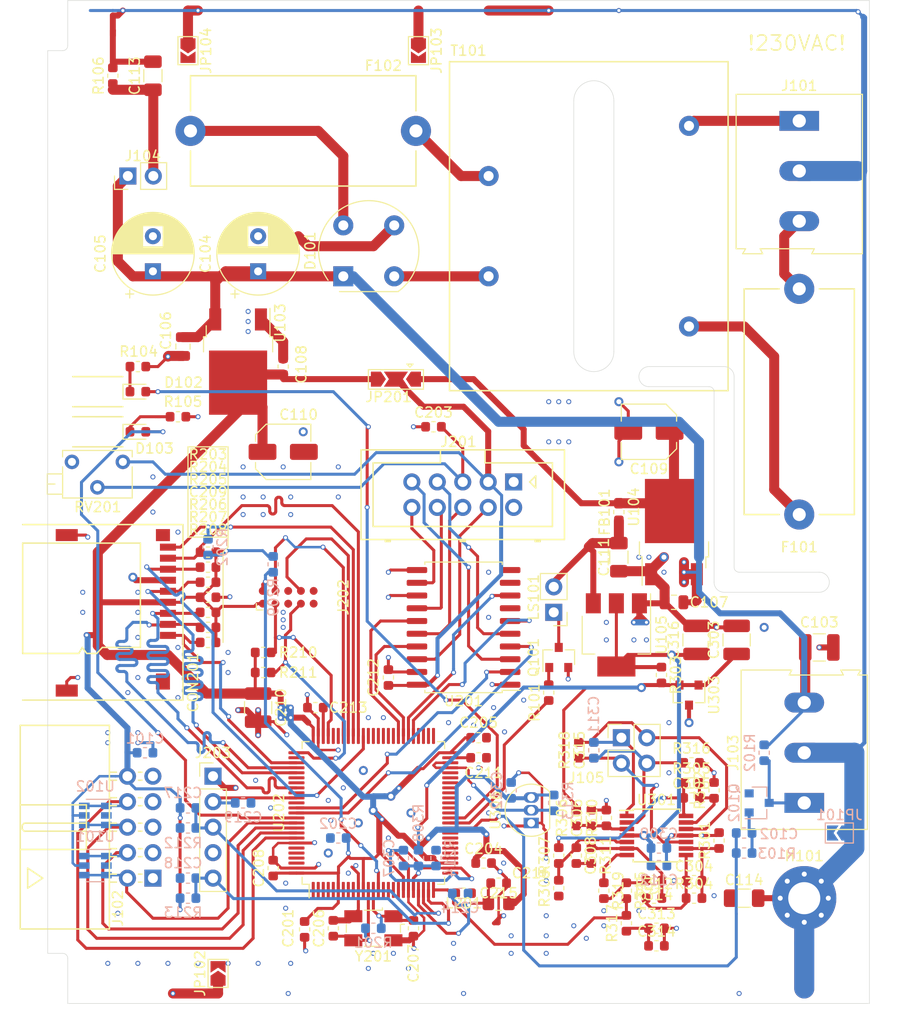
<source format=kicad_pcb>
(kicad_pcb (version 20171130) (host pcbnew 5.1.5)

  (general
    (thickness 1.6)
    (drawings 42)
    (tracks 1771)
    (zones 0)
    (modules 125)
    (nets 135)
  )

  (page A4)
  (layers
    (0 F.Cu signal)
    (31 B.Cu signal)
    (32 B.Adhes user)
    (33 F.Adhes user)
    (34 B.Paste user)
    (35 F.Paste user)
    (36 B.SilkS user)
    (37 F.SilkS user)
    (38 B.Mask user)
    (39 F.Mask user)
    (40 Dwgs.User user)
    (41 Cmts.User user)
    (42 Eco1.User user)
    (43 Eco2.User user)
    (44 Edge.Cuts user)
    (45 Margin user)
    (46 B.CrtYd user)
    (47 F.CrtYd user)
    (48 B.Fab user)
    (49 F.Fab user hide)
  )

  (setup
    (last_trace_width 0.3)
    (user_trace_width 0.3)
    (user_trace_width 0.4)
    (user_trace_width 0.6)
    (user_trace_width 1)
    (user_trace_width 2)
    (trace_clearance 0.2)
    (zone_clearance 0.25)
    (zone_45_only no)
    (trace_min 0.21)
    (via_size 0.5)
    (via_drill 0.3)
    (via_min_size 0.4)
    (via_min_drill 0.3)
    (user_via 0.9 0.5)
    (uvia_size 0.3)
    (uvia_drill 0.1)
    (uvias_allowed no)
    (uvia_min_size 0.2)
    (uvia_min_drill 0.1)
    (edge_width 0.05)
    (segment_width 0.2)
    (pcb_text_width 0.3)
    (pcb_text_size 1.5 1.5)
    (mod_edge_width 0.12)
    (mod_text_size 1 1)
    (mod_text_width 0.15)
    (pad_size 0.7874 0.7874)
    (pad_drill 0)
    (pad_to_mask_clearance 0.051)
    (solder_mask_min_width 0.25)
    (aux_axis_origin 13 13)
    (grid_origin 13 13)
    (visible_elements FFFFFF7F)
    (pcbplotparams
      (layerselection 0x010fc_ffffffff)
      (usegerberextensions true)
      (usegerberattributes false)
      (usegerberadvancedattributes false)
      (creategerberjobfile true)
      (excludeedgelayer true)
      (linewidth 0.100000)
      (plotframeref false)
      (viasonmask true)
      (mode 1)
      (useauxorigin false)
      (hpglpennumber 1)
      (hpglpenspeed 20)
      (hpglpendiameter 15.000000)
      (psnegative false)
      (psa4output false)
      (plotreference true)
      (plotvalue true)
      (plotinvisibletext false)
      (padsonsilk false)
      (subtractmaskfromsilk false)
      (outputformat 1)
      (mirror false)
      (drillshape 0)
      (scaleselection 1)
      (outputdirectory "gerber/"))
  )

  (net 0 "")
  (net 1 Earth)
  (net 2 GND)
  (net 3 +8V)
  (net 4 +3V3)
  (net 5 +5V)
  (net 6 /Controller/ENC1)
  (net 7 /Controller/ENC2)
  (net 8 /Controller/VREF)
  (net 9 /Controller/SW1)
  (net 10 /Frontend/FORCE+)
  (net 11 /Frontend/FORCE-)
  (net 12 /Frontend/SENS+)
  (net 13 /Frontend/SENS-)
  (net 14 /Controller/SDIO_D1)
  (net 15 /Controller/SDIO_D0)
  (net 16 /Controller/SDIO_CLK)
  (net 17 /Controller/SDIO_CMD)
  (net 18 /Controller/SDIO_D3)
  (net 19 /Controller/SDIO_D2)
  (net 20 "Net-(D102-Pad1)")
  (net 21 /Controller/TEMP_IN)
  (net 22 /L_Trafo)
  (net 23 /L_IN)
  (net 24 /N_IN)
  (net 25 /DIGIO3)
  (net 26 /DIGIO2)
  (net 27 /DIGIO1)
  (net 28 /DIGIO0)
  (net 29 /Controller/SWDIO)
  (net 30 /Controller/SWCLK)
  (net 31 /Controller/PC_RX)
  (net 32 /Controller/PC_TX)
  (net 33 /Controller/~RST)
  (net 34 "Net-(LS101-Pad1)")
  (net 35 /Controller/LCD_VO)
  (net 36 /Controller/LCD_RS)
  (net 37 /Controller/LCD_EN)
  (net 38 /Controller/LCD_D3)
  (net 39 /Controller/LCD_D0)
  (net 40 /Controller/LCD_D2)
  (net 41 /Controller/LCD_D1)
  (net 42 /Controller/FRONTEND_TEMP)
  (net 43 /OUT0)
  (net 44 /OUT3)
  (net 45 /OUT2)
  (net 46 /OUT1)
  (net 47 /Controller/VDDA)
  (net 48 +5VL)
  (net 49 /Controller/CARD_DETECT)
  (net 50 "Net-(C102-Pad2)")
  (net 51 "Net-(C306-Pad1)")
  (net 52 "Net-(C313-Pad1)")
  (net 53 "Net-(D101-Pad4)")
  (net 54 "Net-(D101-Pad2)")
  (net 55 "Net-(D103-Pad1)")
  (net 56 "Net-(F102-Pad2)")
  (net 57 "Net-(J103-Pad1)")
  (net 58 "Net-(Q101-Pad1)")
  (net 59 +3.3VA)
  (net 60 /Controller/NSS)
  (net 61 /Controller/SCK)
  (net 62 /Controller/MISO)
  (net 63 "Net-(C206-Pad1)")
  (net 64 "Net-(C207-Pad1)")
  (net 65 "Net-(C211-Pad1)")
  (net 66 "Net-(C212-Pad2)")
  (net 67 "Net-(C213-Pad1)")
  (net 68 "Net-(C303-Pad1)")
  (net 69 "Net-(C304-Pad2)")
  (net 70 "Net-(C304-Pad1)")
  (net 71 "Net-(C305-Pad2)")
  (net 72 "Net-(C305-Pad1)")
  (net 73 "Net-(C308-Pad2)")
  (net 74 "Net-(C308-Pad1)")
  (net 75 "Net-(J202-Pad5)")
  (net 76 "Net-(J202-Pad6)")
  (net 77 "Net-(J202-Pad8)")
  (net 78 "Net-(R311-Pad1)")
  (net 79 "Net-(R314-Pad2)")
  (net 80 "Net-(U201-Pad2)")
  (net 81 "Net-(U201-Pad4)")
  (net 82 "Net-(U201-Pad6)")
  (net 83 "Net-(U201-Pad7)")
  (net 84 "Net-(U201-Pad8)")
  (net 85 "Net-(U201-Pad9)")
  (net 86 "Net-(U201-Pad15)")
  (net 87 "Net-(U201-Pad17)")
  (net 88 "Net-(U202-Pad2)")
  (net 89 "Net-(U202-Pad3)")
  (net 90 "Net-(U202-Pad4)")
  (net 91 "Net-(U202-Pad5)")
  (net 92 "Net-(U202-Pad7)")
  (net 93 "Net-(U202-Pad8)")
  (net 94 "Net-(U202-Pad9)")
  (net 95 "Net-(U202-Pad15)")
  (net 96 "Net-(U202-Pad16)")
  (net 97 "Net-(U202-Pad17)")
  (net 98 "Net-(U202-Pad18)")
  (net 99 "Net-(U202-Pad26)")
  (net 100 "Net-(U202-Pad29)")
  (net 101 "Net-(U202-Pad32)")
  (net 102 "Net-(U202-Pad33)")
  (net 103 "Net-(U202-Pad34)")
  (net 104 "Net-(U202-Pad38)")
  (net 105 "Net-(U202-Pad39)")
  (net 106 "Net-(U202-Pad40)")
  (net 107 "Net-(U202-Pad41)")
  (net 108 "Net-(U202-Pad42)")
  (net 109 "Net-(U202-Pad43)")
  (net 110 "Net-(U202-Pad44)")
  (net 111 "Net-(U202-Pad45)")
  (net 112 "Net-(U202-Pad46)")
  (net 113 "Net-(U202-Pad51)")
  (net 114 "Net-(U202-Pad52)")
  (net 115 "Net-(U202-Pad53)")
  (net 116 "Net-(U202-Pad54)")
  (net 117 "Net-(U202-Pad59)")
  (net 118 "Net-(U202-Pad60)")
  (net 119 "Net-(U202-Pad61)")
  (net 120 "Net-(U202-Pad62)")
  (net 121 "Net-(U202-Pad63)")
  (net 122 "Net-(U202-Pad64)")
  (net 123 "Net-(U202-Pad70)")
  (net 124 "Net-(U202-Pad71)")
  (net 125 "Net-(U202-Pad77)")
  (net 126 "Net-(U202-Pad81)")
  (net 127 "Net-(U202-Pad82)")
  (net 128 "Net-(U202-Pad84)")
  (net 129 "Net-(U202-Pad86)")
  (net 130 "Net-(U202-Pad95)")
  (net 131 "Net-(U202-Pad96)")
  (net 132 "Net-(U202-Pad97)")
  (net 133 "Net-(U202-Pad98)")
  (net 134 "Net-(R319-Pad1)")

  (net_class Default "This is the default net class."
    (clearance 0.2)
    (trace_width 0.25)
    (via_dia 0.5)
    (via_drill 0.3)
    (uvia_dia 0.3)
    (uvia_drill 0.1)
    (diff_pair_width 0.21)
    (diff_pair_gap 0.25)
    (add_net +3.3VA)
    (add_net +3V3)
    (add_net +5V)
    (add_net +5VL)
    (add_net +8V)
    (add_net /Controller/CARD_DETECT)
    (add_net /Controller/ENC1)
    (add_net /Controller/ENC2)
    (add_net /Controller/FRONTEND_TEMP)
    (add_net /Controller/LCD_D0)
    (add_net /Controller/LCD_D1)
    (add_net /Controller/LCD_D2)
    (add_net /Controller/LCD_D3)
    (add_net /Controller/LCD_EN)
    (add_net /Controller/LCD_RS)
    (add_net /Controller/LCD_VO)
    (add_net /Controller/MISO)
    (add_net /Controller/NSS)
    (add_net /Controller/PC_RX)
    (add_net /Controller/PC_TX)
    (add_net /Controller/SCK)
    (add_net /Controller/SDIO_CLK)
    (add_net /Controller/SDIO_CMD)
    (add_net /Controller/SDIO_D0)
    (add_net /Controller/SDIO_D1)
    (add_net /Controller/SDIO_D2)
    (add_net /Controller/SDIO_D3)
    (add_net /Controller/SW1)
    (add_net /Controller/SWCLK)
    (add_net /Controller/SWDIO)
    (add_net /Controller/TEMP_IN)
    (add_net /Controller/VDDA)
    (add_net /Controller/VREF)
    (add_net /Controller/~RST)
    (add_net /DIGIO0)
    (add_net /DIGIO1)
    (add_net /DIGIO2)
    (add_net /DIGIO3)
    (add_net /Frontend/FORCE+)
    (add_net /Frontend/FORCE-)
    (add_net /Frontend/SENS+)
    (add_net /Frontend/SENS-)
    (add_net /OUT0)
    (add_net /OUT1)
    (add_net /OUT2)
    (add_net /OUT3)
    (add_net Earth)
    (add_net GND)
    (add_net "Net-(C102-Pad2)")
    (add_net "Net-(C206-Pad1)")
    (add_net "Net-(C207-Pad1)")
    (add_net "Net-(C211-Pad1)")
    (add_net "Net-(C212-Pad2)")
    (add_net "Net-(C213-Pad1)")
    (add_net "Net-(C303-Pad1)")
    (add_net "Net-(C304-Pad1)")
    (add_net "Net-(C304-Pad2)")
    (add_net "Net-(C305-Pad1)")
    (add_net "Net-(C305-Pad2)")
    (add_net "Net-(C306-Pad1)")
    (add_net "Net-(C308-Pad1)")
    (add_net "Net-(C308-Pad2)")
    (add_net "Net-(C313-Pad1)")
    (add_net "Net-(D101-Pad2)")
    (add_net "Net-(D101-Pad4)")
    (add_net "Net-(D102-Pad1)")
    (add_net "Net-(D103-Pad1)")
    (add_net "Net-(F102-Pad2)")
    (add_net "Net-(J103-Pad1)")
    (add_net "Net-(J202-Pad5)")
    (add_net "Net-(J202-Pad6)")
    (add_net "Net-(J202-Pad8)")
    (add_net "Net-(LS101-Pad1)")
    (add_net "Net-(Q101-Pad1)")
    (add_net "Net-(R311-Pad1)")
    (add_net "Net-(R314-Pad2)")
    (add_net "Net-(R319-Pad1)")
    (add_net "Net-(U201-Pad15)")
    (add_net "Net-(U201-Pad17)")
    (add_net "Net-(U201-Pad2)")
    (add_net "Net-(U201-Pad4)")
    (add_net "Net-(U201-Pad6)")
    (add_net "Net-(U201-Pad7)")
    (add_net "Net-(U201-Pad8)")
    (add_net "Net-(U201-Pad9)")
    (add_net "Net-(U202-Pad15)")
    (add_net "Net-(U202-Pad16)")
    (add_net "Net-(U202-Pad17)")
    (add_net "Net-(U202-Pad18)")
    (add_net "Net-(U202-Pad2)")
    (add_net "Net-(U202-Pad26)")
    (add_net "Net-(U202-Pad29)")
    (add_net "Net-(U202-Pad3)")
    (add_net "Net-(U202-Pad32)")
    (add_net "Net-(U202-Pad33)")
    (add_net "Net-(U202-Pad34)")
    (add_net "Net-(U202-Pad38)")
    (add_net "Net-(U202-Pad39)")
    (add_net "Net-(U202-Pad4)")
    (add_net "Net-(U202-Pad40)")
    (add_net "Net-(U202-Pad41)")
    (add_net "Net-(U202-Pad42)")
    (add_net "Net-(U202-Pad43)")
    (add_net "Net-(U202-Pad44)")
    (add_net "Net-(U202-Pad45)")
    (add_net "Net-(U202-Pad46)")
    (add_net "Net-(U202-Pad5)")
    (add_net "Net-(U202-Pad51)")
    (add_net "Net-(U202-Pad52)")
    (add_net "Net-(U202-Pad53)")
    (add_net "Net-(U202-Pad54)")
    (add_net "Net-(U202-Pad59)")
    (add_net "Net-(U202-Pad60)")
    (add_net "Net-(U202-Pad61)")
    (add_net "Net-(U202-Pad62)")
    (add_net "Net-(U202-Pad63)")
    (add_net "Net-(U202-Pad64)")
    (add_net "Net-(U202-Pad7)")
    (add_net "Net-(U202-Pad70)")
    (add_net "Net-(U202-Pad71)")
    (add_net "Net-(U202-Pad77)")
    (add_net "Net-(U202-Pad8)")
    (add_net "Net-(U202-Pad81)")
    (add_net "Net-(U202-Pad82)")
    (add_net "Net-(U202-Pad84)")
    (add_net "Net-(U202-Pad86)")
    (add_net "Net-(U202-Pad9)")
    (add_net "Net-(U202-Pad95)")
    (add_net "Net-(U202-Pad96)")
    (add_net "Net-(U202-Pad97)")
    (add_net "Net-(U202-Pad98)")
  )

  (net_class HV ""
    (clearance 2.55)
    (trace_width 1)
    (via_dia 0.5)
    (via_drill 0.3)
    (uvia_dia 0.3)
    (uvia_drill 0.1)
    (diff_pair_width 0.21)
    (diff_pair_gap 0.25)
    (add_net /L_IN)
    (add_net /L_Trafo)
    (add_net /N_IN)
  )

  (module Resistor_SMD:R_0603_1608Metric (layer F.Cu) (tedit 5B301BBD) (tstamp 5E3D9AE4)
    (at 71.5 101.75 270)
    (descr "Resistor SMD 0603 (1608 Metric), square (rectangular) end terminal, IPC_7351 nominal, (Body size source: http://www.tortai-tech.com/upload/download/2011102023233369053.pdf), generated with kicad-footprint-generator")
    (tags resistor)
    (path /5D8C5188/5E6300E3)
    (attr smd)
    (fp_text reference R319 (at 0 -1.43 90) (layer F.SilkS)
      (effects (font (size 1 1) (thickness 0.15)))
    )
    (fp_text value 100 (at 0 1.43 90) (layer F.Fab)
      (effects (font (size 1 1) (thickness 0.15)))
    )
    (fp_text user %R (at 0 0 90) (layer F.Fab)
      (effects (font (size 0.4 0.4) (thickness 0.06)))
    )
    (fp_line (start 1.48 0.73) (end -1.48 0.73) (layer F.CrtYd) (width 0.05))
    (fp_line (start 1.48 -0.73) (end 1.48 0.73) (layer F.CrtYd) (width 0.05))
    (fp_line (start -1.48 -0.73) (end 1.48 -0.73) (layer F.CrtYd) (width 0.05))
    (fp_line (start -1.48 0.73) (end -1.48 -0.73) (layer F.CrtYd) (width 0.05))
    (fp_line (start -0.162779 0.51) (end 0.162779 0.51) (layer F.SilkS) (width 0.12))
    (fp_line (start -0.162779 -0.51) (end 0.162779 -0.51) (layer F.SilkS) (width 0.12))
    (fp_line (start 0.8 0.4) (end -0.8 0.4) (layer F.Fab) (width 0.1))
    (fp_line (start 0.8 -0.4) (end 0.8 0.4) (layer F.Fab) (width 0.1))
    (fp_line (start -0.8 -0.4) (end 0.8 -0.4) (layer F.Fab) (width 0.1))
    (fp_line (start -0.8 0.4) (end -0.8 -0.4) (layer F.Fab) (width 0.1))
    (pad 2 smd roundrect (at 0.7875 0 270) (size 0.875 0.95) (layers F.Cu F.Paste F.Mask) (roundrect_rratio 0.25)
      (net 79 "Net-(R314-Pad2)"))
    (pad 1 smd roundrect (at -0.7875 0 270) (size 0.875 0.95) (layers F.Cu F.Paste F.Mask) (roundrect_rratio 0.25)
      (net 134 "Net-(R319-Pad1)"))
    (model ${KISYS3DMOD}/Resistor_SMD.3dshapes/R_0603_1608Metric.wrl
      (at (xyz 0 0 0))
      (scale (xyz 1 1 1))
      (rotate (xyz 0 0 0))
    )
  )

  (module Package_TO_SOT_SMD:SOT-23 (layer F.Cu) (tedit 5A02FF57) (tstamp 5E3C9052)
    (at 80 82.25 270)
    (descr "SOT-23, Standard")
    (tags SOT-23)
    (path /5D8C5188/5E5592F3)
    (attr smd)
    (fp_text reference U303 (at 0 -2.5 90) (layer F.SilkS)
      (effects (font (size 1 1) (thickness 0.15)))
    )
    (fp_text value TL431LI-DBZ (at 0 2.5 90) (layer F.Fab)
      (effects (font (size 1 1) (thickness 0.15)))
    )
    (fp_line (start 0.76 1.58) (end -0.7 1.58) (layer F.SilkS) (width 0.12))
    (fp_line (start 0.76 -1.58) (end -1.4 -1.58) (layer F.SilkS) (width 0.12))
    (fp_line (start -1.7 1.75) (end -1.7 -1.75) (layer F.CrtYd) (width 0.05))
    (fp_line (start 1.7 1.75) (end -1.7 1.75) (layer F.CrtYd) (width 0.05))
    (fp_line (start 1.7 -1.75) (end 1.7 1.75) (layer F.CrtYd) (width 0.05))
    (fp_line (start -1.7 -1.75) (end 1.7 -1.75) (layer F.CrtYd) (width 0.05))
    (fp_line (start 0.76 -1.58) (end 0.76 -0.65) (layer F.SilkS) (width 0.12))
    (fp_line (start 0.76 1.58) (end 0.76 0.65) (layer F.SilkS) (width 0.12))
    (fp_line (start -0.7 1.52) (end 0.7 1.52) (layer F.Fab) (width 0.1))
    (fp_line (start 0.7 -1.52) (end 0.7 1.52) (layer F.Fab) (width 0.1))
    (fp_line (start -0.7 -0.95) (end -0.15 -1.52) (layer F.Fab) (width 0.1))
    (fp_line (start -0.15 -1.52) (end 0.7 -1.52) (layer F.Fab) (width 0.1))
    (fp_line (start -0.7 -0.95) (end -0.7 1.5) (layer F.Fab) (width 0.1))
    (fp_text user %R (at 0 0) (layer F.Fab)
      (effects (font (size 0.5 0.5) (thickness 0.075)))
    )
    (pad 3 smd rect (at 1 0 270) (size 0.9 0.8) (layers F.Cu F.Paste F.Mask)
      (net 2 GND))
    (pad 2 smd rect (at -1 0.95 270) (size 0.9 0.8) (layers F.Cu F.Paste F.Mask)
      (net 68 "Net-(C303-Pad1)"))
    (pad 1 smd rect (at -1 -0.95 270) (size 0.9 0.8) (layers F.Cu F.Paste F.Mask)
      (net 68 "Net-(C303-Pad1)"))
    (model ${KISYS3DMOD}/Package_TO_SOT_SMD.3dshapes/SOT-23.wrl
      (at (xyz 0 0 0))
      (scale (xyz 1 1 1))
      (rotate (xyz 0 0 0))
    )
  )

  (module Package_SO:TSSOP-14_4.4x5mm_P0.65mm (layer F.Cu) (tedit 5A02F25C) (tstamp 5E3C903D)
    (at 76.75 96.25)
    (descr "14-Lead Plastic Thin Shrink Small Outline (ST)-4.4 mm Body [TSSOP] (see Microchip Packaging Specification 00000049BS.pdf)")
    (tags "SSOP 0.65")
    (path /5D8C5188/5E3F0A96)
    (attr smd)
    (fp_text reference U301 (at 0 -3.55) (layer F.SilkS)
      (effects (font (size 1 1) (thickness 0.15)))
    )
    (fp_text value MCP6V34 (at 0 3.55) (layer F.Fab)
      (effects (font (size 1 1) (thickness 0.15)))
    )
    (fp_text user %R (at 0 0) (layer F.Fab)
      (effects (font (size 0.8 0.8) (thickness 0.15)))
    )
    (fp_line (start -2.325 -2.5) (end -3.675 -2.5) (layer F.SilkS) (width 0.15))
    (fp_line (start -2.325 2.625) (end 2.325 2.625) (layer F.SilkS) (width 0.15))
    (fp_line (start -2.325 -2.625) (end 2.325 -2.625) (layer F.SilkS) (width 0.15))
    (fp_line (start -2.325 2.625) (end -2.325 2.4) (layer F.SilkS) (width 0.15))
    (fp_line (start 2.325 2.625) (end 2.325 2.4) (layer F.SilkS) (width 0.15))
    (fp_line (start 2.325 -2.625) (end 2.325 -2.4) (layer F.SilkS) (width 0.15))
    (fp_line (start -2.325 -2.625) (end -2.325 -2.5) (layer F.SilkS) (width 0.15))
    (fp_line (start -3.95 2.8) (end 3.95 2.8) (layer F.CrtYd) (width 0.05))
    (fp_line (start -3.95 -2.8) (end 3.95 -2.8) (layer F.CrtYd) (width 0.05))
    (fp_line (start 3.95 -2.8) (end 3.95 2.8) (layer F.CrtYd) (width 0.05))
    (fp_line (start -3.95 -2.8) (end -3.95 2.8) (layer F.CrtYd) (width 0.05))
    (fp_line (start -2.2 -1.5) (end -1.2 -2.5) (layer F.Fab) (width 0.15))
    (fp_line (start -2.2 2.5) (end -2.2 -1.5) (layer F.Fab) (width 0.15))
    (fp_line (start 2.2 2.5) (end -2.2 2.5) (layer F.Fab) (width 0.15))
    (fp_line (start 2.2 -2.5) (end 2.2 2.5) (layer F.Fab) (width 0.15))
    (fp_line (start -1.2 -2.5) (end 2.2 -2.5) (layer F.Fab) (width 0.15))
    (pad 14 smd rect (at 2.95 -1.95) (size 1.45 0.45) (layers F.Cu F.Paste F.Mask)
      (net 72 "Net-(C305-Pad1)"))
    (pad 13 smd rect (at 2.95 -1.3) (size 1.45 0.45) (layers F.Cu F.Paste F.Mask)
      (net 71 "Net-(C305-Pad2)"))
    (pad 12 smd rect (at 2.95 -0.65) (size 1.45 0.45) (layers F.Cu F.Paste F.Mask)
      (net 12 /Frontend/SENS+))
    (pad 11 smd rect (at 2.95 0) (size 1.45 0.45) (layers F.Cu F.Paste F.Mask)
      (net 2 GND))
    (pad 10 smd rect (at 2.95 0.65) (size 1.45 0.45) (layers F.Cu F.Paste F.Mask)
      (net 13 /Frontend/SENS-))
    (pad 9 smd rect (at 2.95 1.3) (size 1.45 0.45) (layers F.Cu F.Paste F.Mask)
      (net 69 "Net-(C304-Pad2)"))
    (pad 8 smd rect (at 2.95 1.95) (size 1.45 0.45) (layers F.Cu F.Paste F.Mask)
      (net 70 "Net-(C304-Pad1)"))
    (pad 7 smd rect (at -2.95 1.95) (size 1.45 0.45) (layers F.Cu F.Paste F.Mask)
      (net 134 "Net-(R319-Pad1)"))
    (pad 6 smd rect (at -2.95 1.3) (size 1.45 0.45) (layers F.Cu F.Paste F.Mask)
      (net 78 "Net-(R311-Pad1)"))
    (pad 5 smd rect (at -2.95 0.65) (size 1.45 0.45) (layers F.Cu F.Paste F.Mask)
      (net 74 "Net-(C308-Pad1)"))
    (pad 4 smd rect (at -2.95 0) (size 1.45 0.45) (layers F.Cu F.Paste F.Mask)
      (net 59 +3.3VA))
    (pad 3 smd rect (at -2.95 -0.65) (size 1.45 0.45) (layers F.Cu F.Paste F.Mask)
      (net 51 "Net-(C306-Pad1)"))
    (pad 2 smd rect (at -2.95 -1.3) (size 1.45 0.45) (layers F.Cu F.Paste F.Mask)
      (net 11 /Frontend/FORCE-))
    (pad 1 smd rect (at -2.95 -1.95) (size 1.45 0.45) (layers F.Cu F.Paste F.Mask)
      (net 10 /Frontend/FORCE+))
    (model ${KISYS3DMOD}/Package_SO.3dshapes/TSSOP-14_4.4x5mm_P0.65mm.wrl
      (at (xyz 0 0 0))
      (scale (xyz 1 1 1))
      (rotate (xyz 0 0 0))
    )
  )

  (module Resistor_SMD:R_0603_1608Metric (layer F.Cu) (tedit 5B301BBD) (tstamp 5E3C8D0C)
    (at 80.25 89)
    (descr "Resistor SMD 0603 (1608 Metric), square (rectangular) end terminal, IPC_7351 nominal, (Body size source: http://www.tortai-tech.com/upload/download/2011102023233369053.pdf), generated with kicad-footprint-generator")
    (tags resistor)
    (path /5D8C5188/5D90BA7B)
    (attr smd)
    (fp_text reference R316 (at 0 -1.43) (layer F.SilkS)
      (effects (font (size 1 1) (thickness 0.15)))
    )
    (fp_text value "1k 0.1%" (at 0 1.43) (layer F.Fab)
      (effects (font (size 1 1) (thickness 0.15)))
    )
    (fp_text user %R (at 0 0) (layer F.Fab)
      (effects (font (size 0.4 0.4) (thickness 0.06)))
    )
    (fp_line (start 1.48 0.73) (end -1.48 0.73) (layer F.CrtYd) (width 0.05))
    (fp_line (start 1.48 -0.73) (end 1.48 0.73) (layer F.CrtYd) (width 0.05))
    (fp_line (start -1.48 -0.73) (end 1.48 -0.73) (layer F.CrtYd) (width 0.05))
    (fp_line (start -1.48 0.73) (end -1.48 -0.73) (layer F.CrtYd) (width 0.05))
    (fp_line (start -0.162779 0.51) (end 0.162779 0.51) (layer F.SilkS) (width 0.12))
    (fp_line (start -0.162779 -0.51) (end 0.162779 -0.51) (layer F.SilkS) (width 0.12))
    (fp_line (start 0.8 0.4) (end -0.8 0.4) (layer F.Fab) (width 0.1))
    (fp_line (start 0.8 -0.4) (end 0.8 0.4) (layer F.Fab) (width 0.1))
    (fp_line (start -0.8 -0.4) (end 0.8 -0.4) (layer F.Fab) (width 0.1))
    (fp_line (start -0.8 0.4) (end -0.8 -0.4) (layer F.Fab) (width 0.1))
    (pad 2 smd roundrect (at 0.7875 0) (size 0.875 0.95) (layers F.Cu F.Paste F.Mask) (roundrect_rratio 0.25)
      (net 2 GND))
    (pad 1 smd roundrect (at -0.7875 0) (size 0.875 0.95) (layers F.Cu F.Paste F.Mask) (roundrect_rratio 0.25)
      (net 11 /Frontend/FORCE-))
    (model ${KISYS3DMOD}/Resistor_SMD.3dshapes/R_0603_1608Metric.wrl
      (at (xyz 0 0 0))
      (scale (xyz 1 1 1))
      (rotate (xyz 0 0 0))
    )
  )

  (module Resistor_SMD:R_0603_1608Metric (layer F.Cu) (tedit 5B301BBD) (tstamp 5E3C8CDB)
    (at 76.5 100.75 180)
    (descr "Resistor SMD 0603 (1608 Metric), square (rectangular) end terminal, IPC_7351 nominal, (Body size source: http://www.tortai-tech.com/upload/download/2011102023233369053.pdf), generated with kicad-footprint-generator")
    (tags resistor)
    (path /5D8C5188/5E3A5DAA)
    (attr smd)
    (fp_text reference R314 (at 0 -1.43) (layer F.SilkS)
      (effects (font (size 1 1) (thickness 0.15)))
    )
    (fp_text value "5k 0.1%" (at 0 1.43) (layer F.Fab)
      (effects (font (size 1 1) (thickness 0.15)))
    )
    (fp_text user %R (at 0 0) (layer F.Fab)
      (effects (font (size 0.4 0.4) (thickness 0.06)))
    )
    (fp_line (start 1.48 0.73) (end -1.48 0.73) (layer F.CrtYd) (width 0.05))
    (fp_line (start 1.48 -0.73) (end 1.48 0.73) (layer F.CrtYd) (width 0.05))
    (fp_line (start -1.48 -0.73) (end 1.48 -0.73) (layer F.CrtYd) (width 0.05))
    (fp_line (start -1.48 0.73) (end -1.48 -0.73) (layer F.CrtYd) (width 0.05))
    (fp_line (start -0.162779 0.51) (end 0.162779 0.51) (layer F.SilkS) (width 0.12))
    (fp_line (start -0.162779 -0.51) (end 0.162779 -0.51) (layer F.SilkS) (width 0.12))
    (fp_line (start 0.8 0.4) (end -0.8 0.4) (layer F.Fab) (width 0.1))
    (fp_line (start 0.8 -0.4) (end 0.8 0.4) (layer F.Fab) (width 0.1))
    (fp_line (start -0.8 -0.4) (end 0.8 -0.4) (layer F.Fab) (width 0.1))
    (fp_line (start -0.8 0.4) (end -0.8 -0.4) (layer F.Fab) (width 0.1))
    (pad 2 smd roundrect (at 0.7875 0 180) (size 0.875 0.95) (layers F.Cu F.Paste F.Mask) (roundrect_rratio 0.25)
      (net 79 "Net-(R314-Pad2)"))
    (pad 1 smd roundrect (at -0.7875 0 180) (size 0.875 0.95) (layers F.Cu F.Paste F.Mask) (roundrect_rratio 0.25)
      (net 78 "Net-(R311-Pad1)"))
    (model ${KISYS3DMOD}/Resistor_SMD.3dshapes/R_0603_1608Metric.wrl
      (at (xyz 0 0 0))
      (scale (xyz 1 1 1))
      (rotate (xyz 0 0 0))
    )
  )

  (module Resistor_SMD:R_0603_1608Metric (layer F.Cu) (tedit 5B301BBD) (tstamp 5E3C8CAA)
    (at 76.5 102.5)
    (descr "Resistor SMD 0603 (1608 Metric), square (rectangular) end terminal, IPC_7351 nominal, (Body size source: http://www.tortai-tech.com/upload/download/2011102023233369053.pdf), generated with kicad-footprint-generator")
    (tags resistor)
    (path /5D8C5188/5E381FD9)
    (attr smd)
    (fp_text reference R312 (at 0 -1.43) (layer F.SilkS)
      (effects (font (size 1 1) (thickness 0.15)))
    )
    (fp_text value "1k 0.1%" (at 0 1.43) (layer F.Fab)
      (effects (font (size 1 1) (thickness 0.15)))
    )
    (fp_text user %R (at 0 0) (layer F.Fab)
      (effects (font (size 0.4 0.4) (thickness 0.06)))
    )
    (fp_line (start 1.48 0.73) (end -1.48 0.73) (layer F.CrtYd) (width 0.05))
    (fp_line (start 1.48 -0.73) (end 1.48 0.73) (layer F.CrtYd) (width 0.05))
    (fp_line (start -1.48 -0.73) (end 1.48 -0.73) (layer F.CrtYd) (width 0.05))
    (fp_line (start -1.48 0.73) (end -1.48 -0.73) (layer F.CrtYd) (width 0.05))
    (fp_line (start -0.162779 0.51) (end 0.162779 0.51) (layer F.SilkS) (width 0.12))
    (fp_line (start -0.162779 -0.51) (end 0.162779 -0.51) (layer F.SilkS) (width 0.12))
    (fp_line (start 0.8 0.4) (end -0.8 0.4) (layer F.Fab) (width 0.1))
    (fp_line (start 0.8 -0.4) (end 0.8 0.4) (layer F.Fab) (width 0.1))
    (fp_line (start -0.8 -0.4) (end 0.8 -0.4) (layer F.Fab) (width 0.1))
    (fp_line (start -0.8 0.4) (end -0.8 -0.4) (layer F.Fab) (width 0.1))
    (pad 2 smd roundrect (at 0.7875 0) (size 0.875 0.95) (layers F.Cu F.Paste F.Mask) (roundrect_rratio 0.25)
      (net 78 "Net-(R311-Pad1)"))
    (pad 1 smd roundrect (at -0.7875 0) (size 0.875 0.95) (layers F.Cu F.Paste F.Mask) (roundrect_rratio 0.25)
      (net 70 "Net-(C304-Pad1)"))
    (model ${KISYS3DMOD}/Resistor_SMD.3dshapes/R_0603_1608Metric.wrl
      (at (xyz 0 0 0))
      (scale (xyz 1 1 1))
      (rotate (xyz 0 0 0))
    )
  )

  (module Resistor_SMD:R_0603_1608Metric (layer F.Cu) (tedit 5B301BBD) (tstamp 5E3C8C99)
    (at 70.25 98.25 270)
    (descr "Resistor SMD 0603 (1608 Metric), square (rectangular) end terminal, IPC_7351 nominal, (Body size source: http://www.tortai-tech.com/upload/download/2011102023233369053.pdf), generated with kicad-footprint-generator")
    (tags resistor)
    (path /5D8C5188/5E6BEB7A)
    (attr smd)
    (fp_text reference R311 (at 0 -1.43 90) (layer F.SilkS)
      (effects (font (size 1 1) (thickness 0.15)))
    )
    (fp_text value DNP (at 0 1.43 90) (layer F.Fab)
      (effects (font (size 1 1) (thickness 0.15)))
    )
    (fp_text user %R (at 0 0 90) (layer F.Fab)
      (effects (font (size 0.4 0.4) (thickness 0.06)))
    )
    (fp_line (start 1.48 0.73) (end -1.48 0.73) (layer F.CrtYd) (width 0.05))
    (fp_line (start 1.48 -0.73) (end 1.48 0.73) (layer F.CrtYd) (width 0.05))
    (fp_line (start -1.48 -0.73) (end 1.48 -0.73) (layer F.CrtYd) (width 0.05))
    (fp_line (start -1.48 0.73) (end -1.48 -0.73) (layer F.CrtYd) (width 0.05))
    (fp_line (start -0.162779 0.51) (end 0.162779 0.51) (layer F.SilkS) (width 0.12))
    (fp_line (start -0.162779 -0.51) (end 0.162779 -0.51) (layer F.SilkS) (width 0.12))
    (fp_line (start 0.8 0.4) (end -0.8 0.4) (layer F.Fab) (width 0.1))
    (fp_line (start 0.8 -0.4) (end 0.8 0.4) (layer F.Fab) (width 0.1))
    (fp_line (start -0.8 -0.4) (end 0.8 -0.4) (layer F.Fab) (width 0.1))
    (fp_line (start -0.8 0.4) (end -0.8 -0.4) (layer F.Fab) (width 0.1))
    (pad 2 smd roundrect (at 0.7875 0 270) (size 0.875 0.95) (layers F.Cu F.Paste F.Mask) (roundrect_rratio 0.25)
      (net 73 "Net-(C308-Pad2)"))
    (pad 1 smd roundrect (at -0.7875 0 270) (size 0.875 0.95) (layers F.Cu F.Paste F.Mask) (roundrect_rratio 0.25)
      (net 78 "Net-(R311-Pad1)"))
    (model ${KISYS3DMOD}/Resistor_SMD.3dshapes/R_0603_1608Metric.wrl
      (at (xyz 0 0 0))
      (scale (xyz 1 1 1))
      (rotate (xyz 0 0 0))
    )
  )

  (module Resistor_SMD:R_0603_1608Metric (layer F.Cu) (tedit 5B301BBD) (tstamp 5E3C8C88)
    (at 71.75 94.5 90)
    (descr "Resistor SMD 0603 (1608 Metric), square (rectangular) end terminal, IPC_7351 nominal, (Body size source: http://www.tortai-tech.com/upload/download/2011102023233369053.pdf), generated with kicad-footprint-generator")
    (tags resistor)
    (path /5D8C5188/5D947159)
    (attr smd)
    (fp_text reference R310 (at 0 -1.43 90) (layer F.SilkS)
      (effects (font (size 1 1) (thickness 0.15)))
    )
    (fp_text value "1k 0.1%" (at 0 1.43 90) (layer F.Fab)
      (effects (font (size 1 1) (thickness 0.15)))
    )
    (fp_text user %R (at 0 0 90) (layer F.Fab)
      (effects (font (size 0.4 0.4) (thickness 0.06)))
    )
    (fp_line (start 1.48 0.73) (end -1.48 0.73) (layer F.CrtYd) (width 0.05))
    (fp_line (start 1.48 -0.73) (end 1.48 0.73) (layer F.CrtYd) (width 0.05))
    (fp_line (start -1.48 -0.73) (end 1.48 -0.73) (layer F.CrtYd) (width 0.05))
    (fp_line (start -1.48 0.73) (end -1.48 -0.73) (layer F.CrtYd) (width 0.05))
    (fp_line (start -0.162779 0.51) (end 0.162779 0.51) (layer F.SilkS) (width 0.12))
    (fp_line (start -0.162779 -0.51) (end 0.162779 -0.51) (layer F.SilkS) (width 0.12))
    (fp_line (start 0.8 0.4) (end -0.8 0.4) (layer F.Fab) (width 0.1))
    (fp_line (start 0.8 -0.4) (end 0.8 0.4) (layer F.Fab) (width 0.1))
    (fp_line (start -0.8 -0.4) (end 0.8 -0.4) (layer F.Fab) (width 0.1))
    (fp_line (start -0.8 0.4) (end -0.8 -0.4) (layer F.Fab) (width 0.1))
    (pad 2 smd roundrect (at 0.7875 0 90) (size 0.875 0.95) (layers F.Cu F.Paste F.Mask) (roundrect_rratio 0.25)
      (net 2 GND))
    (pad 1 smd roundrect (at -0.7875 0 90) (size 0.875 0.95) (layers F.Cu F.Paste F.Mask) (roundrect_rratio 0.25)
      (net 51 "Net-(C306-Pad1)"))
    (model ${KISYS3DMOD}/Resistor_SMD.3dshapes/R_0603_1608Metric.wrl
      (at (xyz 0 0 0))
      (scale (xyz 1 1 1))
      (rotate (xyz 0 0 0))
    )
  )

  (module Resistor_SMD:R_0603_1608Metric (layer F.Cu) (tedit 5B301BBD) (tstamp 5E3C8C77)
    (at 67 101.5 90)
    (descr "Resistor SMD 0603 (1608 Metric), square (rectangular) end terminal, IPC_7351 nominal, (Body size source: http://www.tortai-tech.com/upload/download/2011102023233369053.pdf), generated with kicad-footprint-generator")
    (tags resistor)
    (path /5D8C5188/5E352DB6)
    (attr smd)
    (fp_text reference R309 (at 0 -1.43 90) (layer F.SilkS)
      (effects (font (size 1 1) (thickness 0.15)))
    )
    (fp_text value "5k 0.1%" (at 0 1.43 90) (layer F.Fab)
      (effects (font (size 1 1) (thickness 0.15)))
    )
    (fp_text user %R (at 0 0 90) (layer F.Fab)
      (effects (font (size 0.4 0.4) (thickness 0.06)))
    )
    (fp_line (start 1.48 0.73) (end -1.48 0.73) (layer F.CrtYd) (width 0.05))
    (fp_line (start 1.48 -0.73) (end 1.48 0.73) (layer F.CrtYd) (width 0.05))
    (fp_line (start -1.48 -0.73) (end 1.48 -0.73) (layer F.CrtYd) (width 0.05))
    (fp_line (start -1.48 0.73) (end -1.48 -0.73) (layer F.CrtYd) (width 0.05))
    (fp_line (start -0.162779 0.51) (end 0.162779 0.51) (layer F.SilkS) (width 0.12))
    (fp_line (start -0.162779 -0.51) (end 0.162779 -0.51) (layer F.SilkS) (width 0.12))
    (fp_line (start 0.8 0.4) (end -0.8 0.4) (layer F.Fab) (width 0.1))
    (fp_line (start 0.8 -0.4) (end 0.8 0.4) (layer F.Fab) (width 0.1))
    (fp_line (start -0.8 -0.4) (end 0.8 -0.4) (layer F.Fab) (width 0.1))
    (fp_line (start -0.8 0.4) (end -0.8 -0.4) (layer F.Fab) (width 0.1))
    (pad 2 smd roundrect (at 0.7875 0 90) (size 0.875 0.95) (layers F.Cu F.Paste F.Mask) (roundrect_rratio 0.25)
      (net 74 "Net-(C308-Pad1)"))
    (pad 1 smd roundrect (at -0.7875 0 90) (size 0.875 0.95) (layers F.Cu F.Paste F.Mask) (roundrect_rratio 0.25)
      (net 2 GND))
    (model ${KISYS3DMOD}/Resistor_SMD.3dshapes/R_0603_1608Metric.wrl
      (at (xyz 0 0 0))
      (scale (xyz 1 1 1))
      (rotate (xyz 0 0 0))
    )
  )

  (module Resistor_SMD:R_0603_1608Metric (layer F.Cu) (tedit 5B301BBD) (tstamp 5E3CE587)
    (at 67 98.25 90)
    (descr "Resistor SMD 0603 (1608 Metric), square (rectangular) end terminal, IPC_7351 nominal, (Body size source: http://www.tortai-tech.com/upload/download/2011102023233369053.pdf), generated with kicad-footprint-generator")
    (tags resistor)
    (path /5D8C5188/5E333B2A)
    (attr smd)
    (fp_text reference R307 (at 0 -1.43 90) (layer F.SilkS)
      (effects (font (size 1 1) (thickness 0.15)))
    )
    (fp_text value "1k 0.1%" (at 0 1.43 90) (layer F.Fab)
      (effects (font (size 1 1) (thickness 0.15)))
    )
    (fp_text user %R (at 0 0 90) (layer F.Fab)
      (effects (font (size 0.4 0.4) (thickness 0.06)))
    )
    (fp_line (start 1.48 0.73) (end -1.48 0.73) (layer F.CrtYd) (width 0.05))
    (fp_line (start 1.48 -0.73) (end 1.48 0.73) (layer F.CrtYd) (width 0.05))
    (fp_line (start -1.48 -0.73) (end 1.48 -0.73) (layer F.CrtYd) (width 0.05))
    (fp_line (start -1.48 0.73) (end -1.48 -0.73) (layer F.CrtYd) (width 0.05))
    (fp_line (start -0.162779 0.51) (end 0.162779 0.51) (layer F.SilkS) (width 0.12))
    (fp_line (start -0.162779 -0.51) (end 0.162779 -0.51) (layer F.SilkS) (width 0.12))
    (fp_line (start 0.8 0.4) (end -0.8 0.4) (layer F.Fab) (width 0.1))
    (fp_line (start 0.8 -0.4) (end 0.8 0.4) (layer F.Fab) (width 0.1))
    (fp_line (start -0.8 -0.4) (end 0.8 -0.4) (layer F.Fab) (width 0.1))
    (fp_line (start -0.8 0.4) (end -0.8 -0.4) (layer F.Fab) (width 0.1))
    (pad 2 smd roundrect (at 0.7875 0 90) (size 0.875 0.95) (layers F.Cu F.Paste F.Mask) (roundrect_rratio 0.25)
      (net 72 "Net-(C305-Pad1)"))
    (pad 1 smd roundrect (at -0.7875 0 90) (size 0.875 0.95) (layers F.Cu F.Paste F.Mask) (roundrect_rratio 0.25)
      (net 74 "Net-(C308-Pad1)"))
    (model ${KISYS3DMOD}/Resistor_SMD.3dshapes/R_0603_1608Metric.wrl
      (at (xyz 0 0 0))
      (scale (xyz 1 1 1))
      (rotate (xyz 0 0 0))
    )
  )

  (module Resistor_SMD:R_0603_1608Metric (layer F.Cu) (tedit 5B301BBD) (tstamp 5E3C8C35)
    (at 68.75 94.5 90)
    (descr "Resistor SMD 0603 (1608 Metric), square (rectangular) end terminal, IPC_7351 nominal, (Body size source: http://www.tortai-tech.com/upload/download/2011102023233369053.pdf), generated with kicad-footprint-generator")
    (tags resistor)
    (path /5D8C5188/5D9371CC)
    (attr smd)
    (fp_text reference R306 (at 0 -1.43 90) (layer F.SilkS)
      (effects (font (size 1 1) (thickness 0.15)))
    )
    (fp_text value "24k 0.1%" (at 0 1.43 90) (layer F.Fab)
      (effects (font (size 1 1) (thickness 0.15)))
    )
    (fp_text user %R (at 0 0 90) (layer F.Fab)
      (effects (font (size 0.4 0.4) (thickness 0.06)))
    )
    (fp_line (start 1.48 0.73) (end -1.48 0.73) (layer F.CrtYd) (width 0.05))
    (fp_line (start 1.48 -0.73) (end 1.48 0.73) (layer F.CrtYd) (width 0.05))
    (fp_line (start -1.48 -0.73) (end 1.48 -0.73) (layer F.CrtYd) (width 0.05))
    (fp_line (start -1.48 0.73) (end -1.48 -0.73) (layer F.CrtYd) (width 0.05))
    (fp_line (start -0.162779 0.51) (end 0.162779 0.51) (layer F.SilkS) (width 0.12))
    (fp_line (start -0.162779 -0.51) (end 0.162779 -0.51) (layer F.SilkS) (width 0.12))
    (fp_line (start 0.8 0.4) (end -0.8 0.4) (layer F.Fab) (width 0.1))
    (fp_line (start 0.8 -0.4) (end 0.8 0.4) (layer F.Fab) (width 0.1))
    (fp_line (start -0.8 -0.4) (end 0.8 -0.4) (layer F.Fab) (width 0.1))
    (fp_line (start -0.8 0.4) (end -0.8 -0.4) (layer F.Fab) (width 0.1))
    (pad 2 smd roundrect (at 0.7875 0 90) (size 0.875 0.95) (layers F.Cu F.Paste F.Mask) (roundrect_rratio 0.25)
      (net 68 "Net-(C303-Pad1)"))
    (pad 1 smd roundrect (at -0.7875 0 90) (size 0.875 0.95) (layers F.Cu F.Paste F.Mask) (roundrect_rratio 0.25)
      (net 51 "Net-(C306-Pad1)"))
    (model ${KISYS3DMOD}/Resistor_SMD.3dshapes/R_0603_1608Metric.wrl
      (at (xyz 0 0 0))
      (scale (xyz 1 1 1))
      (rotate (xyz 0 0 0))
    )
  )

  (module Resistor_SMD:R_0603_1608Metric (layer F.Cu) (tedit 5B301BBD) (tstamp 5E3C8C24)
    (at 80.25 91)
    (descr "Resistor SMD 0603 (1608 Metric), square (rectangular) end terminal, IPC_7351 nominal, (Body size source: http://www.tortai-tech.com/upload/download/2011102023233369053.pdf), generated with kicad-footprint-generator")
    (tags resistor)
    (path /5D8C5188/5E255618)
    (attr smd)
    (fp_text reference R305 (at 0 -1.43) (layer F.SilkS)
      (effects (font (size 1 1) (thickness 0.15)))
    )
    (fp_text value "1k 0.1%" (at 0 1.43) (layer F.Fab)
      (effects (font (size 1 1) (thickness 0.15)))
    )
    (fp_text user %R (at 0 0) (layer F.Fab)
      (effects (font (size 0.4 0.4) (thickness 0.06)))
    )
    (fp_line (start 1.48 0.73) (end -1.48 0.73) (layer F.CrtYd) (width 0.05))
    (fp_line (start 1.48 -0.73) (end 1.48 0.73) (layer F.CrtYd) (width 0.05))
    (fp_line (start -1.48 -0.73) (end 1.48 -0.73) (layer F.CrtYd) (width 0.05))
    (fp_line (start -1.48 0.73) (end -1.48 -0.73) (layer F.CrtYd) (width 0.05))
    (fp_line (start -0.162779 0.51) (end 0.162779 0.51) (layer F.SilkS) (width 0.12))
    (fp_line (start -0.162779 -0.51) (end 0.162779 -0.51) (layer F.SilkS) (width 0.12))
    (fp_line (start 0.8 0.4) (end -0.8 0.4) (layer F.Fab) (width 0.1))
    (fp_line (start 0.8 -0.4) (end 0.8 0.4) (layer F.Fab) (width 0.1))
    (fp_line (start -0.8 -0.4) (end 0.8 -0.4) (layer F.Fab) (width 0.1))
    (fp_line (start -0.8 0.4) (end -0.8 -0.4) (layer F.Fab) (width 0.1))
    (pad 2 smd roundrect (at 0.7875 0) (size 0.875 0.95) (layers F.Cu F.Paste F.Mask) (roundrect_rratio 0.25)
      (net 71 "Net-(C305-Pad2)"))
    (pad 1 smd roundrect (at -0.7875 0) (size 0.875 0.95) (layers F.Cu F.Paste F.Mask) (roundrect_rratio 0.25)
      (net 72 "Net-(C305-Pad1)"))
    (model ${KISYS3DMOD}/Resistor_SMD.3dshapes/R_0603_1608Metric.wrl
      (at (xyz 0 0 0))
      (scale (xyz 1 1 1))
      (rotate (xyz 0 0 0))
    )
  )

  (module Resistor_SMD:R_0603_1608Metric (layer F.Cu) (tedit 5B301BBD) (tstamp 5E3C8C13)
    (at 80.5 102.5)
    (descr "Resistor SMD 0603 (1608 Metric), square (rectangular) end terminal, IPC_7351 nominal, (Body size source: http://www.tortai-tech.com/upload/download/2011102023233369053.pdf), generated with kicad-footprint-generator")
    (tags resistor)
    (path /5D8C5188/5E292BD1)
    (attr smd)
    (fp_text reference R304 (at 0 -1.43) (layer F.SilkS)
      (effects (font (size 1 1) (thickness 0.15)))
    )
    (fp_text value "1k 0.1%" (at 0 1.43) (layer F.Fab)
      (effects (font (size 1 1) (thickness 0.15)))
    )
    (fp_text user %R (at 0 0) (layer F.Fab)
      (effects (font (size 0.4 0.4) (thickness 0.06)))
    )
    (fp_line (start 1.48 0.73) (end -1.48 0.73) (layer F.CrtYd) (width 0.05))
    (fp_line (start 1.48 -0.73) (end 1.48 0.73) (layer F.CrtYd) (width 0.05))
    (fp_line (start -1.48 -0.73) (end 1.48 -0.73) (layer F.CrtYd) (width 0.05))
    (fp_line (start -1.48 0.73) (end -1.48 -0.73) (layer F.CrtYd) (width 0.05))
    (fp_line (start -0.162779 0.51) (end 0.162779 0.51) (layer F.SilkS) (width 0.12))
    (fp_line (start -0.162779 -0.51) (end 0.162779 -0.51) (layer F.SilkS) (width 0.12))
    (fp_line (start 0.8 0.4) (end -0.8 0.4) (layer F.Fab) (width 0.1))
    (fp_line (start 0.8 -0.4) (end 0.8 0.4) (layer F.Fab) (width 0.1))
    (fp_line (start -0.8 -0.4) (end 0.8 -0.4) (layer F.Fab) (width 0.1))
    (fp_line (start -0.8 0.4) (end -0.8 -0.4) (layer F.Fab) (width 0.1))
    (pad 2 smd roundrect (at 0.7875 0) (size 0.875 0.95) (layers F.Cu F.Paste F.Mask) (roundrect_rratio 0.25)
      (net 69 "Net-(C304-Pad2)"))
    (pad 1 smd roundrect (at -0.7875 0) (size 0.875 0.95) (layers F.Cu F.Paste F.Mask) (roundrect_rratio 0.25)
      (net 70 "Net-(C304-Pad1)"))
    (model ${KISYS3DMOD}/Resistor_SMD.3dshapes/R_0603_1608Metric.wrl
      (at (xyz 0 0 0))
      (scale (xyz 1 1 1))
      (rotate (xyz 0 0 0))
    )
  )

  (module Resistor_SMD:R_0603_1608Metric (layer F.Cu) (tedit 5B301BBD) (tstamp 5E3C8C02)
    (at 77.25 80.25 270)
    (descr "Resistor SMD 0603 (1608 Metric), square (rectangular) end terminal, IPC_7351 nominal, (Body size source: http://www.tortai-tech.com/upload/download/2011102023233369053.pdf), generated with kicad-footprint-generator")
    (tags resistor)
    (path /5D8C5188/5D929598)
    (attr smd)
    (fp_text reference R303 (at 0 -1.43 90) (layer F.SilkS)
      (effects (font (size 1 1) (thickness 0.15)))
    )
    (fp_text value 150 (at 0 1.43 90) (layer F.Fab)
      (effects (font (size 1 1) (thickness 0.15)))
    )
    (fp_text user %R (at 0 0 90) (layer F.Fab)
      (effects (font (size 0.4 0.4) (thickness 0.06)))
    )
    (fp_line (start 1.48 0.73) (end -1.48 0.73) (layer F.CrtYd) (width 0.05))
    (fp_line (start 1.48 -0.73) (end 1.48 0.73) (layer F.CrtYd) (width 0.05))
    (fp_line (start -1.48 -0.73) (end 1.48 -0.73) (layer F.CrtYd) (width 0.05))
    (fp_line (start -1.48 0.73) (end -1.48 -0.73) (layer F.CrtYd) (width 0.05))
    (fp_line (start -0.162779 0.51) (end 0.162779 0.51) (layer F.SilkS) (width 0.12))
    (fp_line (start -0.162779 -0.51) (end 0.162779 -0.51) (layer F.SilkS) (width 0.12))
    (fp_line (start 0.8 0.4) (end -0.8 0.4) (layer F.Fab) (width 0.1))
    (fp_line (start 0.8 -0.4) (end 0.8 0.4) (layer F.Fab) (width 0.1))
    (fp_line (start -0.8 -0.4) (end 0.8 -0.4) (layer F.Fab) (width 0.1))
    (fp_line (start -0.8 0.4) (end -0.8 -0.4) (layer F.Fab) (width 0.1))
    (pad 2 smd roundrect (at 0.7875 0 270) (size 0.875 0.95) (layers F.Cu F.Paste F.Mask) (roundrect_rratio 0.25)
      (net 68 "Net-(C303-Pad1)"))
    (pad 1 smd roundrect (at -0.7875 0 270) (size 0.875 0.95) (layers F.Cu F.Paste F.Mask) (roundrect_rratio 0.25)
      (net 59 +3.3VA))
    (model ${KISYS3DMOD}/Resistor_SMD.3dshapes/R_0603_1608Metric.wrl
      (at (xyz 0 0 0))
      (scale (xyz 1 1 1))
      (rotate (xyz 0 0 0))
    )
  )

  (module Resistor_SMD:R_0603_1608Metric (layer F.Cu) (tedit 5B301BBD) (tstamp 5E3C8BF1)
    (at 82.5 91.75 90)
    (descr "Resistor SMD 0603 (1608 Metric), square (rectangular) end terminal, IPC_7351 nominal, (Body size source: http://www.tortai-tech.com/upload/download/2011102023233369053.pdf), generated with kicad-footprint-generator")
    (tags resistor)
    (path /5D8C5188/5E25723A)
    (attr smd)
    (fp_text reference R302 (at 0 -1.43 90) (layer F.SilkS)
      (effects (font (size 1 1) (thickness 0.15)))
    )
    (fp_text value "1k 0.1%" (at 0 1.43 90) (layer F.Fab)
      (effects (font (size 1 1) (thickness 0.15)))
    )
    (fp_text user %R (at 0 0 90) (layer F.Fab)
      (effects (font (size 0.4 0.4) (thickness 0.06)))
    )
    (fp_line (start 1.48 0.73) (end -1.48 0.73) (layer F.CrtYd) (width 0.05))
    (fp_line (start 1.48 -0.73) (end 1.48 0.73) (layer F.CrtYd) (width 0.05))
    (fp_line (start -1.48 -0.73) (end 1.48 -0.73) (layer F.CrtYd) (width 0.05))
    (fp_line (start -1.48 0.73) (end -1.48 -0.73) (layer F.CrtYd) (width 0.05))
    (fp_line (start -0.162779 0.51) (end 0.162779 0.51) (layer F.SilkS) (width 0.12))
    (fp_line (start -0.162779 -0.51) (end 0.162779 -0.51) (layer F.SilkS) (width 0.12))
    (fp_line (start 0.8 0.4) (end -0.8 0.4) (layer F.Fab) (width 0.1))
    (fp_line (start 0.8 -0.4) (end 0.8 0.4) (layer F.Fab) (width 0.1))
    (fp_line (start -0.8 -0.4) (end 0.8 -0.4) (layer F.Fab) (width 0.1))
    (fp_line (start -0.8 0.4) (end -0.8 -0.4) (layer F.Fab) (width 0.1))
    (pad 2 smd roundrect (at 0.7875 0 90) (size 0.875 0.95) (layers F.Cu F.Paste F.Mask) (roundrect_rratio 0.25)
      (net 2 GND))
    (pad 1 smd roundrect (at -0.7875 0 90) (size 0.875 0.95) (layers F.Cu F.Paste F.Mask) (roundrect_rratio 0.25)
      (net 71 "Net-(C305-Pad2)"))
    (model ${KISYS3DMOD}/Resistor_SMD.3dshapes/R_0603_1608Metric.wrl
      (at (xyz 0 0 0))
      (scale (xyz 1 1 1))
      (rotate (xyz 0 0 0))
    )
  )

  (module Resistor_SMD:R_0603_1608Metric (layer F.Cu) (tedit 5B301BBD) (tstamp 5E3C8BE0)
    (at 83 96.75 90)
    (descr "Resistor SMD 0603 (1608 Metric), square (rectangular) end terminal, IPC_7351 nominal, (Body size source: http://www.tortai-tech.com/upload/download/2011102023233369053.pdf), generated with kicad-footprint-generator")
    (tags resistor)
    (path /5D8C5188/5E292BD7)
    (attr smd)
    (fp_text reference R301 (at 0 -1.43 90) (layer F.SilkS)
      (effects (font (size 1 1) (thickness 0.15)))
    )
    (fp_text value "1k 0.1%" (at 0 1.43 90) (layer F.Fab)
      (effects (font (size 1 1) (thickness 0.15)))
    )
    (fp_text user %R (at 0 0 90) (layer F.Fab)
      (effects (font (size 0.4 0.4) (thickness 0.06)))
    )
    (fp_line (start 1.48 0.73) (end -1.48 0.73) (layer F.CrtYd) (width 0.05))
    (fp_line (start 1.48 -0.73) (end 1.48 0.73) (layer F.CrtYd) (width 0.05))
    (fp_line (start -1.48 -0.73) (end 1.48 -0.73) (layer F.CrtYd) (width 0.05))
    (fp_line (start -1.48 0.73) (end -1.48 -0.73) (layer F.CrtYd) (width 0.05))
    (fp_line (start -0.162779 0.51) (end 0.162779 0.51) (layer F.SilkS) (width 0.12))
    (fp_line (start -0.162779 -0.51) (end 0.162779 -0.51) (layer F.SilkS) (width 0.12))
    (fp_line (start 0.8 0.4) (end -0.8 0.4) (layer F.Fab) (width 0.1))
    (fp_line (start 0.8 -0.4) (end 0.8 0.4) (layer F.Fab) (width 0.1))
    (fp_line (start -0.8 -0.4) (end 0.8 -0.4) (layer F.Fab) (width 0.1))
    (fp_line (start -0.8 0.4) (end -0.8 -0.4) (layer F.Fab) (width 0.1))
    (pad 2 smd roundrect (at 0.7875 0 90) (size 0.875 0.95) (layers F.Cu F.Paste F.Mask) (roundrect_rratio 0.25)
      (net 2 GND))
    (pad 1 smd roundrect (at -0.7875 0 90) (size 0.875 0.95) (layers F.Cu F.Paste F.Mask) (roundrect_rratio 0.25)
      (net 69 "Net-(C304-Pad2)"))
    (model ${KISYS3DMOD}/Resistor_SMD.3dshapes/R_0603_1608Metric.wrl
      (at (xyz 0 0 0))
      (scale (xyz 1 1 1))
      (rotate (xyz 0 0 0))
    )
  )

  (module Capacitor_SMD:C_0603_1608Metric (layer B.Cu) (tedit 5B301BBE) (tstamp 5E3C8231)
    (at 77 97.5 180)
    (descr "Capacitor SMD 0603 (1608 Metric), square (rectangular) end terminal, IPC_7351 nominal, (Body size source: http://www.tortai-tech.com/upload/download/2011102023233369053.pdf), generated with kicad-footprint-generator")
    (tags capacitor)
    (path /5D8C5188/5D910C4E)
    (attr smd)
    (fp_text reference C309 (at 0 1.43) (layer B.SilkS)
      (effects (font (size 1 1) (thickness 0.15)) (justify mirror))
    )
    (fp_text value 100n (at 0 -1.43) (layer B.Fab)
      (effects (font (size 1 1) (thickness 0.15)) (justify mirror))
    )
    (fp_text user %R (at 0 0) (layer B.Fab)
      (effects (font (size 0.4 0.4) (thickness 0.06)) (justify mirror))
    )
    (fp_line (start 1.48 -0.73) (end -1.48 -0.73) (layer B.CrtYd) (width 0.05))
    (fp_line (start 1.48 0.73) (end 1.48 -0.73) (layer B.CrtYd) (width 0.05))
    (fp_line (start -1.48 0.73) (end 1.48 0.73) (layer B.CrtYd) (width 0.05))
    (fp_line (start -1.48 -0.73) (end -1.48 0.73) (layer B.CrtYd) (width 0.05))
    (fp_line (start -0.162779 -0.51) (end 0.162779 -0.51) (layer B.SilkS) (width 0.12))
    (fp_line (start -0.162779 0.51) (end 0.162779 0.51) (layer B.SilkS) (width 0.12))
    (fp_line (start 0.8 -0.4) (end -0.8 -0.4) (layer B.Fab) (width 0.1))
    (fp_line (start 0.8 0.4) (end 0.8 -0.4) (layer B.Fab) (width 0.1))
    (fp_line (start -0.8 0.4) (end 0.8 0.4) (layer B.Fab) (width 0.1))
    (fp_line (start -0.8 -0.4) (end -0.8 0.4) (layer B.Fab) (width 0.1))
    (pad 2 smd roundrect (at 0.7875 0 180) (size 0.875 0.95) (layers B.Cu B.Paste B.Mask) (roundrect_rratio 0.25)
      (net 59 +3.3VA))
    (pad 1 smd roundrect (at -0.7875 0 180) (size 0.875 0.95) (layers B.Cu B.Paste B.Mask) (roundrect_rratio 0.25)
      (net 2 GND))
    (model ${KISYS3DMOD}/Capacitor_SMD.3dshapes/C_0603_1608Metric.wrl
      (at (xyz 0 0 0))
      (scale (xyz 1 1 1))
      (rotate (xyz 0 0 0))
    )
  )

  (module Capacitor_SMD:C_0603_1608Metric (layer F.Cu) (tedit 5B301BBE) (tstamp 5E3C8220)
    (at 68.75 98.25 270)
    (descr "Capacitor SMD 0603 (1608 Metric), square (rectangular) end terminal, IPC_7351 nominal, (Body size source: http://www.tortai-tech.com/upload/download/2011102023233369053.pdf), generated with kicad-footprint-generator")
    (tags capacitor)
    (path /5D8C5188/5E6BF72D)
    (attr smd)
    (fp_text reference C308 (at 0 -1.43 90) (layer F.SilkS)
      (effects (font (size 1 1) (thickness 0.15)))
    )
    (fp_text value DNP (at 0 1.43 90) (layer F.Fab)
      (effects (font (size 1 1) (thickness 0.15)))
    )
    (fp_text user %R (at 0 0 90) (layer F.Fab)
      (effects (font (size 0.4 0.4) (thickness 0.06)))
    )
    (fp_line (start 1.48 0.73) (end -1.48 0.73) (layer F.CrtYd) (width 0.05))
    (fp_line (start 1.48 -0.73) (end 1.48 0.73) (layer F.CrtYd) (width 0.05))
    (fp_line (start -1.48 -0.73) (end 1.48 -0.73) (layer F.CrtYd) (width 0.05))
    (fp_line (start -1.48 0.73) (end -1.48 -0.73) (layer F.CrtYd) (width 0.05))
    (fp_line (start -0.162779 0.51) (end 0.162779 0.51) (layer F.SilkS) (width 0.12))
    (fp_line (start -0.162779 -0.51) (end 0.162779 -0.51) (layer F.SilkS) (width 0.12))
    (fp_line (start 0.8 0.4) (end -0.8 0.4) (layer F.Fab) (width 0.1))
    (fp_line (start 0.8 -0.4) (end 0.8 0.4) (layer F.Fab) (width 0.1))
    (fp_line (start -0.8 -0.4) (end 0.8 -0.4) (layer F.Fab) (width 0.1))
    (fp_line (start -0.8 0.4) (end -0.8 -0.4) (layer F.Fab) (width 0.1))
    (pad 2 smd roundrect (at 0.7875 0 270) (size 0.875 0.95) (layers F.Cu F.Paste F.Mask) (roundrect_rratio 0.25)
      (net 73 "Net-(C308-Pad2)"))
    (pad 1 smd roundrect (at -0.7875 0 270) (size 0.875 0.95) (layers F.Cu F.Paste F.Mask) (roundrect_rratio 0.25)
      (net 74 "Net-(C308-Pad1)"))
    (model ${KISYS3DMOD}/Capacitor_SMD.3dshapes/C_0603_1608Metric.wrl
      (at (xyz 0 0 0))
      (scale (xyz 1 1 1))
      (rotate (xyz 0 0 0))
    )
  )

  (module Capacitor_SMD:C_0603_1608Metric (layer F.Cu) (tedit 5B301BBE) (tstamp 5E3C81EF)
    (at 70.25 94.5 90)
    (descr "Capacitor SMD 0603 (1608 Metric), square (rectangular) end terminal, IPC_7351 nominal, (Body size source: http://www.tortai-tech.com/upload/download/2011102023233369053.pdf), generated with kicad-footprint-generator")
    (tags capacitor)
    (path /5D8C5188/5D932D1C)
    (attr smd)
    (fp_text reference C306 (at 0 -1.43 90) (layer F.SilkS)
      (effects (font (size 1 1) (thickness 0.15)))
    )
    (fp_text value 1u (at 0 1.43 90) (layer F.Fab)
      (effects (font (size 1 1) (thickness 0.15)))
    )
    (fp_text user %R (at 0 0 90) (layer F.Fab)
      (effects (font (size 0.4 0.4) (thickness 0.06)))
    )
    (fp_line (start 1.48 0.73) (end -1.48 0.73) (layer F.CrtYd) (width 0.05))
    (fp_line (start 1.48 -0.73) (end 1.48 0.73) (layer F.CrtYd) (width 0.05))
    (fp_line (start -1.48 -0.73) (end 1.48 -0.73) (layer F.CrtYd) (width 0.05))
    (fp_line (start -1.48 0.73) (end -1.48 -0.73) (layer F.CrtYd) (width 0.05))
    (fp_line (start -0.162779 0.51) (end 0.162779 0.51) (layer F.SilkS) (width 0.12))
    (fp_line (start -0.162779 -0.51) (end 0.162779 -0.51) (layer F.SilkS) (width 0.12))
    (fp_line (start 0.8 0.4) (end -0.8 0.4) (layer F.Fab) (width 0.1))
    (fp_line (start 0.8 -0.4) (end 0.8 0.4) (layer F.Fab) (width 0.1))
    (fp_line (start -0.8 -0.4) (end 0.8 -0.4) (layer F.Fab) (width 0.1))
    (fp_line (start -0.8 0.4) (end -0.8 -0.4) (layer F.Fab) (width 0.1))
    (pad 2 smd roundrect (at 0.7875 0 90) (size 0.875 0.95) (layers F.Cu F.Paste F.Mask) (roundrect_rratio 0.25)
      (net 2 GND))
    (pad 1 smd roundrect (at -0.7875 0 90) (size 0.875 0.95) (layers F.Cu F.Paste F.Mask) (roundrect_rratio 0.25)
      (net 51 "Net-(C306-Pad1)"))
    (model ${KISYS3DMOD}/Capacitor_SMD.3dshapes/C_0603_1608Metric.wrl
      (at (xyz 0 0 0))
      (scale (xyz 1 1 1))
      (rotate (xyz 0 0 0))
    )
  )

  (module Capacitor_SMD:C_0603_1608Metric (layer F.Cu) (tedit 5B301BBE) (tstamp 5E3C81DE)
    (at 80.25 92.5)
    (descr "Capacitor SMD 0603 (1608 Metric), square (rectangular) end terminal, IPC_7351 nominal, (Body size source: http://www.tortai-tech.com/upload/download/2011102023233369053.pdf), generated with kicad-footprint-generator")
    (tags capacitor)
    (path /5D8C5188/5E232923)
    (attr smd)
    (fp_text reference C305 (at 0 -1.43) (layer F.SilkS)
      (effects (font (size 1 1) (thickness 0.15)))
    )
    (fp_text value 100n (at 0 1.43) (layer F.Fab)
      (effects (font (size 1 1) (thickness 0.15)))
    )
    (fp_text user %R (at 0 0) (layer F.Fab)
      (effects (font (size 0.4 0.4) (thickness 0.06)))
    )
    (fp_line (start 1.48 0.73) (end -1.48 0.73) (layer F.CrtYd) (width 0.05))
    (fp_line (start 1.48 -0.73) (end 1.48 0.73) (layer F.CrtYd) (width 0.05))
    (fp_line (start -1.48 -0.73) (end 1.48 -0.73) (layer F.CrtYd) (width 0.05))
    (fp_line (start -1.48 0.73) (end -1.48 -0.73) (layer F.CrtYd) (width 0.05))
    (fp_line (start -0.162779 0.51) (end 0.162779 0.51) (layer F.SilkS) (width 0.12))
    (fp_line (start -0.162779 -0.51) (end 0.162779 -0.51) (layer F.SilkS) (width 0.12))
    (fp_line (start 0.8 0.4) (end -0.8 0.4) (layer F.Fab) (width 0.1))
    (fp_line (start 0.8 -0.4) (end 0.8 0.4) (layer F.Fab) (width 0.1))
    (fp_line (start -0.8 -0.4) (end 0.8 -0.4) (layer F.Fab) (width 0.1))
    (fp_line (start -0.8 0.4) (end -0.8 -0.4) (layer F.Fab) (width 0.1))
    (pad 2 smd roundrect (at 0.7875 0) (size 0.875 0.95) (layers F.Cu F.Paste F.Mask) (roundrect_rratio 0.25)
      (net 71 "Net-(C305-Pad2)"))
    (pad 1 smd roundrect (at -0.7875 0) (size 0.875 0.95) (layers F.Cu F.Paste F.Mask) (roundrect_rratio 0.25)
      (net 72 "Net-(C305-Pad1)"))
    (model ${KISYS3DMOD}/Capacitor_SMD.3dshapes/C_0603_1608Metric.wrl
      (at (xyz 0 0 0))
      (scale (xyz 1 1 1))
      (rotate (xyz 0 0 0))
    )
  )

  (module Capacitor_SMD:C_0603_1608Metric (layer F.Cu) (tedit 5B301BBE) (tstamp 5E3C81CD)
    (at 80.5 100.75)
    (descr "Capacitor SMD 0603 (1608 Metric), square (rectangular) end terminal, IPC_7351 nominal, (Body size source: http://www.tortai-tech.com/upload/download/2011102023233369053.pdf), generated with kicad-footprint-generator")
    (tags capacitor)
    (path /5D8C5188/5E292BC1)
    (attr smd)
    (fp_text reference C304 (at 0 -1.43) (layer F.SilkS)
      (effects (font (size 1 1) (thickness 0.15)))
    )
    (fp_text value 100n (at 0 1.43) (layer F.Fab)
      (effects (font (size 1 1) (thickness 0.15)))
    )
    (fp_text user %R (at 0 0) (layer F.Fab)
      (effects (font (size 0.4 0.4) (thickness 0.06)))
    )
    (fp_line (start 1.48 0.73) (end -1.48 0.73) (layer F.CrtYd) (width 0.05))
    (fp_line (start 1.48 -0.73) (end 1.48 0.73) (layer F.CrtYd) (width 0.05))
    (fp_line (start -1.48 -0.73) (end 1.48 -0.73) (layer F.CrtYd) (width 0.05))
    (fp_line (start -1.48 0.73) (end -1.48 -0.73) (layer F.CrtYd) (width 0.05))
    (fp_line (start -0.162779 0.51) (end 0.162779 0.51) (layer F.SilkS) (width 0.12))
    (fp_line (start -0.162779 -0.51) (end 0.162779 -0.51) (layer F.SilkS) (width 0.12))
    (fp_line (start 0.8 0.4) (end -0.8 0.4) (layer F.Fab) (width 0.1))
    (fp_line (start 0.8 -0.4) (end 0.8 0.4) (layer F.Fab) (width 0.1))
    (fp_line (start -0.8 -0.4) (end 0.8 -0.4) (layer F.Fab) (width 0.1))
    (fp_line (start -0.8 0.4) (end -0.8 -0.4) (layer F.Fab) (width 0.1))
    (pad 2 smd roundrect (at 0.7875 0) (size 0.875 0.95) (layers F.Cu F.Paste F.Mask) (roundrect_rratio 0.25)
      (net 69 "Net-(C304-Pad2)"))
    (pad 1 smd roundrect (at -0.7875 0) (size 0.875 0.95) (layers F.Cu F.Paste F.Mask) (roundrect_rratio 0.25)
      (net 70 "Net-(C304-Pad1)"))
    (model ${KISYS3DMOD}/Capacitor_SMD.3dshapes/C_0603_1608Metric.wrl
      (at (xyz 0 0 0))
      (scale (xyz 1 1 1))
      (rotate (xyz 0 0 0))
    )
  )

  (module Capacitor_SMD:C_1210_3225Metric (layer F.Cu) (tedit 5B301BBE) (tstamp 5E3C81BC)
    (at 84.75 76.75 90)
    (descr "Capacitor SMD 1210 (3225 Metric), square (rectangular) end terminal, IPC_7351 nominal, (Body size source: http://www.tortai-tech.com/upload/download/2011102023233369053.pdf), generated with kicad-footprint-generator")
    (tags capacitor)
    (path /5D8C5188/5E55CA76)
    (attr smd)
    (fp_text reference C303 (at 0 -2.28 90) (layer F.SilkS)
      (effects (font (size 1 1) (thickness 0.15)))
    )
    (fp_text value 10u (at 0 2.28 90) (layer F.Fab)
      (effects (font (size 1 1) (thickness 0.15)))
    )
    (fp_text user %R (at 0 0 90) (layer F.Fab)
      (effects (font (size 0.8 0.8) (thickness 0.12)))
    )
    (fp_line (start 2.28 1.58) (end -2.28 1.58) (layer F.CrtYd) (width 0.05))
    (fp_line (start 2.28 -1.58) (end 2.28 1.58) (layer F.CrtYd) (width 0.05))
    (fp_line (start -2.28 -1.58) (end 2.28 -1.58) (layer F.CrtYd) (width 0.05))
    (fp_line (start -2.28 1.58) (end -2.28 -1.58) (layer F.CrtYd) (width 0.05))
    (fp_line (start -0.602064 1.36) (end 0.602064 1.36) (layer F.SilkS) (width 0.12))
    (fp_line (start -0.602064 -1.36) (end 0.602064 -1.36) (layer F.SilkS) (width 0.12))
    (fp_line (start 1.6 1.25) (end -1.6 1.25) (layer F.Fab) (width 0.1))
    (fp_line (start 1.6 -1.25) (end 1.6 1.25) (layer F.Fab) (width 0.1))
    (fp_line (start -1.6 -1.25) (end 1.6 -1.25) (layer F.Fab) (width 0.1))
    (fp_line (start -1.6 1.25) (end -1.6 -1.25) (layer F.Fab) (width 0.1))
    (pad 2 smd roundrect (at 1.4 0 90) (size 1.25 2.65) (layers F.Cu F.Paste F.Mask) (roundrect_rratio 0.2)
      (net 2 GND))
    (pad 1 smd roundrect (at -1.4 0 90) (size 1.25 2.65) (layers F.Cu F.Paste F.Mask) (roundrect_rratio 0.2)
      (net 68 "Net-(C303-Pad1)"))
    (model ${KISYS3DMOD}/Capacitor_SMD.3dshapes/C_1210_3225Metric.wrl
      (at (xyz 0 0 0))
      (scale (xyz 1 1 1))
      (rotate (xyz 0 0 0))
    )
  )

  (module Capacitor_SMD:C_0603_1608Metric (layer B.Cu) (tedit 5B301BBE) (tstamp 5E3C7F0B)
    (at 77 99.25)
    (descr "Capacitor SMD 0603 (1608 Metric), square (rectangular) end terminal, IPC_7351 nominal, (Body size source: http://www.tortai-tech.com/upload/download/2011102023233369053.pdf), generated with kicad-footprint-generator")
    (tags capacitor)
    (path /5E80AF62)
    (attr smd)
    (fp_text reference C112 (at 0 1.43 180) (layer B.SilkS)
      (effects (font (size 1 1) (thickness 0.15)) (justify mirror))
    )
    (fp_text value 100n (at 0 -1.43 180) (layer B.Fab)
      (effects (font (size 1 1) (thickness 0.15)) (justify mirror))
    )
    (fp_text user %R (at 0 0 180) (layer B.Fab)
      (effects (font (size 0.4 0.4) (thickness 0.06)) (justify mirror))
    )
    (fp_line (start 1.48 -0.73) (end -1.48 -0.73) (layer B.CrtYd) (width 0.05))
    (fp_line (start 1.48 0.73) (end 1.48 -0.73) (layer B.CrtYd) (width 0.05))
    (fp_line (start -1.48 0.73) (end 1.48 0.73) (layer B.CrtYd) (width 0.05))
    (fp_line (start -1.48 -0.73) (end -1.48 0.73) (layer B.CrtYd) (width 0.05))
    (fp_line (start -0.162779 -0.51) (end 0.162779 -0.51) (layer B.SilkS) (width 0.12))
    (fp_line (start -0.162779 0.51) (end 0.162779 0.51) (layer B.SilkS) (width 0.12))
    (fp_line (start 0.8 -0.4) (end -0.8 -0.4) (layer B.Fab) (width 0.1))
    (fp_line (start 0.8 0.4) (end 0.8 -0.4) (layer B.Fab) (width 0.1))
    (fp_line (start -0.8 0.4) (end 0.8 0.4) (layer B.Fab) (width 0.1))
    (fp_line (start -0.8 -0.4) (end -0.8 0.4) (layer B.Fab) (width 0.1))
    (pad 2 smd roundrect (at 0.7875 0) (size 0.875 0.95) (layers B.Cu B.Paste B.Mask) (roundrect_rratio 0.25)
      (net 2 GND))
    (pad 1 smd roundrect (at -0.7875 0) (size 0.875 0.95) (layers B.Cu B.Paste B.Mask) (roundrect_rratio 0.25)
      (net 59 +3.3VA))
    (model ${KISYS3DMOD}/Capacitor_SMD.3dshapes/C_0603_1608Metric.wrl
      (at (xyz 0 0 0))
      (scale (xyz 1 1 1))
      (rotate (xyz 0 0 0))
    )
  )

  (module Capacitor_SMD:C_0603_1608Metric (layer F.Cu) (tedit 5B301BBE) (tstamp 5E3D3F38)
    (at 76.75 107.25)
    (descr "Capacitor SMD 0603 (1608 Metric), square (rectangular) end terminal, IPC_7351 nominal, (Body size source: http://www.tortai-tech.com/upload/download/2011102023233369053.pdf), generated with kicad-footprint-generator")
    (tags capacitor)
    (path /5D8C5188/5E82B184)
    (attr smd)
    (fp_text reference C314 (at 0 -1.43) (layer F.SilkS)
      (effects (font (size 1 1) (thickness 0.15)))
    )
    (fp_text value 2u2 (at 0 1.43) (layer F.Fab)
      (effects (font (size 1 1) (thickness 0.15)))
    )
    (fp_text user %R (at 0 0) (layer F.Fab)
      (effects (font (size 0.4 0.4) (thickness 0.06)))
    )
    (fp_line (start 1.48 0.73) (end -1.48 0.73) (layer F.CrtYd) (width 0.05))
    (fp_line (start 1.48 -0.73) (end 1.48 0.73) (layer F.CrtYd) (width 0.05))
    (fp_line (start -1.48 -0.73) (end 1.48 -0.73) (layer F.CrtYd) (width 0.05))
    (fp_line (start -1.48 0.73) (end -1.48 -0.73) (layer F.CrtYd) (width 0.05))
    (fp_line (start -0.162779 0.51) (end 0.162779 0.51) (layer F.SilkS) (width 0.12))
    (fp_line (start -0.162779 -0.51) (end 0.162779 -0.51) (layer F.SilkS) (width 0.12))
    (fp_line (start 0.8 0.4) (end -0.8 0.4) (layer F.Fab) (width 0.1))
    (fp_line (start 0.8 -0.4) (end 0.8 0.4) (layer F.Fab) (width 0.1))
    (fp_line (start -0.8 -0.4) (end 0.8 -0.4) (layer F.Fab) (width 0.1))
    (fp_line (start -0.8 0.4) (end -0.8 -0.4) (layer F.Fab) (width 0.1))
    (pad 2 smd roundrect (at 0.7875 0) (size 0.875 0.95) (layers F.Cu F.Paste F.Mask) (roundrect_rratio 0.25)
      (net 2 GND))
    (pad 1 smd roundrect (at -0.7875 0) (size 0.875 0.95) (layers F.Cu F.Paste F.Mask) (roundrect_rratio 0.25)
      (net 52 "Net-(C313-Pad1)"))
    (model ${KISYS3DMOD}/Capacitor_SMD.3dshapes/C_0603_1608Metric.wrl
      (at (xyz 0 0 0))
      (scale (xyz 1 1 1))
      (rotate (xyz 0 0 0))
    )
  )

  (module Jumper:SolderJumper-3_P2.0mm_Open_TrianglePad1.0x1.5mm (layer F.Cu) (tedit 5A64803D) (tstamp 5E3C2274)
    (at 50.75 50.75 180)
    (descr "SMD Solder Jumper, 1x1.5mm Triangular Pads, 0.3mm gap, open")
    (tags "solder jumper open")
    (path /5D77EC9D/5E7247D0)
    (attr virtual)
    (fp_text reference JP201 (at 0.725 -1.775) (layer F.SilkS)
      (effects (font (size 1 1) (thickness 0.15)))
    )
    (fp_text value LCD_5V_3V3 (at 0.725 1.925) (layer F.Fab)
      (effects (font (size 1 1) (thickness 0.15)))
    )
    (fp_line (start 3 1.25) (end -2.98 1.25) (layer F.CrtYd) (width 0.05))
    (fp_line (start 3 1.25) (end 3 -1.27) (layer F.CrtYd) (width 0.05))
    (fp_line (start -2.98 -1.27) (end -2.98 1.25) (layer F.CrtYd) (width 0.05))
    (fp_line (start -2.98 -1.27) (end 3 -1.27) (layer F.CrtYd) (width 0.05))
    (fp_line (start -2.75 -1) (end 2.75 -1) (layer F.SilkS) (width 0.12))
    (fp_line (start 2.75 -1) (end 2.75 0.95) (layer F.SilkS) (width 0.12))
    (fp_line (start 2.75 0.95) (end -2.75 0.95) (layer F.SilkS) (width 0.12))
    (fp_line (start -2.75 0.95) (end -2.75 -1) (layer F.SilkS) (width 0.12))
    (fp_line (start -1.4 1.2) (end -1.7 1.5) (layer F.SilkS) (width 0.12))
    (fp_line (start -1.7 1.5) (end -1.1 1.5) (layer F.SilkS) (width 0.12))
    (fp_line (start -1.1 1.5) (end -1.4 1.2) (layer F.SilkS) (width 0.12))
    (pad 3 smd custom (at 2 0) (size 0.3 0.3) (layers F.Cu F.Mask)
      (net 4 +3V3) (zone_connect 2)
      (options (clearance outline) (anchor rect))
      (primitives
        (gr_poly (pts
           (xy -0.5 -0.75) (xy 0.5 -0.75) (xy 1 0) (xy 0.5 0.75) (xy -0.5 0.75)
) (width 0))
      ))
    (pad 2 smd custom (at 0 0 180) (size 0.3 0.3) (layers F.Cu)
      (net 66 "Net-(C212-Pad2)") (zone_connect 2)
      (options (clearance outline) (anchor rect))
      (primitives
        (gr_poly (pts
           (xy -1.2 -0.75) (xy 1.2 -0.75) (xy 0.7 0) (xy 1.2 0.75) (xy -1.2 0.75)
           (xy -0.7 0)) (width 0))
      ))
    (pad 1 smd custom (at -2 0 180) (size 0.3 0.3) (layers F.Cu F.Mask)
      (net 48 +5VL) (zone_connect 2)
      (options (clearance outline) (anchor rect))
      (primitives
        (gr_poly (pts
           (xy -0.5 -0.75) (xy 0.5 -0.75) (xy 1 0) (xy 0.5 0.75) (xy -0.5 0.75)
) (width 0))
      ))
    (pad "" smd rect (at -1.2 0 180) (size 1.5 1.5) (layers F.Mask))
    (pad "" smd rect (at 1.2 0 180) (size 1.5 1.5) (layers F.Mask))
  )

  (module Package_TO_SOT_SMD:SOT-223-3_TabPin2 (layer F.Cu) (tedit 5A02FF57) (tstamp 5E3BF082)
    (at 72.75 76.25 270)
    (descr "module CMS SOT223 4 pins")
    (tags "CMS SOT")
    (path /5E3EDECA)
    (attr smd)
    (fp_text reference U105 (at 0 -4.5 90) (layer F.SilkS)
      (effects (font (size 1 1) (thickness 0.15)))
    )
    (fp_text value AP1117-33 (at 0 4.5 90) (layer F.Fab)
      (effects (font (size 1 1) (thickness 0.15)))
    )
    (fp_line (start 1.85 -3.35) (end 1.85 3.35) (layer F.Fab) (width 0.1))
    (fp_line (start -1.85 3.35) (end 1.85 3.35) (layer F.Fab) (width 0.1))
    (fp_line (start -4.1 -3.41) (end 1.91 -3.41) (layer F.SilkS) (width 0.12))
    (fp_line (start -0.85 -3.35) (end 1.85 -3.35) (layer F.Fab) (width 0.1))
    (fp_line (start -1.85 3.41) (end 1.91 3.41) (layer F.SilkS) (width 0.12))
    (fp_line (start -1.85 -2.35) (end -1.85 3.35) (layer F.Fab) (width 0.1))
    (fp_line (start -1.85 -2.35) (end -0.85 -3.35) (layer F.Fab) (width 0.1))
    (fp_line (start -4.4 -3.6) (end -4.4 3.6) (layer F.CrtYd) (width 0.05))
    (fp_line (start -4.4 3.6) (end 4.4 3.6) (layer F.CrtYd) (width 0.05))
    (fp_line (start 4.4 3.6) (end 4.4 -3.6) (layer F.CrtYd) (width 0.05))
    (fp_line (start 4.4 -3.6) (end -4.4 -3.6) (layer F.CrtYd) (width 0.05))
    (fp_line (start 1.91 -3.41) (end 1.91 -2.15) (layer F.SilkS) (width 0.12))
    (fp_line (start 1.91 3.41) (end 1.91 2.15) (layer F.SilkS) (width 0.12))
    (fp_text user %R (at 0 0) (layer F.Fab)
      (effects (font (size 0.8 0.8) (thickness 0.12)))
    )
    (pad 1 smd rect (at -3.15 -2.3 270) (size 2 1.5) (layers F.Cu F.Paste F.Mask)
      (net 2 GND))
    (pad 3 smd rect (at -3.15 2.3 270) (size 2 1.5) (layers F.Cu F.Paste F.Mask)
      (net 5 +5V))
    (pad 2 smd rect (at -3.15 0 270) (size 2 1.5) (layers F.Cu F.Paste F.Mask)
      (net 59 +3.3VA))
    (pad 2 smd rect (at 3.15 0 270) (size 2 3.8) (layers F.Cu F.Paste F.Mask)
      (net 59 +3.3VA))
    (model ${KISYS3DMOD}/Package_TO_SOT_SMD.3dshapes/SOT-223.wrl
      (at (xyz 0 0 0))
      (scale (xyz 1 1 1))
      (rotate (xyz 0 0 0))
    )
  )

  (module Resistor_SMD:R_0603_1608Metric (layer F.Cu) (tedit 5B301BBD) (tstamp 5E3BECA8)
    (at 73.75 101.75 270)
    (descr "Resistor SMD 0603 (1608 Metric), square (rectangular) end terminal, IPC_7351 nominal, (Body size source: http://www.tortai-tech.com/upload/download/2011102023233369053.pdf), generated with kicad-footprint-generator")
    (tags resistor)
    (path /5D8C5188/5E696A10)
    (attr smd)
    (fp_text reference R315 (at 0 -1.43 90) (layer F.SilkS)
      (effects (font (size 1 1) (thickness 0.15)))
    )
    (fp_text value 0 (at 0 1.43 90) (layer F.Fab)
      (effects (font (size 1 1) (thickness 0.15)))
    )
    (fp_text user %R (at 0 0 90) (layer F.Fab)
      (effects (font (size 0.4 0.4) (thickness 0.06)))
    )
    (fp_line (start 1.48 0.73) (end -1.48 0.73) (layer F.CrtYd) (width 0.05))
    (fp_line (start 1.48 -0.73) (end 1.48 0.73) (layer F.CrtYd) (width 0.05))
    (fp_line (start -1.48 -0.73) (end 1.48 -0.73) (layer F.CrtYd) (width 0.05))
    (fp_line (start -1.48 0.73) (end -1.48 -0.73) (layer F.CrtYd) (width 0.05))
    (fp_line (start -0.162779 0.51) (end 0.162779 0.51) (layer F.SilkS) (width 0.12))
    (fp_line (start -0.162779 -0.51) (end 0.162779 -0.51) (layer F.SilkS) (width 0.12))
    (fp_line (start 0.8 0.4) (end -0.8 0.4) (layer F.Fab) (width 0.1))
    (fp_line (start 0.8 -0.4) (end 0.8 0.4) (layer F.Fab) (width 0.1))
    (fp_line (start -0.8 -0.4) (end 0.8 -0.4) (layer F.Fab) (width 0.1))
    (fp_line (start -0.8 0.4) (end -0.8 -0.4) (layer F.Fab) (width 0.1))
    (pad 2 smd roundrect (at 0.7875 0 270) (size 0.875 0.95) (layers F.Cu F.Paste F.Mask) (roundrect_rratio 0.25)
      (net 21 /Controller/TEMP_IN))
    (pad 1 smd roundrect (at -0.7875 0 270) (size 0.875 0.95) (layers F.Cu F.Paste F.Mask) (roundrect_rratio 0.25)
      (net 79 "Net-(R314-Pad2)"))
    (model ${KISYS3DMOD}/Resistor_SMD.3dshapes/R_0603_1608Metric.wrl
      (at (xyz 0 0 0))
      (scale (xyz 1 1 1))
      (rotate (xyz 0 0 0))
    )
  )

  (module Resistor_SMD:R_0603_1608Metric (layer F.Cu) (tedit 5B301BBD) (tstamp 5E3BEC86)
    (at 69 87.75 90)
    (descr "Resistor SMD 0603 (1608 Metric), square (rectangular) end terminal, IPC_7351 nominal, (Body size source: http://www.tortai-tech.com/upload/download/2011102023233369053.pdf), generated with kicad-footprint-generator")
    (tags resistor)
    (path /5D8C5188/5E5C0B2B)
    (attr smd)
    (fp_text reference R318 (at 0 -1.43 90) (layer F.SilkS)
      (effects (font (size 1 1) (thickness 0.15)))
    )
    (fp_text value 2M (at 0 1.43 90) (layer F.Fab)
      (effects (font (size 1 1) (thickness 0.15)))
    )
    (fp_text user %R (at 0 0 90) (layer F.Fab)
      (effects (font (size 0.4 0.4) (thickness 0.06)))
    )
    (fp_line (start 1.48 0.73) (end -1.48 0.73) (layer F.CrtYd) (width 0.05))
    (fp_line (start 1.48 -0.73) (end 1.48 0.73) (layer F.CrtYd) (width 0.05))
    (fp_line (start -1.48 -0.73) (end 1.48 -0.73) (layer F.CrtYd) (width 0.05))
    (fp_line (start -1.48 0.73) (end -1.48 -0.73) (layer F.CrtYd) (width 0.05))
    (fp_line (start -0.162779 0.51) (end 0.162779 0.51) (layer F.SilkS) (width 0.12))
    (fp_line (start -0.162779 -0.51) (end 0.162779 -0.51) (layer F.SilkS) (width 0.12))
    (fp_line (start 0.8 0.4) (end -0.8 0.4) (layer F.Fab) (width 0.1))
    (fp_line (start 0.8 -0.4) (end 0.8 0.4) (layer F.Fab) (width 0.1))
    (fp_line (start -0.8 -0.4) (end 0.8 -0.4) (layer F.Fab) (width 0.1))
    (fp_line (start -0.8 0.4) (end -0.8 -0.4) (layer F.Fab) (width 0.1))
    (pad 2 smd roundrect (at 0.7875 0 90) (size 0.875 0.95) (layers F.Cu F.Paste F.Mask) (roundrect_rratio 0.25)
      (net 12 /Frontend/SENS+))
    (pad 1 smd roundrect (at -0.7875 0 90) (size 0.875 0.95) (layers F.Cu F.Paste F.Mask) (roundrect_rratio 0.25)
      (net 13 /Frontend/SENS-))
    (model ${KISYS3DMOD}/Resistor_SMD.3dshapes/R_0603_1608Metric.wrl
      (at (xyz 0 0 0))
      (scale (xyz 1 1 1))
      (rotate (xyz 0 0 0))
    )
  )

  (module Capacitor_SMD:C_0603_1608Metric (layer F.Cu) (tedit 5B301BBE) (tstamp 5E3BE0CC)
    (at 70.5 87.75 90)
    (descr "Capacitor SMD 0603 (1608 Metric), square (rectangular) end terminal, IPC_7351 nominal, (Body size source: http://www.tortai-tech.com/upload/download/2011102023233369053.pdf), generated with kicad-footprint-generator")
    (tags capacitor)
    (path /5D8C5188/5E656F7C)
    (attr smd)
    (fp_text reference C315 (at 0 -1.43 90) (layer F.SilkS)
      (effects (font (size 1 1) (thickness 0.15)))
    )
    (fp_text value 22n (at 0 1.43 90) (layer F.Fab)
      (effects (font (size 1 1) (thickness 0.15)))
    )
    (fp_text user %R (at 0 0 90) (layer F.Fab)
      (effects (font (size 0.4 0.4) (thickness 0.06)))
    )
    (fp_line (start 1.48 0.73) (end -1.48 0.73) (layer F.CrtYd) (width 0.05))
    (fp_line (start 1.48 -0.73) (end 1.48 0.73) (layer F.CrtYd) (width 0.05))
    (fp_line (start -1.48 -0.73) (end 1.48 -0.73) (layer F.CrtYd) (width 0.05))
    (fp_line (start -1.48 0.73) (end -1.48 -0.73) (layer F.CrtYd) (width 0.05))
    (fp_line (start -0.162779 0.51) (end 0.162779 0.51) (layer F.SilkS) (width 0.12))
    (fp_line (start -0.162779 -0.51) (end 0.162779 -0.51) (layer F.SilkS) (width 0.12))
    (fp_line (start 0.8 0.4) (end -0.8 0.4) (layer F.Fab) (width 0.1))
    (fp_line (start 0.8 -0.4) (end 0.8 0.4) (layer F.Fab) (width 0.1))
    (fp_line (start -0.8 -0.4) (end 0.8 -0.4) (layer F.Fab) (width 0.1))
    (fp_line (start -0.8 0.4) (end -0.8 -0.4) (layer F.Fab) (width 0.1))
    (pad 2 smd roundrect (at 0.7875 0 90) (size 0.875 0.95) (layers F.Cu F.Paste F.Mask) (roundrect_rratio 0.25)
      (net 12 /Frontend/SENS+))
    (pad 1 smd roundrect (at -0.7875 0 90) (size 0.875 0.95) (layers F.Cu F.Paste F.Mask) (roundrect_rratio 0.25)
      (net 13 /Frontend/SENS-))
    (model ${KISYS3DMOD}/Capacitor_SMD.3dshapes/C_0603_1608Metric.wrl
      (at (xyz 0 0 0))
      (scale (xyz 1 1 1))
      (rotate (xyz 0 0 0))
    )
  )

  (module Resistor_SMD:R_0603_1608Metric (layer B.Cu) (tedit 5B301BBD) (tstamp 5E2E0EA8)
    (at 54.75 98.5 90)
    (descr "Resistor SMD 0603 (1608 Metric), square (rectangular) end terminal, IPC_7351 nominal, (Body size source: http://www.tortai-tech.com/upload/download/2011102023233369053.pdf), generated with kicad-footprint-generator")
    (tags resistor)
    (path /5D77EC9D/5E34D726)
    (attr smd)
    (fp_text reference R214 (at 0 1.43 90) (layer B.SilkS)
      (effects (font (size 1 1) (thickness 0.15)) (justify mirror))
    )
    (fp_text value DNP (at 0 -1.43 90) (layer B.Fab)
      (effects (font (size 1 1) (thickness 0.15)) (justify mirror))
    )
    (fp_text user %R (at 0 0 90) (layer B.Fab)
      (effects (font (size 0.4 0.4) (thickness 0.06)) (justify mirror))
    )
    (fp_line (start 1.48 -0.73) (end -1.48 -0.73) (layer B.CrtYd) (width 0.05))
    (fp_line (start 1.48 0.73) (end 1.48 -0.73) (layer B.CrtYd) (width 0.05))
    (fp_line (start -1.48 0.73) (end 1.48 0.73) (layer B.CrtYd) (width 0.05))
    (fp_line (start -1.48 -0.73) (end -1.48 0.73) (layer B.CrtYd) (width 0.05))
    (fp_line (start -0.162779 -0.51) (end 0.162779 -0.51) (layer B.SilkS) (width 0.12))
    (fp_line (start -0.162779 0.51) (end 0.162779 0.51) (layer B.SilkS) (width 0.12))
    (fp_line (start 0.8 -0.4) (end -0.8 -0.4) (layer B.Fab) (width 0.1))
    (fp_line (start 0.8 0.4) (end 0.8 -0.4) (layer B.Fab) (width 0.1))
    (fp_line (start -0.8 0.4) (end 0.8 0.4) (layer B.Fab) (width 0.1))
    (fp_line (start -0.8 -0.4) (end -0.8 0.4) (layer B.Fab) (width 0.1))
    (pad 2 smd roundrect (at 0.7875 0 90) (size 0.875 0.95) (layers B.Cu B.Paste B.Mask) (roundrect_rratio 0.25)
      (net 2 GND))
    (pad 1 smd roundrect (at -0.7875 0 90) (size 0.875 0.95) (layers B.Cu B.Paste B.Mask) (roundrect_rratio 0.25)
      (net 8 /Controller/VREF))
    (model ${KISYS3DMOD}/Resistor_SMD.3dshapes/R_0603_1608Metric.wrl
      (at (xyz 0 0 0))
      (scale (xyz 1 1 1))
      (rotate (xyz 0 0 0))
    )
  )

  (module Jumper:SolderJumper-2_P1.3mm_Open_TrianglePad1.0x1.5mm (layer F.Cu) (tedit 5A64794F) (tstamp 5E102D21)
    (at 30 18 270)
    (descr "SMD Solder Jumper, 1x1.5mm Triangular Pads, 0.3mm gap, open")
    (tags "solder jumper open")
    (path /5E154E5C)
    (attr virtual)
    (fp_text reference JP104 (at 0 -1.8 90) (layer F.SilkS)
      (effects (font (size 1 1) (thickness 0.15)))
    )
    (fp_text value EarthBridge (at 0 1.9 90) (layer F.Fab)
      (effects (font (size 1 1) (thickness 0.15)))
    )
    (fp_line (start 1.65 1.25) (end -1.65 1.25) (layer F.CrtYd) (width 0.05))
    (fp_line (start 1.65 1.25) (end 1.65 -1.25) (layer F.CrtYd) (width 0.05))
    (fp_line (start -1.65 -1.25) (end -1.65 1.25) (layer F.CrtYd) (width 0.05))
    (fp_line (start -1.65 -1.25) (end 1.65 -1.25) (layer F.CrtYd) (width 0.05))
    (fp_line (start -1.4 -1) (end 1.4 -1) (layer F.SilkS) (width 0.12))
    (fp_line (start 1.4 -1) (end 1.4 1) (layer F.SilkS) (width 0.12))
    (fp_line (start 1.4 1) (end -1.4 1) (layer F.SilkS) (width 0.12))
    (fp_line (start -1.4 1) (end -1.4 -1) (layer F.SilkS) (width 0.12))
    (pad 1 smd custom (at -0.725 0 270) (size 0.3 0.3) (layers F.Cu F.Mask)
      (net 1 Earth) (zone_connect 2)
      (options (clearance outline) (anchor rect))
      (primitives
        (gr_poly (pts
           (xy -0.5 -0.75) (xy 0.5 -0.75) (xy 1 0) (xy 0.5 0.75) (xy -0.5 0.75)
) (width 0))
      ))
    (pad 2 smd custom (at 0.725 0 270) (size 0.3 0.3) (layers F.Cu F.Mask)
      (net 2 GND) (zone_connect 2)
      (options (clearance outline) (anchor rect))
      (primitives
        (gr_poly (pts
           (xy -0.65 -0.75) (xy 0.5 -0.75) (xy 0.5 0.75) (xy -0.65 0.75) (xy -0.15 0)
) (width 0))
      ))
  )

  (module Jumper:SolderJumper-2_P1.3mm_Open_TrianglePad1.0x1.5mm (layer F.Cu) (tedit 5A64794F) (tstamp 5E102D13)
    (at 53 18 270)
    (descr "SMD Solder Jumper, 1x1.5mm Triangular Pads, 0.3mm gap, open")
    (tags "solder jumper open")
    (path /5E154646)
    (attr virtual)
    (fp_text reference JP103 (at 0 -1.8 90) (layer F.SilkS)
      (effects (font (size 1 1) (thickness 0.15)))
    )
    (fp_text value EarthBridge (at 0 1.9 90) (layer F.Fab)
      (effects (font (size 1 1) (thickness 0.15)))
    )
    (fp_line (start 1.65 1.25) (end -1.65 1.25) (layer F.CrtYd) (width 0.05))
    (fp_line (start 1.65 1.25) (end 1.65 -1.25) (layer F.CrtYd) (width 0.05))
    (fp_line (start -1.65 -1.25) (end -1.65 1.25) (layer F.CrtYd) (width 0.05))
    (fp_line (start -1.65 -1.25) (end 1.65 -1.25) (layer F.CrtYd) (width 0.05))
    (fp_line (start -1.4 -1) (end 1.4 -1) (layer F.SilkS) (width 0.12))
    (fp_line (start 1.4 -1) (end 1.4 1) (layer F.SilkS) (width 0.12))
    (fp_line (start 1.4 1) (end -1.4 1) (layer F.SilkS) (width 0.12))
    (fp_line (start -1.4 1) (end -1.4 -1) (layer F.SilkS) (width 0.12))
    (pad 1 smd custom (at -0.725 0 270) (size 0.3 0.3) (layers F.Cu F.Mask)
      (net 1 Earth) (zone_connect 2)
      (options (clearance outline) (anchor rect))
      (primitives
        (gr_poly (pts
           (xy -0.5 -0.75) (xy 0.5 -0.75) (xy 1 0) (xy 0.5 0.75) (xy -0.5 0.75)
) (width 0))
      ))
    (pad 2 smd custom (at 0.725 0 270) (size 0.3 0.3) (layers F.Cu F.Mask)
      (net 2 GND) (zone_connect 2)
      (options (clearance outline) (anchor rect))
      (primitives
        (gr_poly (pts
           (xy -0.65 -0.75) (xy 0.5 -0.75) (xy 0.5 0.75) (xy -0.65 0.75) (xy -0.15 0)
) (width 0))
      ))
  )

  (module Jumper:SolderJumper-2_P1.3mm_Open_TrianglePad1.0x1.5mm (layer F.Cu) (tedit 5A64794F) (tstamp 5E102D05)
    (at 33 110 90)
    (descr "SMD Solder Jumper, 1x1.5mm Triangular Pads, 0.3mm gap, open")
    (tags "solder jumper open")
    (path /5E1491CF)
    (attr virtual)
    (fp_text reference JP102 (at 0 -1.8 90) (layer F.SilkS)
      (effects (font (size 1 1) (thickness 0.15)))
    )
    (fp_text value EarthBridge (at 0 1.9 90) (layer F.Fab)
      (effects (font (size 1 1) (thickness 0.15)))
    )
    (fp_line (start 1.65 1.25) (end -1.65 1.25) (layer F.CrtYd) (width 0.05))
    (fp_line (start 1.65 1.25) (end 1.65 -1.25) (layer F.CrtYd) (width 0.05))
    (fp_line (start -1.65 -1.25) (end -1.65 1.25) (layer F.CrtYd) (width 0.05))
    (fp_line (start -1.65 -1.25) (end 1.65 -1.25) (layer F.CrtYd) (width 0.05))
    (fp_line (start -1.4 -1) (end 1.4 -1) (layer F.SilkS) (width 0.12))
    (fp_line (start 1.4 -1) (end 1.4 1) (layer F.SilkS) (width 0.12))
    (fp_line (start 1.4 1) (end -1.4 1) (layer F.SilkS) (width 0.12))
    (fp_line (start -1.4 1) (end -1.4 -1) (layer F.SilkS) (width 0.12))
    (pad 1 smd custom (at -0.725 0 90) (size 0.3 0.3) (layers F.Cu F.Mask)
      (net 1 Earth) (zone_connect 2)
      (options (clearance outline) (anchor rect))
      (primitives
        (gr_poly (pts
           (xy -0.5 -0.75) (xy 0.5 -0.75) (xy 1 0) (xy 0.5 0.75) (xy -0.5 0.75)
) (width 0))
      ))
    (pad 2 smd custom (at 0.725 0 90) (size 0.3 0.3) (layers F.Cu F.Mask)
      (net 2 GND) (zone_connect 2)
      (options (clearance outline) (anchor rect))
      (primitives
        (gr_poly (pts
           (xy -0.65 -0.75) (xy 0.5 -0.75) (xy 0.5 0.75) (xy -0.65 0.75) (xy -0.15 0)
) (width 0))
      ))
  )

  (module Jumper:SolderJumper-2_P1.3mm_Open_TrianglePad1.0x1.5mm (layer B.Cu) (tedit 5A64794F) (tstamp 5E102CF7)
    (at 95 96 180)
    (descr "SMD Solder Jumper, 1x1.5mm Triangular Pads, 0.3mm gap, open")
    (tags "solder jumper open")
    (path /5E168E1A)
    (attr virtual)
    (fp_text reference JP101 (at 0 1.8) (layer B.SilkS)
      (effects (font (size 1 1) (thickness 0.15)) (justify mirror))
    )
    (fp_text value EarthBridge (at 0 -1.9) (layer B.Fab)
      (effects (font (size 1 1) (thickness 0.15)) (justify mirror))
    )
    (fp_line (start 1.65 -1.25) (end -1.65 -1.25) (layer B.CrtYd) (width 0.05))
    (fp_line (start 1.65 -1.25) (end 1.65 1.25) (layer B.CrtYd) (width 0.05))
    (fp_line (start -1.65 1.25) (end -1.65 -1.25) (layer B.CrtYd) (width 0.05))
    (fp_line (start -1.65 1.25) (end 1.65 1.25) (layer B.CrtYd) (width 0.05))
    (fp_line (start -1.4 1) (end 1.4 1) (layer B.SilkS) (width 0.12))
    (fp_line (start 1.4 1) (end 1.4 -1) (layer B.SilkS) (width 0.12))
    (fp_line (start 1.4 -1) (end -1.4 -1) (layer B.SilkS) (width 0.12))
    (fp_line (start -1.4 -1) (end -1.4 1) (layer B.SilkS) (width 0.12))
    (pad 1 smd custom (at -0.725 0 180) (size 0.3 0.3) (layers B.Cu B.Mask)
      (net 1 Earth) (zone_connect 2)
      (options (clearance outline) (anchor rect))
      (primitives
        (gr_poly (pts
           (xy -0.5 0.75) (xy 0.5 0.75) (xy 1 0) (xy 0.5 -0.75) (xy -0.5 -0.75)
) (width 0))
      ))
    (pad 2 smd custom (at 0.725 0 180) (size 0.3 0.3) (layers B.Cu B.Mask)
      (net 2 GND) (zone_connect 2)
      (options (clearance outline) (anchor rect))
      (primitives
        (gr_poly (pts
           (xy -0.65 0.75) (xy 0.5 0.75) (xy 0.5 -0.75) (xy -0.65 -0.75) (xy -0.15 0)
) (width 0))
      ))
  )

  (module shimatta_smd:MCC-SDMICRO3-112J-TDAR-R01 (layer F.Cu) (tedit 5E0F7980) (tstamp 5DEF124A)
    (at 28 67.5 270)
    (path /5D77EC9D/5DB776DE)
    (fp_text reference CON201 (at 13.5 -2.5 90) (layer F.SilkS)
      (effects (font (size 1 1) (thickness 0.15)))
    )
    (fp_text value Micro_SD (at 7.25 -2.25 90) (layer F.Fab)
      (effects (font (size 1 1) (thickness 0.15)))
    )
    (fp_line (start -0.4 14.5) (end -0.4 13.8) (layer F.Fab) (width 0.12))
    (fp_line (start 13.8 1.5) (end 13.8 14.5) (layer F.Fab) (width 0.12))
    (fp_line (start 12.4 1.5) (end 13.8 1.5) (layer F.Fab) (width 0.12))
    (fp_line (start 12.4 1) (end 12.4 1.5) (layer F.Fab) (width 0.12))
    (fp_line (start 13.8 1) (end 12.4 1) (layer F.Fab) (width 0.12))
    (fp_line (start 13.8 0) (end 13.8 1) (layer F.Fab) (width 0.12))
    (fp_line (start -0.7 0) (end 13.8 0) (layer F.Fab) (width 0.12))
    (fp_line (start -0.7 13.8) (end -0.7 0) (layer F.Fab) (width 0.12))
    (fp_line (start 7.7 13.8) (end -0.7 13.8) (layer F.Fab) (width 0.12))
    (fp_line (start 9.5 14.5) (end 7.7 13.8) (layer F.Fab) (width 0.12))
    (fp_line (start 13.8 14.5) (end 9.5 14.5) (layer F.Fab) (width 0.12))
    (fp_text user Inserted (at 8.1 16.4 90) (layer F.Fab)
      (effects (font (size 0.25 0.25) (thickness 0.05)))
    )
    (fp_line (start -0.4 15.5) (end -0.4 14.5) (layer F.Fab) (width 0.12))
    (fp_line (start 0.8 16.7) (end 9.4 16.7) (layer F.Fab) (width 0.12))
    (fp_arc (start 0.8 15.5) (end -0.4 15.5) (angle -90) (layer F.Fab) (width 0.12))
    (fp_line (start 10.6 15.5) (end 10.6 14.5) (layer F.Fab) (width 0.12))
    (fp_arc (start 9.4 15.5) (end 9.4 16.7) (angle -90) (layer F.Fab) (width 0.12))
    (fp_text user Push-in (at 8.1 15.4 90) (layer F.Fab)
      (effects (font (size 0.25 0.25) (thickness 0.05)))
    )
    (fp_line (start 0.8 15.7) (end 9.4 15.7) (layer F.Fab) (width 0.12))
    (fp_arc (start 0.8 14.5) (end -0.4 14.5) (angle -90) (layer F.Fab) (width 0.12))
    (fp_arc (start 9.4 14.5) (end 9.4 15.7) (angle -90) (layer F.Fab) (width 0.12))
    (fp_line (start -2.25 14.5) (end -2.25 -1.5) (layer F.CrtYd) (width 0.15))
    (fp_line (start 15.25 14.5) (end -2.25 14.5) (layer F.CrtYd) (width 0.15))
    (fp_line (start 15.25 -1.5) (end 15.25 14.5) (layer F.CrtYd) (width 0.15))
    (fp_line (start -2.25 -1.5) (end 15.25 -1.5) (layer F.CrtYd) (width 0.15))
    (fp_line (start -0.4 2.75) (end -0.4 14.5) (layer F.SilkS) (width 0.15))
    (fp_line (start 0.75 2.75) (end -0.4 2.75) (layer F.SilkS) (width 0.15))
    (fp_line (start 10 2.75) (end 0.75 2.75) (layer F.SilkS) (width 0.15))
    (fp_line (start 10 6.55) (end 10 2.75) (layer F.SilkS) (width 0.15))
    (fp_line (start 10.6 7.1) (end 10 6.55) (layer F.SilkS) (width 0.15))
    (fp_line (start 10.6 8.1) (end 10.6 7.1) (layer F.SilkS) (width 0.15))
    (fp_line (start 10 8.55) (end 10.6 8.1) (layer F.SilkS) (width 0.15))
    (fp_line (start 10.6 8.9) (end 10 8.55) (layer F.SilkS) (width 0.15))
    (fp_line (start 10.6 14.5) (end 10.6 8.9) (layer F.SilkS) (width 0.15))
    (fp_line (start -0.4 14.5) (end 10.6 14.5) (layer F.SilkS) (width 0.15))
    (fp_line (start -2.25 14.5) (end -2.25 11.25) (layer F.SilkS) (width 0.15))
    (fp_line (start 15.25 -1.5) (end 15.25 14.5) (layer F.SilkS) (width 0.15))
    (fp_line (start -2.25 -1.5) (end 15.25 -1.5) (layer F.SilkS) (width 0.15))
    (fp_line (start -2.25 -1.25) (end -2.25 -1.5) (layer F.SilkS) (width 0.15))
    (fp_line (start -2.25 11.25) (end -2.25 -1.25) (layer F.SilkS) (width 0.15))
    (fp_line (start 9.6 4) (end 9.6 6) (layer F.CrtYd) (width 0.15))
    (fp_line (start 0.6 4) (end 9.6 4) (layer F.CrtYd) (width 0.15))
    (fp_line (start 0.6 6) (end 0.6 4) (layer F.CrtYd) (width 0.15))
    (fp_line (start 9.6 6) (end 0.6 6) (layer F.CrtYd) (width 0.15))
    (pad 11 smd rect (at 14.3 10.1 270) (size 1.2 2.2) (layers F.Cu F.Paste F.Mask)
      (net 2 GND))
    (pad "" np_thru_hole circle (at 9.6 10.5 270) (size 1 1) (drill 1) (layers *.Cu *.Mask))
    (pad "" np_thru_hole circle (at 1.6 10.5 270) (size 1 1) (drill 1) (layers *.Cu *.Mask))
    (pad 12 smd rect (at -1.2 10.1 270) (size 1.2 2.2) (layers F.Cu F.Paste F.Mask)
      (net 2 GND))
    (pad 13 smd rect (at -1.2 0.5 270) (size 1.2 1.4) (layers F.Cu F.Paste F.Mask)
      (net 2 GND))
    (pad 10 smd rect (at 13.4 0.5 270) (size 1.6 1.4) (layers F.Cu F.Paste F.Mask)
      (net 2 GND))
    (pad 1 smd rect (at 8.8 0 270) (size 0.7 1.6) (layers F.Cu F.Paste F.Mask)
      (net 19 /Controller/SDIO_D2))
    (pad 2 smd rect (at 7.7 0 270) (size 0.7 1.6) (layers F.Cu F.Paste F.Mask)
      (net 18 /Controller/SDIO_D3))
    (pad 3 smd rect (at 6.6 0 270) (size 0.7 1.6) (layers F.Cu F.Paste F.Mask)
      (net 17 /Controller/SDIO_CMD))
    (pad 4 smd rect (at 5.5 0 270) (size 0.7 1.6) (layers F.Cu F.Paste F.Mask)
      (net 4 +3V3))
    (pad 5 smd rect (at 4.4 0 270) (size 0.7 1.6) (layers F.Cu F.Paste F.Mask)
      (net 16 /Controller/SDIO_CLK))
    (pad 6 smd rect (at 3.3 0 270) (size 0.7 1.6) (layers F.Cu F.Paste F.Mask)
      (net 2 GND))
    (pad 7 smd rect (at 2.2 0 270) (size 0.7 1.6) (layers F.Cu F.Paste F.Mask)
      (net 15 /Controller/SDIO_D0))
    (pad 8 smd rect (at 1.1 0 270) (size 0.7 1.6) (layers F.Cu F.Paste F.Mask)
      (net 14 /Controller/SDIO_D1))
    (pad 9 smd rect (at 0 0 270) (size 0.7 1.6) (layers F.Cu F.Paste F.Mask)
      (net 49 /Controller/CARD_DETECT))
  )

  (module proz_unknown:1271.1001 (layer F.Cu) (tedit 5C192637) (tstamp 5E0E4506)
    (at 21 56 180)
    (path /5E220866)
    (fp_text reference FID102 (at 0.5 8) (layer F.SilkS) hide
      (effects (font (size 1 1) (thickness 0.15)))
    )
    (fp_text value LightGuide (at 4.1 -2.5) (layer F.Fab) hide
      (effects (font (size 1 1) (thickness 0.15)))
    )
    (fp_line (start -1.8 1.2) (end -1.8 -1.2) (layer F.CrtYd) (width 0.12))
    (fp_line (start -6 1.2) (end -1.8 1.2) (layer F.CrtYd) (width 0.12))
    (fp_line (start -6 -1.2) (end -6 1.2) (layer F.CrtYd) (width 0.12))
    (fp_line (start -1.8 -1.2) (end -6 -1.2) (layer F.CrtYd) (width 0.12))
    (fp_line (start -1.5 1.5) (end -1.5 -1.5) (layer F.CrtYd) (width 0.12))
    (fp_line (start 1.5 -1.5) (end 1.5 1.5) (layer F.CrtYd) (width 0.12))
    (fp_line (start -6.3 -1.5) (end -6.3 1.5) (layer F.CrtYd) (width 0.12))
    (fp_line (start 8.1 -1.5) (end -6.3 -1.5) (layer F.CrtYd) (width 0.12))
    (fp_line (start 8.1 1.5) (end 8.1 -1.5) (layer F.CrtYd) (width 0.12))
    (fp_line (start -6.3 1.5) (end 8.1 1.5) (layer F.CrtYd) (width 0.12))
    (fp_line (start -2.5 -1.5) (end 2.5 -1.5) (layer F.SilkS) (width 0.15))
    (fp_line (start -2.5 1.5) (end 2.5 1.5) (layer F.SilkS) (width 0.15))
    (pad "" np_thru_hole circle (at 0 0 180) (size 2.3 2.3) (drill 2.3) (layers *.Cu *.Mask))
  )

  (module Package_QFP:LQFP-100_14x14mm_P0.5mm (layer F.Cu) (tedit 5C1956D1) (tstamp 5DEF18B5)
    (at 48.5 94 90)
    (descr "LQFP, 100 Pin (https://www.nxp.com/docs/en/package-information/SOT407-1.pdf), generated with kicad-footprint-generator ipc_gullwing_generator.py")
    (tags "LQFP QFP")
    (path /5D77EC9D/5D78060E)
    (attr smd)
    (fp_text reference U202 (at 0 -9.42 90) (layer F.SilkS)
      (effects (font (size 1 1) (thickness 0.15)))
    )
    (fp_text value STM32F407VETx (at 0 9.42 90) (layer F.Fab)
      (effects (font (size 1 1) (thickness 0.15)))
    )
    (fp_line (start 6.41 7.11) (end 7.11 7.11) (layer F.SilkS) (width 0.12))
    (fp_line (start 7.11 7.11) (end 7.11 6.41) (layer F.SilkS) (width 0.12))
    (fp_line (start -6.41 7.11) (end -7.11 7.11) (layer F.SilkS) (width 0.12))
    (fp_line (start -7.11 7.11) (end -7.11 6.41) (layer F.SilkS) (width 0.12))
    (fp_line (start 6.41 -7.11) (end 7.11 -7.11) (layer F.SilkS) (width 0.12))
    (fp_line (start 7.11 -7.11) (end 7.11 -6.41) (layer F.SilkS) (width 0.12))
    (fp_line (start -6.41 -7.11) (end -7.11 -7.11) (layer F.SilkS) (width 0.12))
    (fp_line (start -7.11 -7.11) (end -7.11 -6.41) (layer F.SilkS) (width 0.12))
    (fp_line (start -7.11 -6.41) (end -8.475 -6.41) (layer F.SilkS) (width 0.12))
    (fp_line (start -6 -7) (end 7 -7) (layer F.Fab) (width 0.1))
    (fp_line (start 7 -7) (end 7 7) (layer F.Fab) (width 0.1))
    (fp_line (start 7 7) (end -7 7) (layer F.Fab) (width 0.1))
    (fp_line (start -7 7) (end -7 -6) (layer F.Fab) (width 0.1))
    (fp_line (start -7 -6) (end -6 -7) (layer F.Fab) (width 0.1))
    (fp_line (start 0 -8.72) (end -6.4 -8.72) (layer F.CrtYd) (width 0.05))
    (fp_line (start -6.4 -8.72) (end -6.4 -7.25) (layer F.CrtYd) (width 0.05))
    (fp_line (start -6.4 -7.25) (end -7.25 -7.25) (layer F.CrtYd) (width 0.05))
    (fp_line (start -7.25 -7.25) (end -7.25 -6.4) (layer F.CrtYd) (width 0.05))
    (fp_line (start -7.25 -6.4) (end -8.72 -6.4) (layer F.CrtYd) (width 0.05))
    (fp_line (start -8.72 -6.4) (end -8.72 0) (layer F.CrtYd) (width 0.05))
    (fp_line (start 0 -8.72) (end 6.4 -8.72) (layer F.CrtYd) (width 0.05))
    (fp_line (start 6.4 -8.72) (end 6.4 -7.25) (layer F.CrtYd) (width 0.05))
    (fp_line (start 6.4 -7.25) (end 7.25 -7.25) (layer F.CrtYd) (width 0.05))
    (fp_line (start 7.25 -7.25) (end 7.25 -6.4) (layer F.CrtYd) (width 0.05))
    (fp_line (start 7.25 -6.4) (end 8.72 -6.4) (layer F.CrtYd) (width 0.05))
    (fp_line (start 8.72 -6.4) (end 8.72 0) (layer F.CrtYd) (width 0.05))
    (fp_line (start 0 8.72) (end -6.4 8.72) (layer F.CrtYd) (width 0.05))
    (fp_line (start -6.4 8.72) (end -6.4 7.25) (layer F.CrtYd) (width 0.05))
    (fp_line (start -6.4 7.25) (end -7.25 7.25) (layer F.CrtYd) (width 0.05))
    (fp_line (start -7.25 7.25) (end -7.25 6.4) (layer F.CrtYd) (width 0.05))
    (fp_line (start -7.25 6.4) (end -8.72 6.4) (layer F.CrtYd) (width 0.05))
    (fp_line (start -8.72 6.4) (end -8.72 0) (layer F.CrtYd) (width 0.05))
    (fp_line (start 0 8.72) (end 6.4 8.72) (layer F.CrtYd) (width 0.05))
    (fp_line (start 6.4 8.72) (end 6.4 7.25) (layer F.CrtYd) (width 0.05))
    (fp_line (start 6.4 7.25) (end 7.25 7.25) (layer F.CrtYd) (width 0.05))
    (fp_line (start 7.25 7.25) (end 7.25 6.4) (layer F.CrtYd) (width 0.05))
    (fp_line (start 7.25 6.4) (end 8.72 6.4) (layer F.CrtYd) (width 0.05))
    (fp_line (start 8.72 6.4) (end 8.72 0) (layer F.CrtYd) (width 0.05))
    (fp_text user %R (at 0 0 90) (layer F.Fab)
      (effects (font (size 1 1) (thickness 0.15)))
    )
    (pad 1 smd roundrect (at -7.675 -6 90) (size 1.6 0.3) (layers F.Cu F.Paste F.Mask) (roundrect_rratio 0.25)
      (net 60 /Controller/NSS))
    (pad 2 smd roundrect (at -7.675 -5.5 90) (size 1.6 0.3) (layers F.Cu F.Paste F.Mask) (roundrect_rratio 0.25)
      (net 88 "Net-(U202-Pad2)"))
    (pad 3 smd roundrect (at -7.675 -5 90) (size 1.6 0.3) (layers F.Cu F.Paste F.Mask) (roundrect_rratio 0.25)
      (net 89 "Net-(U202-Pad3)"))
    (pad 4 smd roundrect (at -7.675 -4.5 90) (size 1.6 0.3) (layers F.Cu F.Paste F.Mask) (roundrect_rratio 0.25)
      (net 90 "Net-(U202-Pad4)"))
    (pad 5 smd roundrect (at -7.675 -4 90) (size 1.6 0.3) (layers F.Cu F.Paste F.Mask) (roundrect_rratio 0.25)
      (net 91 "Net-(U202-Pad5)"))
    (pad 6 smd roundrect (at -7.675 -3.5 90) (size 1.6 0.3) (layers F.Cu F.Paste F.Mask) (roundrect_rratio 0.25)
      (net 4 +3V3))
    (pad 7 smd roundrect (at -7.675 -3 90) (size 1.6 0.3) (layers F.Cu F.Paste F.Mask) (roundrect_rratio 0.25)
      (net 92 "Net-(U202-Pad7)"))
    (pad 8 smd roundrect (at -7.675 -2.5 90) (size 1.6 0.3) (layers F.Cu F.Paste F.Mask) (roundrect_rratio 0.25)
      (net 93 "Net-(U202-Pad8)"))
    (pad 9 smd roundrect (at -7.675 -2 90) (size 1.6 0.3) (layers F.Cu F.Paste F.Mask) (roundrect_rratio 0.25)
      (net 94 "Net-(U202-Pad9)"))
    (pad 10 smd roundrect (at -7.675 -1.5 90) (size 1.6 0.3) (layers F.Cu F.Paste F.Mask) (roundrect_rratio 0.25)
      (net 2 GND))
    (pad 11 smd roundrect (at -7.675 -1 90) (size 1.6 0.3) (layers F.Cu F.Paste F.Mask) (roundrect_rratio 0.25)
      (net 4 +3V3))
    (pad 12 smd roundrect (at -7.675 -0.5 90) (size 1.6 0.3) (layers F.Cu F.Paste F.Mask) (roundrect_rratio 0.25)
      (net 63 "Net-(C206-Pad1)"))
    (pad 13 smd roundrect (at -7.675 0 90) (size 1.6 0.3) (layers F.Cu F.Paste F.Mask) (roundrect_rratio 0.25)
      (net 64 "Net-(C207-Pad1)"))
    (pad 14 smd roundrect (at -7.675 0.5 90) (size 1.6 0.3) (layers F.Cu F.Paste F.Mask) (roundrect_rratio 0.25)
      (net 33 /Controller/~RST))
    (pad 15 smd roundrect (at -7.675 1 90) (size 1.6 0.3) (layers F.Cu F.Paste F.Mask) (roundrect_rratio 0.25)
      (net 95 "Net-(U202-Pad15)"))
    (pad 16 smd roundrect (at -7.675 1.5 90) (size 1.6 0.3) (layers F.Cu F.Paste F.Mask) (roundrect_rratio 0.25)
      (net 96 "Net-(U202-Pad16)"))
    (pad 17 smd roundrect (at -7.675 2 90) (size 1.6 0.3) (layers F.Cu F.Paste F.Mask) (roundrect_rratio 0.25)
      (net 97 "Net-(U202-Pad17)"))
    (pad 18 smd roundrect (at -7.675 2.5 90) (size 1.6 0.3) (layers F.Cu F.Paste F.Mask) (roundrect_rratio 0.25)
      (net 98 "Net-(U202-Pad18)"))
    (pad 19 smd roundrect (at -7.675 3 90) (size 1.6 0.3) (layers F.Cu F.Paste F.Mask) (roundrect_rratio 0.25)
      (net 4 +3V3))
    (pad 20 smd roundrect (at -7.675 3.5 90) (size 1.6 0.3) (layers F.Cu F.Paste F.Mask) (roundrect_rratio 0.25)
      (net 2 GND))
    (pad 21 smd roundrect (at -7.675 4 90) (size 1.6 0.3) (layers F.Cu F.Paste F.Mask) (roundrect_rratio 0.25)
      (net 8 /Controller/VREF))
    (pad 22 smd roundrect (at -7.675 4.5 90) (size 1.6 0.3) (layers F.Cu F.Paste F.Mask) (roundrect_rratio 0.25)
      (net 47 /Controller/VDDA))
    (pad 23 smd roundrect (at -7.675 5 90) (size 1.6 0.3) (layers F.Cu F.Paste F.Mask) (roundrect_rratio 0.25)
      (net 6 /Controller/ENC1))
    (pad 24 smd roundrect (at -7.675 5.5 90) (size 1.6 0.3) (layers F.Cu F.Paste F.Mask) (roundrect_rratio 0.25)
      (net 7 /Controller/ENC2))
    (pad 25 smd roundrect (at -7.675 6 90) (size 1.6 0.3) (layers F.Cu F.Paste F.Mask) (roundrect_rratio 0.25)
      (net 21 /Controller/TEMP_IN))
    (pad 26 smd roundrect (at -6 7.675 90) (size 0.3 1.6) (layers F.Cu F.Paste F.Mask) (roundrect_rratio 0.25)
      (net 99 "Net-(U202-Pad26)"))
    (pad 27 smd roundrect (at -5.5 7.675 90) (size 0.3 1.6) (layers F.Cu F.Paste F.Mask) (roundrect_rratio 0.25)
      (net 2 GND))
    (pad 28 smd roundrect (at -5 7.675 90) (size 0.3 1.6) (layers F.Cu F.Paste F.Mask) (roundrect_rratio 0.25)
      (net 4 +3V3))
    (pad 29 smd roundrect (at -4.5 7.675 90) (size 0.3 1.6) (layers F.Cu F.Paste F.Mask) (roundrect_rratio 0.25)
      (net 100 "Net-(U202-Pad29)"))
    (pad 30 smd roundrect (at -4 7.675 90) (size 0.3 1.6) (layers F.Cu F.Paste F.Mask) (roundrect_rratio 0.25)
      (net 61 /Controller/SCK))
    (pad 31 smd roundrect (at -3.5 7.675 90) (size 0.3 1.6) (layers F.Cu F.Paste F.Mask) (roundrect_rratio 0.25)
      (net 62 /Controller/MISO))
    (pad 32 smd roundrect (at -3 7.675 90) (size 0.3 1.6) (layers F.Cu F.Paste F.Mask) (roundrect_rratio 0.25)
      (net 101 "Net-(U202-Pad32)"))
    (pad 33 smd roundrect (at -2.5 7.675 90) (size 0.3 1.6) (layers F.Cu F.Paste F.Mask) (roundrect_rratio 0.25)
      (net 102 "Net-(U202-Pad33)"))
    (pad 34 smd roundrect (at -2 7.675 90) (size 0.3 1.6) (layers F.Cu F.Paste F.Mask) (roundrect_rratio 0.25)
      (net 103 "Net-(U202-Pad34)"))
    (pad 35 smd roundrect (at -1.5 7.675 90) (size 0.3 1.6) (layers F.Cu F.Paste F.Mask) (roundrect_rratio 0.25)
      (net 43 /OUT0))
    (pad 36 smd roundrect (at -1 7.675 90) (size 0.3 1.6) (layers F.Cu F.Paste F.Mask) (roundrect_rratio 0.25)
      (net 46 /OUT1))
    (pad 37 smd roundrect (at -0.5 7.675 90) (size 0.3 1.6) (layers F.Cu F.Paste F.Mask) (roundrect_rratio 0.25)
      (net 45 /OUT2))
    (pad 38 smd roundrect (at 0 7.675 90) (size 0.3 1.6) (layers F.Cu F.Paste F.Mask) (roundrect_rratio 0.25)
      (net 104 "Net-(U202-Pad38)"))
    (pad 39 smd roundrect (at 0.5 7.675 90) (size 0.3 1.6) (layers F.Cu F.Paste F.Mask) (roundrect_rratio 0.25)
      (net 105 "Net-(U202-Pad39)"))
    (pad 40 smd roundrect (at 1 7.675 90) (size 0.3 1.6) (layers F.Cu F.Paste F.Mask) (roundrect_rratio 0.25)
      (net 106 "Net-(U202-Pad40)"))
    (pad 41 smd roundrect (at 1.5 7.675 90) (size 0.3 1.6) (layers F.Cu F.Paste F.Mask) (roundrect_rratio 0.25)
      (net 107 "Net-(U202-Pad41)"))
    (pad 42 smd roundrect (at 2 7.675 90) (size 0.3 1.6) (layers F.Cu F.Paste F.Mask) (roundrect_rratio 0.25)
      (net 108 "Net-(U202-Pad42)"))
    (pad 43 smd roundrect (at 2.5 7.675 90) (size 0.3 1.6) (layers F.Cu F.Paste F.Mask) (roundrect_rratio 0.25)
      (net 109 "Net-(U202-Pad43)"))
    (pad 44 smd roundrect (at 3 7.675 90) (size 0.3 1.6) (layers F.Cu F.Paste F.Mask) (roundrect_rratio 0.25)
      (net 110 "Net-(U202-Pad44)"))
    (pad 45 smd roundrect (at 3.5 7.675 90) (size 0.3 1.6) (layers F.Cu F.Paste F.Mask) (roundrect_rratio 0.25)
      (net 111 "Net-(U202-Pad45)"))
    (pad 46 smd roundrect (at 4 7.675 90) (size 0.3 1.6) (layers F.Cu F.Paste F.Mask) (roundrect_rratio 0.25)
      (net 112 "Net-(U202-Pad46)"))
    (pad 47 smd roundrect (at 4.5 7.675 90) (size 0.3 1.6) (layers F.Cu F.Paste F.Mask) (roundrect_rratio 0.25)
      (net 42 /Controller/FRONTEND_TEMP))
    (pad 48 smd roundrect (at 5 7.675 90) (size 0.3 1.6) (layers F.Cu F.Paste F.Mask) (roundrect_rratio 0.25)
      (net 42 /Controller/FRONTEND_TEMP))
    (pad 49 smd roundrect (at 5.5 7.675 90) (size 0.3 1.6) (layers F.Cu F.Paste F.Mask) (roundrect_rratio 0.25)
      (net 65 "Net-(C211-Pad1)"))
    (pad 50 smd roundrect (at 6 7.675 90) (size 0.3 1.6) (layers F.Cu F.Paste F.Mask) (roundrect_rratio 0.25)
      (net 4 +3V3))
    (pad 51 smd roundrect (at 7.675 6 90) (size 1.6 0.3) (layers F.Cu F.Paste F.Mask) (roundrect_rratio 0.25)
      (net 113 "Net-(U202-Pad51)"))
    (pad 52 smd roundrect (at 7.675 5.5 90) (size 1.6 0.3) (layers F.Cu F.Paste F.Mask) (roundrect_rratio 0.25)
      (net 114 "Net-(U202-Pad52)"))
    (pad 53 smd roundrect (at 7.675 5 90) (size 1.6 0.3) (layers F.Cu F.Paste F.Mask) (roundrect_rratio 0.25)
      (net 115 "Net-(U202-Pad53)"))
    (pad 54 smd roundrect (at 7.675 4.5 90) (size 1.6 0.3) (layers F.Cu F.Paste F.Mask) (roundrect_rratio 0.25)
      (net 116 "Net-(U202-Pad54)"))
    (pad 55 smd roundrect (at 7.675 4 90) (size 1.6 0.3) (layers F.Cu F.Paste F.Mask) (roundrect_rratio 0.25)
      (net 82 "Net-(U201-Pad6)"))
    (pad 56 smd roundrect (at 7.675 3.5 90) (size 1.6 0.3) (layers F.Cu F.Paste F.Mask) (roundrect_rratio 0.25)
      (net 84 "Net-(U201-Pad8)"))
    (pad 57 smd roundrect (at 7.675 3 90) (size 1.6 0.3) (layers F.Cu F.Paste F.Mask) (roundrect_rratio 0.25)
      (net 87 "Net-(U201-Pad17)"))
    (pad 58 smd roundrect (at 7.675 2.5 90) (size 1.6 0.3) (layers F.Cu F.Paste F.Mask) (roundrect_rratio 0.25)
      (net 86 "Net-(U201-Pad15)"))
    (pad 59 smd roundrect (at 7.675 2 90) (size 1.6 0.3) (layers F.Cu F.Paste F.Mask) (roundrect_rratio 0.25)
      (net 117 "Net-(U202-Pad59)"))
    (pad 60 smd roundrect (at 7.675 1.5 90) (size 1.6 0.3) (layers F.Cu F.Paste F.Mask) (roundrect_rratio 0.25)
      (net 118 "Net-(U202-Pad60)"))
    (pad 61 smd roundrect (at 7.675 1 90) (size 1.6 0.3) (layers F.Cu F.Paste F.Mask) (roundrect_rratio 0.25)
      (net 119 "Net-(U202-Pad61)"))
    (pad 62 smd roundrect (at 7.675 0.5 90) (size 1.6 0.3) (layers F.Cu F.Paste F.Mask) (roundrect_rratio 0.25)
      (net 120 "Net-(U202-Pad62)"))
    (pad 63 smd roundrect (at 7.675 0 90) (size 1.6 0.3) (layers F.Cu F.Paste F.Mask) (roundrect_rratio 0.25)
      (net 121 "Net-(U202-Pad63)"))
    (pad 64 smd roundrect (at 7.675 -0.5 90) (size 1.6 0.3) (layers F.Cu F.Paste F.Mask) (roundrect_rratio 0.25)
      (net 122 "Net-(U202-Pad64)"))
    (pad 65 smd roundrect (at 7.675 -1 90) (size 1.6 0.3) (layers F.Cu F.Paste F.Mask) (roundrect_rratio 0.25)
      (net 15 /Controller/SDIO_D0))
    (pad 66 smd roundrect (at 7.675 -1.5 90) (size 1.6 0.3) (layers F.Cu F.Paste F.Mask) (roundrect_rratio 0.25)
      (net 14 /Controller/SDIO_D1))
    (pad 67 smd roundrect (at 7.675 -2 90) (size 1.6 0.3) (layers F.Cu F.Paste F.Mask) (roundrect_rratio 0.25)
      (net 49 /Controller/CARD_DETECT))
    (pad 68 smd roundrect (at 7.675 -2.5 90) (size 1.6 0.3) (layers F.Cu F.Paste F.Mask) (roundrect_rratio 0.25)
      (net 31 /Controller/PC_RX))
    (pad 69 smd roundrect (at 7.675 -3 90) (size 1.6 0.3) (layers F.Cu F.Paste F.Mask) (roundrect_rratio 0.25)
      (net 32 /Controller/PC_TX))
    (pad 70 smd roundrect (at 7.675 -3.5 90) (size 1.6 0.3) (layers F.Cu F.Paste F.Mask) (roundrect_rratio 0.25)
      (net 123 "Net-(U202-Pad70)"))
    (pad 71 smd roundrect (at 7.675 -4 90) (size 1.6 0.3) (layers F.Cu F.Paste F.Mask) (roundrect_rratio 0.25)
      (net 124 "Net-(U202-Pad71)"))
    (pad 72 smd roundrect (at 7.675 -4.5 90) (size 1.6 0.3) (layers F.Cu F.Paste F.Mask) (roundrect_rratio 0.25)
      (net 29 /Controller/SWDIO))
    (pad 73 smd roundrect (at 7.675 -5 90) (size 1.6 0.3) (layers F.Cu F.Paste F.Mask) (roundrect_rratio 0.25)
      (net 67 "Net-(C213-Pad1)"))
    (pad 74 smd roundrect (at 7.675 -5.5 90) (size 1.6 0.3) (layers F.Cu F.Paste F.Mask) (roundrect_rratio 0.25)
      (net 2 GND))
    (pad 75 smd roundrect (at 7.675 -6 90) (size 1.6 0.3) (layers F.Cu F.Paste F.Mask) (roundrect_rratio 0.25)
      (net 4 +3V3))
    (pad 76 smd roundrect (at 6 -7.675 90) (size 0.3 1.6) (layers F.Cu F.Paste F.Mask) (roundrect_rratio 0.25)
      (net 30 /Controller/SWCLK))
    (pad 77 smd roundrect (at 5.5 -7.675 90) (size 0.3 1.6) (layers F.Cu F.Paste F.Mask) (roundrect_rratio 0.25)
      (net 125 "Net-(U202-Pad77)"))
    (pad 78 smd roundrect (at 5 -7.675 90) (size 0.3 1.6) (layers F.Cu F.Paste F.Mask) (roundrect_rratio 0.25)
      (net 19 /Controller/SDIO_D2))
    (pad 79 smd roundrect (at 4.5 -7.675 90) (size 0.3 1.6) (layers F.Cu F.Paste F.Mask) (roundrect_rratio 0.25)
      (net 18 /Controller/SDIO_D3))
    (pad 80 smd roundrect (at 4 -7.675 90) (size 0.3 1.6) (layers F.Cu F.Paste F.Mask) (roundrect_rratio 0.25)
      (net 16 /Controller/SDIO_CLK))
    (pad 81 smd roundrect (at 3.5 -7.675 90) (size 0.3 1.6) (layers F.Cu F.Paste F.Mask) (roundrect_rratio 0.25)
      (net 126 "Net-(U202-Pad81)"))
    (pad 82 smd roundrect (at 3 -7.675 90) (size 0.3 1.6) (layers F.Cu F.Paste F.Mask) (roundrect_rratio 0.25)
      (net 127 "Net-(U202-Pad82)"))
    (pad 83 smd roundrect (at 2.5 -7.675 90) (size 0.3 1.6) (layers F.Cu F.Paste F.Mask) (roundrect_rratio 0.25)
      (net 17 /Controller/SDIO_CMD))
    (pad 84 smd roundrect (at 2 -7.675 90) (size 0.3 1.6) (layers F.Cu F.Paste F.Mask) (roundrect_rratio 0.25)
      (net 128 "Net-(U202-Pad84)"))
    (pad 85 smd roundrect (at 1.5 -7.675 90) (size 0.3 1.6) (layers F.Cu F.Paste F.Mask) (roundrect_rratio 0.25)
      (net 9 /Controller/SW1))
    (pad 86 smd roundrect (at 1 -7.675 90) (size 0.3 1.6) (layers F.Cu F.Paste F.Mask) (roundrect_rratio 0.25)
      (net 129 "Net-(U202-Pad86)"))
    (pad 87 smd roundrect (at 0.5 -7.675 90) (size 0.3 1.6) (layers F.Cu F.Paste F.Mask) (roundrect_rratio 0.25)
      (net 80 "Net-(U201-Pad2)"))
    (pad 88 smd roundrect (at 0 -7.675 90) (size 0.3 1.6) (layers F.Cu F.Paste F.Mask) (roundrect_rratio 0.25)
      (net 81 "Net-(U201-Pad4)"))
    (pad 89 smd roundrect (at -0.5 -7.675 90) (size 0.3 1.6) (layers F.Cu F.Paste F.Mask) (roundrect_rratio 0.25)
      (net 44 /OUT3))
    (pad 90 smd roundrect (at -1 -7.675 90) (size 0.3 1.6) (layers F.Cu F.Paste F.Mask) (roundrect_rratio 0.25)
      (net 28 /DIGIO0))
    (pad 91 smd roundrect (at -1.5 -7.675 90) (size 0.3 1.6) (layers F.Cu F.Paste F.Mask) (roundrect_rratio 0.25)
      (net 27 /DIGIO1))
    (pad 92 smd roundrect (at -2 -7.675 90) (size 0.3 1.6) (layers F.Cu F.Paste F.Mask) (roundrect_rratio 0.25)
      (net 26 /DIGIO2))
    (pad 93 smd roundrect (at -2.5 -7.675 90) (size 0.3 1.6) (layers F.Cu F.Paste F.Mask) (roundrect_rratio 0.25)
      (net 25 /DIGIO3))
    (pad 94 smd roundrect (at -3 -7.675 90) (size 0.3 1.6) (layers F.Cu F.Paste F.Mask) (roundrect_rratio 0.25)
      (net 2 GND))
    (pad 95 smd roundrect (at -3.5 -7.675 90) (size 0.3 1.6) (layers F.Cu F.Paste F.Mask) (roundrect_rratio 0.25)
      (net 130 "Net-(U202-Pad95)"))
    (pad 96 smd roundrect (at -4 -7.675 90) (size 0.3 1.6) (layers F.Cu F.Paste F.Mask) (roundrect_rratio 0.25)
      (net 131 "Net-(U202-Pad96)"))
    (pad 97 smd roundrect (at -4.5 -7.675 90) (size 0.3 1.6) (layers F.Cu F.Paste F.Mask) (roundrect_rratio 0.25)
      (net 132 "Net-(U202-Pad97)"))
    (pad 98 smd roundrect (at -5 -7.675 90) (size 0.3 1.6) (layers F.Cu F.Paste F.Mask) (roundrect_rratio 0.25)
      (net 133 "Net-(U202-Pad98)"))
    (pad 99 smd roundrect (at -5.5 -7.675 90) (size 0.3 1.6) (layers F.Cu F.Paste F.Mask) (roundrect_rratio 0.25)
      (net 2 GND))
    (pad 100 smd roundrect (at -6 -7.675 90) (size 0.3 1.6) (layers F.Cu F.Paste F.Mask) (roundrect_rratio 0.25)
      (net 4 +3V3))
    (model ${KISYS3DMOD}/Package_QFP.3dshapes/LQFP-100_14x14mm_P0.5mm.wrl
      (at (xyz 0 0 0))
      (scale (xyz 1 1 1))
      (rotate (xyz 0 0 0))
    )
  )

  (module Connector_Multicomp:Multicomp_MC9A12-1034_2x05_P2.54mm_Vertical (layer F.Cu) (tedit 5E0DF17F) (tstamp 5E016EF0)
    (at 62.5 61 180)
    (descr http://www.farnell.com/datasheets/1520732.pdf)
    (tags "connector multicomp MC9A MC9A12")
    (path /5D77EC9D/5E102471)
    (fp_text reference J201 (at 5.5 4 180) (layer F.SilkS)
      (effects (font (size 1 1) (thickness 0.15)))
    )
    (fp_text value LCD (at 5.08 5 180) (layer F.Fab)
      (effects (font (size 1 1) (thickness 0.15)))
    )
    (fp_text user %R (at 5.08 -1.27 180) (layer F.Fab)
      (effects (font (size 1 1) (thickness 0.15)))
    )
    (fp_line (start -5.07 3.2) (end -5.07 -5.74) (layer F.SilkS) (width 0.15))
    (fp_line (start -5.07 -5.74) (end 15.23 -5.74) (layer F.SilkS) (width 0.15))
    (fp_line (start 15.23 -5.74) (end 15.23 3.2) (layer F.SilkS) (width 0.15))
    (fp_line (start 15.23 3.2) (end -5.07 3.2) (layer F.SilkS) (width 0.15))
    (fp_line (start 2.855 3.2) (end 2.855 1.9) (layer F.SilkS) (width 0.15))
    (fp_line (start 2.855 1.9) (end -3.87 1.9) (layer F.SilkS) (width 0.15))
    (fp_line (start -3.87 1.9) (end -3.87 -4.44) (layer F.SilkS) (width 0.15))
    (fp_line (start -3.87 -4.44) (end 14.03 -4.44) (layer F.SilkS) (width 0.15))
    (fp_line (start 14.03 -4.44) (end 14.03 1.9) (layer F.SilkS) (width 0.15))
    (fp_line (start 14.03 1.9) (end 7.305 1.9) (layer F.SilkS) (width 0.15))
    (fp_line (start 7.305 1.9) (end 7.305 3.2) (layer F.SilkS) (width 0.15))
    (fp_line (start 4.83 -5.74) (end 4.83 -5.94) (layer F.SilkS) (width 0.15))
    (fp_line (start 4.83 -5.94) (end 5.33 -5.94) (layer F.SilkS) (width 0.15))
    (fp_line (start 5.33 -5.94) (end 5.33 -5.74) (layer F.SilkS) (width 0.15))
    (fp_line (start 4.83 -5.84) (end 5.33 -5.84) (layer F.SilkS) (width 0.15))
    (fp_line (start 12.31 -5.74) (end 12.31 -5.94) (layer F.SilkS) (width 0.15))
    (fp_line (start 12.31 -5.94) (end 12.81 -5.94) (layer F.SilkS) (width 0.15))
    (fp_line (start 12.81 -5.94) (end 12.81 -5.74) (layer F.SilkS) (width 0.15))
    (fp_line (start 12.31 -5.84) (end 12.81 -5.84) (layer F.SilkS) (width 0.15))
    (fp_line (start -2.65 -5.74) (end -2.65 -5.94) (layer F.SilkS) (width 0.15))
    (fp_line (start -2.65 -5.94) (end -2.15 -5.94) (layer F.SilkS) (width 0.15))
    (fp_line (start -2.15 -5.94) (end -2.15 -5.74) (layer F.SilkS) (width 0.15))
    (fp_line (start -2.65 -5.84) (end -2.15 -5.84) (layer F.SilkS) (width 0.15))
    (fp_line (start -2.2 0.6) (end -2.2 -0.6) (layer F.SilkS) (width 0.15))
    (fp_line (start -2.2 -0.6) (end -1.6 0) (layer F.SilkS) (width 0.15))
    (fp_line (start -1.6 0) (end -2.2 0.6) (layer F.SilkS) (width 0.15))
    (fp_line (start -5.55 3.7) (end -5.55 -6.25) (layer F.CrtYd) (width 0.05))
    (fp_line (start -5.55 -6.25) (end 15.75 -6.25) (layer F.CrtYd) (width 0.05))
    (fp_line (start 15.75 -6.25) (end 15.75 3.7) (layer F.CrtYd) (width 0.05))
    (fp_line (start 15.75 3.7) (end -5.55 3.7) (layer F.CrtYd) (width 0.05))
    (pad 1 thru_hole rect (at 0 0 180) (size 1.7 1.7) (drill 1) (layers *.Cu *.Mask)
      (net 2 GND))
    (pad 2 thru_hole circle (at 0 -2.54 180) (size 1.7 1.7) (drill 1) (layers *.Cu *.Mask)
      (net 2 GND))
    (pad 3 thru_hole circle (at 2.54 0 180) (size 1.7 1.7) (drill 1) (layers *.Cu *.Mask)
      (net 66 "Net-(C212-Pad2)"))
    (pad 4 thru_hole circle (at 2.54 -2.54 180) (size 1.7 1.7) (drill 1) (layers *.Cu *.Mask)
      (net 36 /Controller/LCD_RS))
    (pad 5 thru_hole circle (at 5.08 0 180) (size 1.7 1.7) (drill 1) (layers *.Cu *.Mask)
      (net 35 /Controller/LCD_VO))
    (pad 6 thru_hole circle (at 5.08 -2.54 180) (size 1.7 1.7) (drill 1) (layers *.Cu *.Mask)
      (net 37 /Controller/LCD_EN))
    (pad 7 thru_hole circle (at 7.62 0 180) (size 1.7 1.7) (drill 1) (layers *.Cu *.Mask)
      (net 38 /Controller/LCD_D3))
    (pad 8 thru_hole circle (at 7.62 -2.54 180) (size 1.7 1.7) (drill 1) (layers *.Cu *.Mask)
      (net 39 /Controller/LCD_D0))
    (pad 9 thru_hole circle (at 10.16 0 180) (size 1.7 1.7) (drill 1) (layers *.Cu *.Mask)
      (net 40 /Controller/LCD_D2))
    (pad 10 thru_hole circle (at 10.16 -2.54 180) (size 1.7 1.7) (drill 1) (layers *.Cu *.Mask)
      (net 41 /Controller/LCD_D1))
    (model ${KISYS3DMOD}/Connector_Multicomp.3dshapes/Multicomp_MC9A12-1034_2x05_P2.54mm_Vertical.wrl
      (at (xyz 0 0 0))
      (scale (xyz 1 1 1))
      (rotate (xyz 0 0 0))
    )
    (model ${SHIMATTA_DIR}/footprints/packages3d/tht.shapes3d/Pin_Header_Socket_2x05.x3d
      (offset (xyz 5.08 1.27 0))
      (scale (xyz 1 1 1))
      (rotate (xyz 0 0 0))
    )
  )

  (module Resistor_SMD:R_0603_1608Metric (layer F.Cu) (tedit 5B301BBD) (tstamp 5DEF174C)
    (at 73.75 105 90)
    (descr "Resistor SMD 0603 (1608 Metric), square (rectangular) end terminal, IPC_7351 nominal, (Body size source: http://www.tortai-tech.com/upload/download/2011102023233369053.pdf), generated with kicad-footprint-generator")
    (tags resistor)
    (path /5D8C5188/5DB0C2DA)
    (attr smd)
    (fp_text reference R317 (at 0 -1.43 270) (layer F.SilkS)
      (effects (font (size 1 1) (thickness 0.15)))
    )
    (fp_text value DNP (at 0 1.43 270) (layer F.Fab)
      (effects (font (size 1 1) (thickness 0.15)))
    )
    (fp_line (start -0.8 0.4) (end -0.8 -0.4) (layer F.Fab) (width 0.1))
    (fp_line (start -0.8 -0.4) (end 0.8 -0.4) (layer F.Fab) (width 0.1))
    (fp_line (start 0.8 -0.4) (end 0.8 0.4) (layer F.Fab) (width 0.1))
    (fp_line (start 0.8 0.4) (end -0.8 0.4) (layer F.Fab) (width 0.1))
    (fp_line (start -0.162779 -0.51) (end 0.162779 -0.51) (layer F.SilkS) (width 0.12))
    (fp_line (start -0.162779 0.51) (end 0.162779 0.51) (layer F.SilkS) (width 0.12))
    (fp_line (start -1.48 0.73) (end -1.48 -0.73) (layer F.CrtYd) (width 0.05))
    (fp_line (start -1.48 -0.73) (end 1.48 -0.73) (layer F.CrtYd) (width 0.05))
    (fp_line (start 1.48 -0.73) (end 1.48 0.73) (layer F.CrtYd) (width 0.05))
    (fp_line (start 1.48 0.73) (end -1.48 0.73) (layer F.CrtYd) (width 0.05))
    (fp_text user %R (at 0 0 270) (layer F.Fab)
      (effects (font (size 0.4 0.4) (thickness 0.06)))
    )
    (pad 1 smd roundrect (at -0.7875 0 90) (size 0.875 0.95) (layers F.Cu F.Paste F.Mask) (roundrect_rratio 0.25)
      (net 52 "Net-(C313-Pad1)"))
    (pad 2 smd roundrect (at 0.7875 0 90) (size 0.875 0.95) (layers F.Cu F.Paste F.Mask) (roundrect_rratio 0.25)
      (net 21 /Controller/TEMP_IN))
    (model ${KISYS3DMOD}/Resistor_SMD.3dshapes/R_0603_1608Metric.wrl
      (at (xyz 0 0 0))
      (scale (xyz 1 1 1))
      (rotate (xyz 0 0 0))
    )
  )

  (module shimatta_tht:BV-EI-303-2010 (layer F.Cu) (tedit 5E092AF7) (tstamp 5DEF178F)
    (at 70 35.5 180)
    (path /5D6EA3F7)
    (fp_text reference T101 (at 12 17.5 180) (layer F.SilkS)
      (effects (font (size 1 1) (thickness 0.15)))
    )
    (fp_text value 230VAC/6VAC (at 0 -0.5 180) (layer F.Fab)
      (effects (font (size 1 1) (thickness 0.15)))
    )
    (fp_line (start 13.9 -16.4) (end 13.9 16.4) (layer F.SilkS) (width 0.15))
    (fp_line (start -13.9 16.4) (end 13.9 16.4) (layer F.SilkS) (width 0.15))
    (fp_line (start -13.9 -16.4) (end -13.9 16.4) (layer F.SilkS) (width 0.15))
    (fp_line (start -13.9 -16.4) (end 13.9 -16.4) (layer F.SilkS) (width 0.15))
    (pad 4 thru_hole circle (at 10 -5 180) (size 2 2) (drill 1) (layers *.Cu *.Mask)
      (net 54 "Net-(D101-Pad2)"))
    (pad 3 thru_hole circle (at 10 5 180) (size 2 2) (drill 1) (layers *.Cu *.Mask)
      (net 56 "Net-(F102-Pad2)"))
    (pad 2 thru_hole circle (at -10 -10 180) (size 2 2) (drill 1) (layers *.Cu *.Mask)
      (net 22 /L_Trafo))
    (pad 1 thru_hole circle (at -10 10 180) (size 2 2) (drill 1) (layers *.Cu *.Mask)
      (net 24 /N_IN))
  )

  (module Capacitor_SMD:C_1206_3216Metric (layer F.Cu) (tedit 5B301BBE) (tstamp 5DEF0E11)
    (at 26.5 20.5 90)
    (descr "Capacitor SMD 1206 (3216 Metric), square (rectangular) end terminal, IPC_7351 nominal, (Body size source: http://www.tortai-tech.com/upload/download/2011102023233369053.pdf), generated with kicad-footprint-generator")
    (tags capacitor)
    (path /5D708E87)
    (attr smd)
    (fp_text reference C113 (at 0 -1.82 90) (layer F.SilkS)
      (effects (font (size 1 1) (thickness 0.15)))
    )
    (fp_text value 100n/1kV (at 0 1.82 90) (layer F.Fab)
      (effects (font (size 1 1) (thickness 0.15)))
    )
    (fp_text user %R (at 0 0 90) (layer F.Fab)
      (effects (font (size 0.8 0.8) (thickness 0.12)))
    )
    (fp_line (start 2.28 1.12) (end -2.28 1.12) (layer F.CrtYd) (width 0.05))
    (fp_line (start 2.28 -1.12) (end 2.28 1.12) (layer F.CrtYd) (width 0.05))
    (fp_line (start -2.28 -1.12) (end 2.28 -1.12) (layer F.CrtYd) (width 0.05))
    (fp_line (start -2.28 1.12) (end -2.28 -1.12) (layer F.CrtYd) (width 0.05))
    (fp_line (start -0.602064 0.91) (end 0.602064 0.91) (layer F.SilkS) (width 0.12))
    (fp_line (start -0.602064 -0.91) (end 0.602064 -0.91) (layer F.SilkS) (width 0.12))
    (fp_line (start 1.6 0.8) (end -1.6 0.8) (layer F.Fab) (width 0.1))
    (fp_line (start 1.6 -0.8) (end 1.6 0.8) (layer F.Fab) (width 0.1))
    (fp_line (start -1.6 -0.8) (end 1.6 -0.8) (layer F.Fab) (width 0.1))
    (fp_line (start -1.6 0.8) (end -1.6 -0.8) (layer F.Fab) (width 0.1))
    (pad 2 smd roundrect (at 1.4 0 90) (size 1.25 1.75) (layers F.Cu F.Paste F.Mask) (roundrect_rratio 0.2)
      (net 1 Earth))
    (pad 1 smd roundrect (at -1.4 0 90) (size 1.25 1.75) (layers F.Cu F.Paste F.Mask) (roundrect_rratio 0.2)
      (net 2 GND))
    (model ${KISYS3DMOD}/Capacitor_SMD.3dshapes/C_1206_3216Metric.wrl
      (at (xyz 0 0 0))
      (scale (xyz 1 1 1))
      (rotate (xyz 0 0 0))
    )
  )

  (module Capacitor_SMD:C_1206_3216Metric (layer F.Cu) (tedit 5B301BBE) (tstamp 5DEF0E22)
    (at 85.5 102.5)
    (descr "Capacitor SMD 1206 (3216 Metric), square (rectangular) end terminal, IPC_7351 nominal, (Body size source: http://www.tortai-tech.com/upload/download/2011102023233369053.pdf), generated with kicad-footprint-generator")
    (tags capacitor)
    (path /5D707F91)
    (attr smd)
    (fp_text reference C114 (at 0 -1.82) (layer F.SilkS)
      (effects (font (size 1 1) (thickness 0.15)))
    )
    (fp_text value 100n/1kV (at 0 1.82) (layer F.Fab)
      (effects (font (size 1 1) (thickness 0.15)))
    )
    (fp_line (start -1.6 0.8) (end -1.6 -0.8) (layer F.Fab) (width 0.1))
    (fp_line (start -1.6 -0.8) (end 1.6 -0.8) (layer F.Fab) (width 0.1))
    (fp_line (start 1.6 -0.8) (end 1.6 0.8) (layer F.Fab) (width 0.1))
    (fp_line (start 1.6 0.8) (end -1.6 0.8) (layer F.Fab) (width 0.1))
    (fp_line (start -0.602064 -0.91) (end 0.602064 -0.91) (layer F.SilkS) (width 0.12))
    (fp_line (start -0.602064 0.91) (end 0.602064 0.91) (layer F.SilkS) (width 0.12))
    (fp_line (start -2.28 1.12) (end -2.28 -1.12) (layer F.CrtYd) (width 0.05))
    (fp_line (start -2.28 -1.12) (end 2.28 -1.12) (layer F.CrtYd) (width 0.05))
    (fp_line (start 2.28 -1.12) (end 2.28 1.12) (layer F.CrtYd) (width 0.05))
    (fp_line (start 2.28 1.12) (end -2.28 1.12) (layer F.CrtYd) (width 0.05))
    (fp_text user %R (at 0 0) (layer F.Fab)
      (effects (font (size 0.8 0.8) (thickness 0.12)))
    )
    (pad 1 smd roundrect (at -1.4 0) (size 1.25 1.75) (layers F.Cu F.Paste F.Mask) (roundrect_rratio 0.2)
      (net 2 GND))
    (pad 2 smd roundrect (at 1.4 0) (size 1.25 1.75) (layers F.Cu F.Paste F.Mask) (roundrect_rratio 0.2)
      (net 1 Earth))
    (model ${KISYS3DMOD}/Capacitor_SMD.3dshapes/C_1206_3216Metric.wrl
      (at (xyz 0 0 0))
      (scale (xyz 1 1 1))
      (rotate (xyz 0 0 0))
    )
  )

  (module Capacitor_THT:CP_Radial_D8.0mm_P3.50mm (layer F.Cu) (tedit 5AE50EF0) (tstamp 5DEF0ECB)
    (at 37 40 90)
    (descr "CP, Radial series, Radial, pin pitch=3.50mm, , diameter=8mm, Electrolytic Capacitor")
    (tags "CP Radial series Radial pin pitch 3.50mm  diameter 8mm Electrolytic Capacitor")
    (path /5D7133CA)
    (fp_text reference C104 (at 1.75 -5.25 90) (layer F.SilkS)
      (effects (font (size 1 1) (thickness 0.15)))
    )
    (fp_text value 470u (at 1.75 5.25 90) (layer F.Fab)
      (effects (font (size 1 1) (thickness 0.15)))
    )
    (fp_text user %R (at 1.75 0 90) (layer F.Fab)
      (effects (font (size 1 1) (thickness 0.15)))
    )
    (fp_line (start -2.259698 -2.715) (end -2.259698 -1.915) (layer F.SilkS) (width 0.12))
    (fp_line (start -2.659698 -2.315) (end -1.859698 -2.315) (layer F.SilkS) (width 0.12))
    (fp_line (start 5.831 -0.533) (end 5.831 0.533) (layer F.SilkS) (width 0.12))
    (fp_line (start 5.791 -0.768) (end 5.791 0.768) (layer F.SilkS) (width 0.12))
    (fp_line (start 5.751 -0.948) (end 5.751 0.948) (layer F.SilkS) (width 0.12))
    (fp_line (start 5.711 -1.098) (end 5.711 1.098) (layer F.SilkS) (width 0.12))
    (fp_line (start 5.671 -1.229) (end 5.671 1.229) (layer F.SilkS) (width 0.12))
    (fp_line (start 5.631 -1.346) (end 5.631 1.346) (layer F.SilkS) (width 0.12))
    (fp_line (start 5.591 -1.453) (end 5.591 1.453) (layer F.SilkS) (width 0.12))
    (fp_line (start 5.551 -1.552) (end 5.551 1.552) (layer F.SilkS) (width 0.12))
    (fp_line (start 5.511 -1.645) (end 5.511 1.645) (layer F.SilkS) (width 0.12))
    (fp_line (start 5.471 -1.731) (end 5.471 1.731) (layer F.SilkS) (width 0.12))
    (fp_line (start 5.431 -1.813) (end 5.431 1.813) (layer F.SilkS) (width 0.12))
    (fp_line (start 5.391 -1.89) (end 5.391 1.89) (layer F.SilkS) (width 0.12))
    (fp_line (start 5.351 -1.964) (end 5.351 1.964) (layer F.SilkS) (width 0.12))
    (fp_line (start 5.311 -2.034) (end 5.311 2.034) (layer F.SilkS) (width 0.12))
    (fp_line (start 5.271 -2.102) (end 5.271 2.102) (layer F.SilkS) (width 0.12))
    (fp_line (start 5.231 -2.166) (end 5.231 2.166) (layer F.SilkS) (width 0.12))
    (fp_line (start 5.191 -2.228) (end 5.191 2.228) (layer F.SilkS) (width 0.12))
    (fp_line (start 5.151 -2.287) (end 5.151 2.287) (layer F.SilkS) (width 0.12))
    (fp_line (start 5.111 -2.345) (end 5.111 2.345) (layer F.SilkS) (width 0.12))
    (fp_line (start 5.071 -2.4) (end 5.071 2.4) (layer F.SilkS) (width 0.12))
    (fp_line (start 5.031 -2.454) (end 5.031 2.454) (layer F.SilkS) (width 0.12))
    (fp_line (start 4.991 -2.505) (end 4.991 2.505) (layer F.SilkS) (width 0.12))
    (fp_line (start 4.951 -2.556) (end 4.951 2.556) (layer F.SilkS) (width 0.12))
    (fp_line (start 4.911 -2.604) (end 4.911 2.604) (layer F.SilkS) (width 0.12))
    (fp_line (start 4.871 -2.651) (end 4.871 2.651) (layer F.SilkS) (width 0.12))
    (fp_line (start 4.831 -2.697) (end 4.831 2.697) (layer F.SilkS) (width 0.12))
    (fp_line (start 4.791 -2.741) (end 4.791 2.741) (layer F.SilkS) (width 0.12))
    (fp_line (start 4.751 -2.784) (end 4.751 2.784) (layer F.SilkS) (width 0.12))
    (fp_line (start 4.711 -2.826) (end 4.711 2.826) (layer F.SilkS) (width 0.12))
    (fp_line (start 4.671 -2.867) (end 4.671 2.867) (layer F.SilkS) (width 0.12))
    (fp_line (start 4.631 -2.907) (end 4.631 2.907) (layer F.SilkS) (width 0.12))
    (fp_line (start 4.591 -2.945) (end 4.591 2.945) (layer F.SilkS) (width 0.12))
    (fp_line (start 4.551 -2.983) (end 4.551 2.983) (layer F.SilkS) (width 0.12))
    (fp_line (start 4.511 1.04) (end 4.511 3.019) (layer F.SilkS) (width 0.12))
    (fp_line (start 4.511 -3.019) (end 4.511 -1.04) (layer F.SilkS) (width 0.12))
    (fp_line (start 4.471 1.04) (end 4.471 3.055) (layer F.SilkS) (width 0.12))
    (fp_line (start 4.471 -3.055) (end 4.471 -1.04) (layer F.SilkS) (width 0.12))
    (fp_line (start 4.431 1.04) (end 4.431 3.09) (layer F.SilkS) (width 0.12))
    (fp_line (start 4.431 -3.09) (end 4.431 -1.04) (layer F.SilkS) (width 0.12))
    (fp_line (start 4.391 1.04) (end 4.391 3.124) (layer F.SilkS) (width 0.12))
    (fp_line (start 4.391 -3.124) (end 4.391 -1.04) (layer F.SilkS) (width 0.12))
    (fp_line (start 4.351 1.04) (end 4.351 3.156) (layer F.SilkS) (width 0.12))
    (fp_line (start 4.351 -3.156) (end 4.351 -1.04) (layer F.SilkS) (width 0.12))
    (fp_line (start 4.311 1.04) (end 4.311 3.189) (layer F.SilkS) (width 0.12))
    (fp_line (start 4.311 -3.189) (end 4.311 -1.04) (layer F.SilkS) (width 0.12))
    (fp_line (start 4.271 1.04) (end 4.271 3.22) (layer F.SilkS) (width 0.12))
    (fp_line (start 4.271 -3.22) (end 4.271 -1.04) (layer F.SilkS) (width 0.12))
    (fp_line (start 4.231 1.04) (end 4.231 3.25) (layer F.SilkS) (width 0.12))
    (fp_line (start 4.231 -3.25) (end 4.231 -1.04) (layer F.SilkS) (width 0.12))
    (fp_line (start 4.191 1.04) (end 4.191 3.28) (layer F.SilkS) (width 0.12))
    (fp_line (start 4.191 -3.28) (end 4.191 -1.04) (layer F.SilkS) (width 0.12))
    (fp_line (start 4.151 1.04) (end 4.151 3.309) (layer F.SilkS) (width 0.12))
    (fp_line (start 4.151 -3.309) (end 4.151 -1.04) (layer F.SilkS) (width 0.12))
    (fp_line (start 4.111 1.04) (end 4.111 3.338) (layer F.SilkS) (width 0.12))
    (fp_line (start 4.111 -3.338) (end 4.111 -1.04) (layer F.SilkS) (width 0.12))
    (fp_line (start 4.071 1.04) (end 4.071 3.365) (layer F.SilkS) (width 0.12))
    (fp_line (start 4.071 -3.365) (end 4.071 -1.04) (layer F.SilkS) (width 0.12))
    (fp_line (start 4.031 1.04) (end 4.031 3.392) (layer F.SilkS) (width 0.12))
    (fp_line (start 4.031 -3.392) (end 4.031 -1.04) (layer F.SilkS) (width 0.12))
    (fp_line (start 3.991 1.04) (end 3.991 3.418) (layer F.SilkS) (width 0.12))
    (fp_line (start 3.991 -3.418) (end 3.991 -1.04) (layer F.SilkS) (width 0.12))
    (fp_line (start 3.951 1.04) (end 3.951 3.444) (layer F.SilkS) (width 0.12))
    (fp_line (start 3.951 -3.444) (end 3.951 -1.04) (layer F.SilkS) (width 0.12))
    (fp_line (start 3.911 1.04) (end 3.911 3.469) (layer F.SilkS) (width 0.12))
    (fp_line (start 3.911 -3.469) (end 3.911 -1.04) (layer F.SilkS) (width 0.12))
    (fp_line (start 3.871 1.04) (end 3.871 3.493) (layer F.SilkS) (width 0.12))
    (fp_line (start 3.871 -3.493) (end 3.871 -1.04) (layer F.SilkS) (width 0.12))
    (fp_line (start 3.831 1.04) (end 3.831 3.517) (layer F.SilkS) (width 0.12))
    (fp_line (start 3.831 -3.517) (end 3.831 -1.04) (layer F.SilkS) (width 0.12))
    (fp_line (start 3.791 1.04) (end 3.791 3.54) (layer F.SilkS) (width 0.12))
    (fp_line (start 3.791 -3.54) (end 3.791 -1.04) (layer F.SilkS) (width 0.12))
    (fp_line (start 3.751 1.04) (end 3.751 3.562) (layer F.SilkS) (width 0.12))
    (fp_line (start 3.751 -3.562) (end 3.751 -1.04) (layer F.SilkS) (width 0.12))
    (fp_line (start 3.711 1.04) (end 3.711 3.584) (layer F.SilkS) (width 0.12))
    (fp_line (start 3.711 -3.584) (end 3.711 -1.04) (layer F.SilkS) (width 0.12))
    (fp_line (start 3.671 1.04) (end 3.671 3.606) (layer F.SilkS) (width 0.12))
    (fp_line (start 3.671 -3.606) (end 3.671 -1.04) (layer F.SilkS) (width 0.12))
    (fp_line (start 3.631 1.04) (end 3.631 3.627) (layer F.SilkS) (width 0.12))
    (fp_line (start 3.631 -3.627) (end 3.631 -1.04) (layer F.SilkS) (width 0.12))
    (fp_line (start 3.591 1.04) (end 3.591 3.647) (layer F.SilkS) (width 0.12))
    (fp_line (start 3.591 -3.647) (end 3.591 -1.04) (layer F.SilkS) (width 0.12))
    (fp_line (start 3.551 1.04) (end 3.551 3.666) (layer F.SilkS) (width 0.12))
    (fp_line (start 3.551 -3.666) (end 3.551 -1.04) (layer F.SilkS) (width 0.12))
    (fp_line (start 3.511 1.04) (end 3.511 3.686) (layer F.SilkS) (width 0.12))
    (fp_line (start 3.511 -3.686) (end 3.511 -1.04) (layer F.SilkS) (width 0.12))
    (fp_line (start 3.471 1.04) (end 3.471 3.704) (layer F.SilkS) (width 0.12))
    (fp_line (start 3.471 -3.704) (end 3.471 -1.04) (layer F.SilkS) (width 0.12))
    (fp_line (start 3.431 1.04) (end 3.431 3.722) (layer F.SilkS) (width 0.12))
    (fp_line (start 3.431 -3.722) (end 3.431 -1.04) (layer F.SilkS) (width 0.12))
    (fp_line (start 3.391 1.04) (end 3.391 3.74) (layer F.SilkS) (width 0.12))
    (fp_line (start 3.391 -3.74) (end 3.391 -1.04) (layer F.SilkS) (width 0.12))
    (fp_line (start 3.351 1.04) (end 3.351 3.757) (layer F.SilkS) (width 0.12))
    (fp_line (start 3.351 -3.757) (end 3.351 -1.04) (layer F.SilkS) (width 0.12))
    (fp_line (start 3.311 1.04) (end 3.311 3.774) (layer F.SilkS) (width 0.12))
    (fp_line (start 3.311 -3.774) (end 3.311 -1.04) (layer F.SilkS) (width 0.12))
    (fp_line (start 3.271 1.04) (end 3.271 3.79) (layer F.SilkS) (width 0.12))
    (fp_line (start 3.271 -3.79) (end 3.271 -1.04) (layer F.SilkS) (width 0.12))
    (fp_line (start 3.231 1.04) (end 3.231 3.805) (layer F.SilkS) (width 0.12))
    (fp_line (start 3.231 -3.805) (end 3.231 -1.04) (layer F.SilkS) (width 0.12))
    (fp_line (start 3.191 1.04) (end 3.191 3.821) (layer F.SilkS) (width 0.12))
    (fp_line (start 3.191 -3.821) (end 3.191 -1.04) (layer F.SilkS) (width 0.12))
    (fp_line (start 3.151 1.04) (end 3.151 3.835) (layer F.SilkS) (width 0.12))
    (fp_line (start 3.151 -3.835) (end 3.151 -1.04) (layer F.SilkS) (width 0.12))
    (fp_line (start 3.111 1.04) (end 3.111 3.85) (layer F.SilkS) (width 0.12))
    (fp_line (start 3.111 -3.85) (end 3.111 -1.04) (layer F.SilkS) (width 0.12))
    (fp_line (start 3.071 1.04) (end 3.071 3.863) (layer F.SilkS) (width 0.12))
    (fp_line (start 3.071 -3.863) (end 3.071 -1.04) (layer F.SilkS) (width 0.12))
    (fp_line (start 3.031 1.04) (end 3.031 3.877) (layer F.SilkS) (width 0.12))
    (fp_line (start 3.031 -3.877) (end 3.031 -1.04) (layer F.SilkS) (width 0.12))
    (fp_line (start 2.991 1.04) (end 2.991 3.889) (layer F.SilkS) (width 0.12))
    (fp_line (start 2.991 -3.889) (end 2.991 -1.04) (layer F.SilkS) (width 0.12))
    (fp_line (start 2.951 1.04) (end 2.951 3.902) (layer F.SilkS) (width 0.12))
    (fp_line (start 2.951 -3.902) (end 2.951 -1.04) (layer F.SilkS) (width 0.12))
    (fp_line (start 2.911 1.04) (end 2.911 3.914) (layer F.SilkS) (width 0.12))
    (fp_line (start 2.911 -3.914) (end 2.911 -1.04) (layer F.SilkS) (width 0.12))
    (fp_line (start 2.871 1.04) (end 2.871 3.925) (layer F.SilkS) (width 0.12))
    (fp_line (start 2.871 -3.925) (end 2.871 -1.04) (layer F.SilkS) (width 0.12))
    (fp_line (start 2.831 1.04) (end 2.831 3.936) (layer F.SilkS) (width 0.12))
    (fp_line (start 2.831 -3.936) (end 2.831 -1.04) (layer F.SilkS) (width 0.12))
    (fp_line (start 2.791 1.04) (end 2.791 3.947) (layer F.SilkS) (width 0.12))
    (fp_line (start 2.791 -3.947) (end 2.791 -1.04) (layer F.SilkS) (width 0.12))
    (fp_line (start 2.751 1.04) (end 2.751 3.957) (layer F.SilkS) (width 0.12))
    (fp_line (start 2.751 -3.957) (end 2.751 -1.04) (layer F.SilkS) (width 0.12))
    (fp_line (start 2.711 1.04) (end 2.711 3.967) (layer F.SilkS) (width 0.12))
    (fp_line (start 2.711 -3.967) (end 2.711 -1.04) (layer F.SilkS) (width 0.12))
    (fp_line (start 2.671 1.04) (end 2.671 3.976) (layer F.SilkS) (width 0.12))
    (fp_line (start 2.671 -3.976) (end 2.671 -1.04) (layer F.SilkS) (width 0.12))
    (fp_line (start 2.631 1.04) (end 2.631 3.985) (layer F.SilkS) (width 0.12))
    (fp_line (start 2.631 -3.985) (end 2.631 -1.04) (layer F.SilkS) (width 0.12))
    (fp_line (start 2.591 1.04) (end 2.591 3.994) (layer F.SilkS) (width 0.12))
    (fp_line (start 2.591 -3.994) (end 2.591 -1.04) (layer F.SilkS) (width 0.12))
    (fp_line (start 2.551 1.04) (end 2.551 4.002) (layer F.SilkS) (width 0.12))
    (fp_line (start 2.551 -4.002) (end 2.551 -1.04) (layer F.SilkS) (width 0.12))
    (fp_line (start 2.511 1.04) (end 2.511 4.01) (layer F.SilkS) (width 0.12))
    (fp_line (start 2.511 -4.01) (end 2.511 -1.04) (layer F.SilkS) (width 0.12))
    (fp_line (start 2.471 1.04) (end 2.471 4.017) (layer F.SilkS) (width 0.12))
    (fp_line (start 2.471 -4.017) (end 2.471 -1.04) (layer F.SilkS) (width 0.12))
    (fp_line (start 2.43 -4.024) (end 2.43 4.024) (layer F.SilkS) (width 0.12))
    (fp_line (start 2.39 -4.03) (end 2.39 4.03) (layer F.SilkS) (width 0.12))
    (fp_line (start 2.35 -4.037) (end 2.35 4.037) (layer F.SilkS) (width 0.12))
    (fp_line (start 2.31 -4.042) (end 2.31 4.042) (layer F.SilkS) (width 0.12))
    (fp_line (start 2.27 -4.048) (end 2.27 4.048) (layer F.SilkS) (width 0.12))
    (fp_line (start 2.23 -4.052) (end 2.23 4.052) (layer F.SilkS) (width 0.12))
    (fp_line (start 2.19 -4.057) (end 2.19 4.057) (layer F.SilkS) (width 0.12))
    (fp_line (start 2.15 -4.061) (end 2.15 4.061) (layer F.SilkS) (width 0.12))
    (fp_line (start 2.11 -4.065) (end 2.11 4.065) (layer F.SilkS) (width 0.12))
    (fp_line (start 2.07 -4.068) (end 2.07 4.068) (layer F.SilkS) (width 0.12))
    (fp_line (start 2.03 -4.071) (end 2.03 4.071) (layer F.SilkS) (width 0.12))
    (fp_line (start 1.99 -4.074) (end 1.99 4.074) (layer F.SilkS) (width 0.12))
    (fp_line (start 1.95 -4.076) (end 1.95 4.076) (layer F.SilkS) (width 0.12))
    (fp_line (start 1.91 -4.077) (end 1.91 4.077) (layer F.SilkS) (width 0.12))
    (fp_line (start 1.87 -4.079) (end 1.87 4.079) (layer F.SilkS) (width 0.12))
    (fp_line (start 1.83 -4.08) (end 1.83 4.08) (layer F.SilkS) (width 0.12))
    (fp_line (start 1.79 -4.08) (end 1.79 4.08) (layer F.SilkS) (width 0.12))
    (fp_line (start 1.75 -4.08) (end 1.75 4.08) (layer F.SilkS) (width 0.12))
    (fp_line (start -1.276759 -2.1475) (end -1.276759 -1.3475) (layer F.Fab) (width 0.1))
    (fp_line (start -1.676759 -1.7475) (end -0.876759 -1.7475) (layer F.Fab) (width 0.1))
    (fp_circle (center 1.75 0) (end 6 0) (layer F.CrtYd) (width 0.05))
    (fp_circle (center 1.75 0) (end 5.87 0) (layer F.SilkS) (width 0.12))
    (fp_circle (center 1.75 0) (end 5.75 0) (layer F.Fab) (width 0.1))
    (pad 2 thru_hole circle (at 3.5 0 90) (size 1.6 1.6) (drill 0.8) (layers *.Cu *.Mask)
      (net 2 GND))
    (pad 1 thru_hole rect (at 0 0 90) (size 1.6 1.6) (drill 0.8) (layers *.Cu *.Mask)
      (net 3 +8V))
    (model ${KISYS3DMOD}/Capacitor_THT.3dshapes/CP_Radial_D8.0mm_P3.50mm.wrl
      (at (xyz 0 0 0))
      (scale (xyz 1 1 1))
      (rotate (xyz 0 0 0))
    )
  )

  (module Capacitor_THT:CP_Radial_D8.0mm_P3.50mm (layer F.Cu) (tedit 5AE50EF0) (tstamp 5DEF0F74)
    (at 26.5 40 90)
    (descr "CP, Radial series, Radial, pin pitch=3.50mm, , diameter=8mm, Electrolytic Capacitor")
    (tags "CP Radial series Radial pin pitch 3.50mm  diameter 8mm Electrolytic Capacitor")
    (path /5D7139D5)
    (fp_text reference C105 (at 1.75 -5.25 90) (layer F.SilkS)
      (effects (font (size 1 1) (thickness 0.15)))
    )
    (fp_text value 470u (at 1.75 5.25 90) (layer F.Fab)
      (effects (font (size 1 1) (thickness 0.15)))
    )
    (fp_circle (center 1.75 0) (end 5.75 0) (layer F.Fab) (width 0.1))
    (fp_circle (center 1.75 0) (end 5.87 0) (layer F.SilkS) (width 0.12))
    (fp_circle (center 1.75 0) (end 6 0) (layer F.CrtYd) (width 0.05))
    (fp_line (start -1.676759 -1.7475) (end -0.876759 -1.7475) (layer F.Fab) (width 0.1))
    (fp_line (start -1.276759 -2.1475) (end -1.276759 -1.3475) (layer F.Fab) (width 0.1))
    (fp_line (start 1.75 -4.08) (end 1.75 4.08) (layer F.SilkS) (width 0.12))
    (fp_line (start 1.79 -4.08) (end 1.79 4.08) (layer F.SilkS) (width 0.12))
    (fp_line (start 1.83 -4.08) (end 1.83 4.08) (layer F.SilkS) (width 0.12))
    (fp_line (start 1.87 -4.079) (end 1.87 4.079) (layer F.SilkS) (width 0.12))
    (fp_line (start 1.91 -4.077) (end 1.91 4.077) (layer F.SilkS) (width 0.12))
    (fp_line (start 1.95 -4.076) (end 1.95 4.076) (layer F.SilkS) (width 0.12))
    (fp_line (start 1.99 -4.074) (end 1.99 4.074) (layer F.SilkS) (width 0.12))
    (fp_line (start 2.03 -4.071) (end 2.03 4.071) (layer F.SilkS) (width 0.12))
    (fp_line (start 2.07 -4.068) (end 2.07 4.068) (layer F.SilkS) (width 0.12))
    (fp_line (start 2.11 -4.065) (end 2.11 4.065) (layer F.SilkS) (width 0.12))
    (fp_line (start 2.15 -4.061) (end 2.15 4.061) (layer F.SilkS) (width 0.12))
    (fp_line (start 2.19 -4.057) (end 2.19 4.057) (layer F.SilkS) (width 0.12))
    (fp_line (start 2.23 -4.052) (end 2.23 4.052) (layer F.SilkS) (width 0.12))
    (fp_line (start 2.27 -4.048) (end 2.27 4.048) (layer F.SilkS) (width 0.12))
    (fp_line (start 2.31 -4.042) (end 2.31 4.042) (layer F.SilkS) (width 0.12))
    (fp_line (start 2.35 -4.037) (end 2.35 4.037) (layer F.SilkS) (width 0.12))
    (fp_line (start 2.39 -4.03) (end 2.39 4.03) (layer F.SilkS) (width 0.12))
    (fp_line (start 2.43 -4.024) (end 2.43 4.024) (layer F.SilkS) (width 0.12))
    (fp_line (start 2.471 -4.017) (end 2.471 -1.04) (layer F.SilkS) (width 0.12))
    (fp_line (start 2.471 1.04) (end 2.471 4.017) (layer F.SilkS) (width 0.12))
    (fp_line (start 2.511 -4.01) (end 2.511 -1.04) (layer F.SilkS) (width 0.12))
    (fp_line (start 2.511 1.04) (end 2.511 4.01) (layer F.SilkS) (width 0.12))
    (fp_line (start 2.551 -4.002) (end 2.551 -1.04) (layer F.SilkS) (width 0.12))
    (fp_line (start 2.551 1.04) (end 2.551 4.002) (layer F.SilkS) (width 0.12))
    (fp_line (start 2.591 -3.994) (end 2.591 -1.04) (layer F.SilkS) (width 0.12))
    (fp_line (start 2.591 1.04) (end 2.591 3.994) (layer F.SilkS) (width 0.12))
    (fp_line (start 2.631 -3.985) (end 2.631 -1.04) (layer F.SilkS) (width 0.12))
    (fp_line (start 2.631 1.04) (end 2.631 3.985) (layer F.SilkS) (width 0.12))
    (fp_line (start 2.671 -3.976) (end 2.671 -1.04) (layer F.SilkS) (width 0.12))
    (fp_line (start 2.671 1.04) (end 2.671 3.976) (layer F.SilkS) (width 0.12))
    (fp_line (start 2.711 -3.967) (end 2.711 -1.04) (layer F.SilkS) (width 0.12))
    (fp_line (start 2.711 1.04) (end 2.711 3.967) (layer F.SilkS) (width 0.12))
    (fp_line (start 2.751 -3.957) (end 2.751 -1.04) (layer F.SilkS) (width 0.12))
    (fp_line (start 2.751 1.04) (end 2.751 3.957) (layer F.SilkS) (width 0.12))
    (fp_line (start 2.791 -3.947) (end 2.791 -1.04) (layer F.SilkS) (width 0.12))
    (fp_line (start 2.791 1.04) (end 2.791 3.947) (layer F.SilkS) (width 0.12))
    (fp_line (start 2.831 -3.936) (end 2.831 -1.04) (layer F.SilkS) (width 0.12))
    (fp_line (start 2.831 1.04) (end 2.831 3.936) (layer F.SilkS) (width 0.12))
    (fp_line (start 2.871 -3.925) (end 2.871 -1.04) (layer F.SilkS) (width 0.12))
    (fp_line (start 2.871 1.04) (end 2.871 3.925) (layer F.SilkS) (width 0.12))
    (fp_line (start 2.911 -3.914) (end 2.911 -1.04) (layer F.SilkS) (width 0.12))
    (fp_line (start 2.911 1.04) (end 2.911 3.914) (layer F.SilkS) (width 0.12))
    (fp_line (start 2.951 -3.902) (end 2.951 -1.04) (layer F.SilkS) (width 0.12))
    (fp_line (start 2.951 1.04) (end 2.951 3.902) (layer F.SilkS) (width 0.12))
    (fp_line (start 2.991 -3.889) (end 2.991 -1.04) (layer F.SilkS) (width 0.12))
    (fp_line (start 2.991 1.04) (end 2.991 3.889) (layer F.SilkS) (width 0.12))
    (fp_line (start 3.031 -3.877) (end 3.031 -1.04) (layer F.SilkS) (width 0.12))
    (fp_line (start 3.031 1.04) (end 3.031 3.877) (layer F.SilkS) (width 0.12))
    (fp_line (start 3.071 -3.863) (end 3.071 -1.04) (layer F.SilkS) (width 0.12))
    (fp_line (start 3.071 1.04) (end 3.071 3.863) (layer F.SilkS) (width 0.12))
    (fp_line (start 3.111 -3.85) (end 3.111 -1.04) (layer F.SilkS) (width 0.12))
    (fp_line (start 3.111 1.04) (end 3.111 3.85) (layer F.SilkS) (width 0.12))
    (fp_line (start 3.151 -3.835) (end 3.151 -1.04) (layer F.SilkS) (width 0.12))
    (fp_line (start 3.151 1.04) (end 3.151 3.835) (layer F.SilkS) (width 0.12))
    (fp_line (start 3.191 -3.821) (end 3.191 -1.04) (layer F.SilkS) (width 0.12))
    (fp_line (start 3.191 1.04) (end 3.191 3.821) (layer F.SilkS) (width 0.12))
    (fp_line (start 3.231 -3.805) (end 3.231 -1.04) (layer F.SilkS) (width 0.12))
    (fp_line (start 3.231 1.04) (end 3.231 3.805) (layer F.SilkS) (width 0.12))
    (fp_line (start 3.271 -3.79) (end 3.271 -1.04) (layer F.SilkS) (width 0.12))
    (fp_line (start 3.271 1.04) (end 3.271 3.79) (layer F.SilkS) (width 0.12))
    (fp_line (start 3.311 -3.774) (end 3.311 -1.04) (layer F.SilkS) (width 0.12))
    (fp_line (start 3.311 1.04) (end 3.311 3.774) (layer F.SilkS) (width 0.12))
    (fp_line (start 3.351 -3.757) (end 3.351 -1.04) (layer F.SilkS) (width 0.12))
    (fp_line (start 3.351 1.04) (end 3.351 3.757) (layer F.SilkS) (width 0.12))
    (fp_line (start 3.391 -3.74) (end 3.391 -1.04) (layer F.SilkS) (width 0.12))
    (fp_line (start 3.391 1.04) (end 3.391 3.74) (layer F.SilkS) (width 0.12))
    (fp_line (start 3.431 -3.722) (end 3.431 -1.04) (layer F.SilkS) (width 0.12))
    (fp_line (start 3.431 1.04) (end 3.431 3.722) (layer F.SilkS) (width 0.12))
    (fp_line (start 3.471 -3.704) (end 3.471 -1.04) (layer F.SilkS) (width 0.12))
    (fp_line (start 3.471 1.04) (end 3.471 3.704) (layer F.SilkS) (width 0.12))
    (fp_line (start 3.511 -3.686) (end 3.511 -1.04) (layer F.SilkS) (width 0.12))
    (fp_line (start 3.511 1.04) (end 3.511 3.686) (layer F.SilkS) (width 0.12))
    (fp_line (start 3.551 -3.666) (end 3.551 -1.04) (layer F.SilkS) (width 0.12))
    (fp_line (start 3.551 1.04) (end 3.551 3.666) (layer F.SilkS) (width 0.12))
    (fp_line (start 3.591 -3.647) (end 3.591 -1.04) (layer F.SilkS) (width 0.12))
    (fp_line (start 3.591 1.04) (end 3.591 3.647) (layer F.SilkS) (width 0.12))
    (fp_line (start 3.631 -3.627) (end 3.631 -1.04) (layer F.SilkS) (width 0.12))
    (fp_line (start 3.631 1.04) (end 3.631 3.627) (layer F.SilkS) (width 0.12))
    (fp_line (start 3.671 -3.606) (end 3.671 -1.04) (layer F.SilkS) (width 0.12))
    (fp_line (start 3.671 1.04) (end 3.671 3.606) (layer F.SilkS) (width 0.12))
    (fp_line (start 3.711 -3.584) (end 3.711 -1.04) (layer F.SilkS) (width 0.12))
    (fp_line (start 3.711 1.04) (end 3.711 3.584) (layer F.SilkS) (width 0.12))
    (fp_line (start 3.751 -3.562) (end 3.751 -1.04) (layer F.SilkS) (width 0.12))
    (fp_line (start 3.751 1.04) (end 3.751 3.562) (layer F.SilkS) (width 0.12))
    (fp_line (start 3.791 -3.54) (end 3.791 -1.04) (layer F.SilkS) (width 0.12))
    (fp_line (start 3.791 1.04) (end 3.791 3.54) (layer F.SilkS) (width 0.12))
    (fp_line (start 3.831 -3.517) (end 3.831 -1.04) (layer F.SilkS) (width 0.12))
    (fp_line (start 3.831 1.04) (end 3.831 3.517) (layer F.SilkS) (width 0.12))
    (fp_line (start 3.871 -3.493) (end 3.871 -1.04) (layer F.SilkS) (width 0.12))
    (fp_line (start 3.871 1.04) (end 3.871 3.493) (layer F.SilkS) (width 0.12))
    (fp_line (start 3.911 -3.469) (end 3.911 -1.04) (layer F.SilkS) (width 0.12))
    (fp_line (start 3.911 1.04) (end 3.911 3.469) (layer F.SilkS) (width 0.12))
    (fp_line (start 3.951 -3.444) (end 3.951 -1.04) (layer F.SilkS) (width 0.12))
    (fp_line (start 3.951 1.04) (end 3.951 3.444) (layer F.SilkS) (width 0.12))
    (fp_line (start 3.991 -3.418) (end 3.991 -1.04) (layer F.SilkS) (width 0.12))
    (fp_line (start 3.991 1.04) (end 3.991 3.418) (layer F.SilkS) (width 0.12))
    (fp_line (start 4.031 -3.392) (end 4.031 -1.04) (layer F.SilkS) (width 0.12))
    (fp_line (start 4.031 1.04) (end 4.031 3.392) (layer F.SilkS) (width 0.12))
    (fp_line (start 4.071 -3.365) (end 4.071 -1.04) (layer F.SilkS) (width 0.12))
    (fp_line (start 4.071 1.04) (end 4.071 3.365) (layer F.SilkS) (width 0.12))
    (fp_line (start 4.111 -3.338) (end 4.111 -1.04) (layer F.SilkS) (width 0.12))
    (fp_line (start 4.111 1.04) (end 4.111 3.338) (layer F.SilkS) (width 0.12))
    (fp_line (start 4.151 -3.309) (end 4.151 -1.04) (layer F.SilkS) (width 0.12))
    (fp_line (start 4.151 1.04) (end 4.151 3.309) (layer F.SilkS) (width 0.12))
    (fp_line (start 4.191 -3.28) (end 4.191 -1.04) (layer F.SilkS) (width 0.12))
    (fp_line (start 4.191 1.04) (end 4.191 3.28) (layer F.SilkS) (width 0.12))
    (fp_line (start 4.231 -3.25) (end 4.231 -1.04) (layer F.SilkS) (width 0.12))
    (fp_line (start 4.231 1.04) (end 4.231 3.25) (layer F.SilkS) (width 0.12))
    (fp_line (start 4.271 -3.22) (end 4.271 -1.04) (layer F.SilkS) (width 0.12))
    (fp_line (start 4.271 1.04) (end 4.271 3.22) (layer F.SilkS) (width 0.12))
    (fp_line (start 4.311 -3.189) (end 4.311 -1.04) (layer F.SilkS) (width 0.12))
    (fp_line (start 4.311 1.04) (end 4.311 3.189) (layer F.SilkS) (width 0.12))
    (fp_line (start 4.351 -3.156) (end 4.351 -1.04) (layer F.SilkS) (width 0.12))
    (fp_line (start 4.351 1.04) (end 4.351 3.156) (layer F.SilkS) (width 0.12))
    (fp_line (start 4.391 -3.124) (end 4.391 -1.04) (layer F.SilkS) (width 0.12))
    (fp_line (start 4.391 1.04) (end 4.391 3.124) (layer F.SilkS) (width 0.12))
    (fp_line (start 4.431 -3.09) (end 4.431 -1.04) (layer F.SilkS) (width 0.12))
    (fp_line (start 4.431 1.04) (end 4.431 3.09) (layer F.SilkS) (width 0.12))
    (fp_line (start 4.471 -3.055) (end 4.471 -1.04) (layer F.SilkS) (width 0.12))
    (fp_line (start 4.471 1.04) (end 4.471 3.055) (layer F.SilkS) (width 0.12))
    (fp_line (start 4.511 -3.019) (end 4.511 -1.04) (layer F.SilkS) (width 0.12))
    (fp_line (start 4.511 1.04) (end 4.511 3.019) (layer F.SilkS) (width 0.12))
    (fp_line (start 4.551 -2.983) (end 4.551 2.983) (layer F.SilkS) (width 0.12))
    (fp_line (start 4.591 -2.945) (end 4.591 2.945) (layer F.SilkS) (width 0.12))
    (fp_line (start 4.631 -2.907) (end 4.631 2.907) (layer F.SilkS) (width 0.12))
    (fp_line (start 4.671 -2.867) (end 4.671 2.867) (layer F.SilkS) (width 0.12))
    (fp_line (start 4.711 -2.826) (end 4.711 2.826) (layer F.SilkS) (width 0.12))
    (fp_line (start 4.751 -2.784) (end 4.751 2.784) (layer F.SilkS) (width 0.12))
    (fp_line (start 4.791 -2.741) (end 4.791 2.741) (layer F.SilkS) (width 0.12))
    (fp_line (start 4.831 -2.697) (end 4.831 2.697) (layer F.SilkS) (width 0.12))
    (fp_line (start 4.871 -2.651) (end 4.871 2.651) (layer F.SilkS) (width 0.12))
    (fp_line (start 4.911 -2.604) (end 4.911 2.604) (layer F.SilkS) (width 0.12))
    (fp_line (start 4.951 -2.556) (end 4.951 2.556) (layer F.SilkS) (width 0.12))
    (fp_line (start 4.991 -2.505) (end 4.991 2.505) (layer F.SilkS) (width 0.12))
    (fp_line (start 5.031 -2.454) (end 5.031 2.454) (layer F.SilkS) (width 0.12))
    (fp_line (start 5.071 -2.4) (end 5.071 2.4) (layer F.SilkS) (width 0.12))
    (fp_line (start 5.111 -2.345) (end 5.111 2.345) (layer F.SilkS) (width 0.12))
    (fp_line (start 5.151 -2.287) (end 5.151 2.287) (layer F.SilkS) (width 0.12))
    (fp_line (start 5.191 -2.228) (end 5.191 2.228) (layer F.SilkS) (width 0.12))
    (fp_line (start 5.231 -2.166) (end 5.231 2.166) (layer F.SilkS) (width 0.12))
    (fp_line (start 5.271 -2.102) (end 5.271 2.102) (layer F.SilkS) (width 0.12))
    (fp_line (start 5.311 -2.034) (end 5.311 2.034) (layer F.SilkS) (width 0.12))
    (fp_line (start 5.351 -1.964) (end 5.351 1.964) (layer F.SilkS) (width 0.12))
    (fp_line (start 5.391 -1.89) (end 5.391 1.89) (layer F.SilkS) (width 0.12))
    (fp_line (start 5.431 -1.813) (end 5.431 1.813) (layer F.SilkS) (width 0.12))
    (fp_line (start 5.471 -1.731) (end 5.471 1.731) (layer F.SilkS) (width 0.12))
    (fp_line (start 5.511 -1.645) (end 5.511 1.645) (layer F.SilkS) (width 0.12))
    (fp_line (start 5.551 -1.552) (end 5.551 1.552) (layer F.SilkS) (width 0.12))
    (fp_line (start 5.591 -1.453) (end 5.591 1.453) (layer F.SilkS) (width 0.12))
    (fp_line (start 5.631 -1.346) (end 5.631 1.346) (layer F.SilkS) (width 0.12))
    (fp_line (start 5.671 -1.229) (end 5.671 1.229) (layer F.SilkS) (width 0.12))
    (fp_line (start 5.711 -1.098) (end 5.711 1.098) (layer F.SilkS) (width 0.12))
    (fp_line (start 5.751 -0.948) (end 5.751 0.948) (layer F.SilkS) (width 0.12))
    (fp_line (start 5.791 -0.768) (end 5.791 0.768) (layer F.SilkS) (width 0.12))
    (fp_line (start 5.831 -0.533) (end 5.831 0.533) (layer F.SilkS) (width 0.12))
    (fp_line (start -2.659698 -2.315) (end -1.859698 -2.315) (layer F.SilkS) (width 0.12))
    (fp_line (start -2.259698 -2.715) (end -2.259698 -1.915) (layer F.SilkS) (width 0.12))
    (fp_text user %R (at 1.75 0 90) (layer F.Fab)
      (effects (font (size 1 1) (thickness 0.15)))
    )
    (pad 1 thru_hole rect (at 0 0 90) (size 1.6 1.6) (drill 0.8) (layers *.Cu *.Mask)
      (net 3 +8V))
    (pad 2 thru_hole circle (at 3.5 0 90) (size 1.6 1.6) (drill 0.8) (layers *.Cu *.Mask)
      (net 2 GND))
    (model ${KISYS3DMOD}/Capacitor_THT.3dshapes/CP_Radial_D8.0mm_P3.50mm.wrl
      (at (xyz 0 0 0))
      (scale (xyz 1 1 1))
      (rotate (xyz 0 0 0))
    )
  )

  (module Capacitor_SMD:C_0805_2012Metric (layer F.Cu) (tedit 5B36C52B) (tstamp 5DEF0F85)
    (at 29.5 47.5 270)
    (descr "Capacitor SMD 0805 (2012 Metric), square (rectangular) end terminal, IPC_7351 nominal, (Body size source: https://docs.google.com/spreadsheets/d/1BsfQQcO9C6DZCsRaXUlFlo91Tg2WpOkGARC1WS5S8t0/edit?usp=sharing), generated with kicad-footprint-generator")
    (tags capacitor)
    (path /5D71F258)
    (attr smd)
    (fp_text reference C106 (at -1.59 1.71 90) (layer F.SilkS)
      (effects (font (size 1 1) (thickness 0.15)))
    )
    (fp_text value 100n (at 0 1.65 90) (layer F.Fab)
      (effects (font (size 1 1) (thickness 0.15)))
    )
    (fp_line (start -1 0.6) (end -1 -0.6) (layer F.Fab) (width 0.1))
    (fp_line (start -1 -0.6) (end 1 -0.6) (layer F.Fab) (width 0.1))
    (fp_line (start 1 -0.6) (end 1 0.6) (layer F.Fab) (width 0.1))
    (fp_line (start 1 0.6) (end -1 0.6) (layer F.Fab) (width 0.1))
    (fp_line (start -0.258578 -0.71) (end 0.258578 -0.71) (layer F.SilkS) (width 0.12))
    (fp_line (start -0.258578 0.71) (end 0.258578 0.71) (layer F.SilkS) (width 0.12))
    (fp_line (start -1.68 0.95) (end -1.68 -0.95) (layer F.CrtYd) (width 0.05))
    (fp_line (start -1.68 -0.95) (end 1.68 -0.95) (layer F.CrtYd) (width 0.05))
    (fp_line (start 1.68 -0.95) (end 1.68 0.95) (layer F.CrtYd) (width 0.05))
    (fp_line (start 1.68 0.95) (end -1.68 0.95) (layer F.CrtYd) (width 0.05))
    (fp_text user %R (at 0 0 90) (layer F.Fab)
      (effects (font (size 0.5 0.5) (thickness 0.08)))
    )
    (pad 1 smd roundrect (at -0.9375 0 270) (size 0.975 1.4) (layers F.Cu F.Paste F.Mask) (roundrect_rratio 0.25)
      (net 3 +8V))
    (pad 2 smd roundrect (at 0.9375 0 270) (size 0.975 1.4) (layers F.Cu F.Paste F.Mask) (roundrect_rratio 0.25)
      (net 2 GND))
    (model ${KISYS3DMOD}/Capacitor_SMD.3dshapes/C_0805_2012Metric.wrl
      (at (xyz 0 0 0))
      (scale (xyz 1 1 1))
      (rotate (xyz 0 0 0))
    )
  )

  (module Capacitor_SMD:C_0805_2012Metric (layer F.Cu) (tedit 5B36C52B) (tstamp 5DEF0F96)
    (at 78.5 73 180)
    (descr "Capacitor SMD 0805 (2012 Metric), square (rectangular) end terminal, IPC_7351 nominal, (Body size source: https://docs.google.com/spreadsheets/d/1BsfQQcO9C6DZCsRaXUlFlo91Tg2WpOkGARC1WS5S8t0/edit?usp=sharing), generated with kicad-footprint-generator")
    (tags capacitor)
    (path /5D992429)
    (attr smd)
    (fp_text reference C107 (at -3.5 0) (layer F.SilkS)
      (effects (font (size 1 1) (thickness 0.15)))
    )
    (fp_text value 100n (at 0 1.65) (layer F.Fab)
      (effects (font (size 1 1) (thickness 0.15)))
    )
    (fp_text user %R (at 0 0) (layer F.Fab)
      (effects (font (size 0.5 0.5) (thickness 0.08)))
    )
    (fp_line (start 1.68 0.95) (end -1.68 0.95) (layer F.CrtYd) (width 0.05))
    (fp_line (start 1.68 -0.95) (end 1.68 0.95) (layer F.CrtYd) (width 0.05))
    (fp_line (start -1.68 -0.95) (end 1.68 -0.95) (layer F.CrtYd) (width 0.05))
    (fp_line (start -1.68 0.95) (end -1.68 -0.95) (layer F.CrtYd) (width 0.05))
    (fp_line (start -0.258578 0.71) (end 0.258578 0.71) (layer F.SilkS) (width 0.12))
    (fp_line (start -0.258578 -0.71) (end 0.258578 -0.71) (layer F.SilkS) (width 0.12))
    (fp_line (start 1 0.6) (end -1 0.6) (layer F.Fab) (width 0.1))
    (fp_line (start 1 -0.6) (end 1 0.6) (layer F.Fab) (width 0.1))
    (fp_line (start -1 -0.6) (end 1 -0.6) (layer F.Fab) (width 0.1))
    (fp_line (start -1 0.6) (end -1 -0.6) (layer F.Fab) (width 0.1))
    (pad 2 smd roundrect (at 0.9375 0 180) (size 0.975 1.4) (layers F.Cu F.Paste F.Mask) (roundrect_rratio 0.25)
      (net 2 GND))
    (pad 1 smd roundrect (at -0.9375 0 180) (size 0.975 1.4) (layers F.Cu F.Paste F.Mask) (roundrect_rratio 0.25)
      (net 3 +8V))
    (model ${KISYS3DMOD}/Capacitor_SMD.3dshapes/C_0805_2012Metric.wrl
      (at (xyz 0 0 0))
      (scale (xyz 1 1 1))
      (rotate (xyz 0 0 0))
    )
  )

  (module Capacitor_SMD:C_0603_1608Metric (layer F.Cu) (tedit 5B301BBE) (tstamp 5DEF0FA7)
    (at 39.5 49.5 90)
    (descr "Capacitor SMD 0603 (1608 Metric), square (rectangular) end terminal, IPC_7351 nominal, (Body size source: http://www.tortai-tech.com/upload/download/2011102023233369053.pdf), generated with kicad-footprint-generator")
    (tags capacitor)
    (path /5D722F9B)
    (attr smd)
    (fp_text reference C108 (at 0.22 1.81 90) (layer F.SilkS)
      (effects (font (size 1 1) (thickness 0.15)))
    )
    (fp_text value 100n (at 0 1.43 90) (layer F.Fab)
      (effects (font (size 1 1) (thickness 0.15)))
    )
    (fp_line (start -0.8 0.4) (end -0.8 -0.4) (layer F.Fab) (width 0.1))
    (fp_line (start -0.8 -0.4) (end 0.8 -0.4) (layer F.Fab) (width 0.1))
    (fp_line (start 0.8 -0.4) (end 0.8 0.4) (layer F.Fab) (width 0.1))
    (fp_line (start 0.8 0.4) (end -0.8 0.4) (layer F.Fab) (width 0.1))
    (fp_line (start -0.162779 -0.51) (end 0.162779 -0.51) (layer F.SilkS) (width 0.12))
    (fp_line (start -0.162779 0.51) (end 0.162779 0.51) (layer F.SilkS) (width 0.12))
    (fp_line (start -1.48 0.73) (end -1.48 -0.73) (layer F.CrtYd) (width 0.05))
    (fp_line (start -1.48 -0.73) (end 1.48 -0.73) (layer F.CrtYd) (width 0.05))
    (fp_line (start 1.48 -0.73) (end 1.48 0.73) (layer F.CrtYd) (width 0.05))
    (fp_line (start 1.48 0.73) (end -1.48 0.73) (layer F.CrtYd) (width 0.05))
    (fp_text user %R (at 0 0 90) (layer F.Fab)
      (effects (font (size 0.4 0.4) (thickness 0.06)))
    )
    (pad 1 smd roundrect (at -0.7875 0 90) (size 0.875 0.95) (layers F.Cu F.Paste F.Mask) (roundrect_rratio 0.25)
      (net 4 +3V3))
    (pad 2 smd roundrect (at 0.7875 0 90) (size 0.875 0.95) (layers F.Cu F.Paste F.Mask) (roundrect_rratio 0.25)
      (net 2 GND))
    (model ${KISYS3DMOD}/Capacitor_SMD.3dshapes/C_0603_1608Metric.wrl
      (at (xyz 0 0 0))
      (scale (xyz 1 1 1))
      (rotate (xyz 0 0 0))
    )
  )

  (module Capacitor_SMD:C_Elec_5x5.4 (layer F.Cu) (tedit 5BC8D926) (tstamp 5DEF0FCB)
    (at 76 56 180)
    (descr "SMD capacitor, aluminum electrolytic nonpolar, 5.0x5.4mm")
    (tags "capacitor electrolyic nonpolar")
    (path /5D9883BA)
    (attr smd)
    (fp_text reference C109 (at 0 -3.7) (layer F.SilkS)
      (effects (font (size 1 1) (thickness 0.15)))
    )
    (fp_text value 10u (at 0 3.7) (layer F.Fab)
      (effects (font (size 1 1) (thickness 0.15)))
    )
    (fp_text user %R (at 0 0) (layer F.Fab)
      (effects (font (size 1 1) (thickness 0.15)))
    )
    (fp_line (start -3.7 1.05) (end -2.9 1.05) (layer F.CrtYd) (width 0.05))
    (fp_line (start -3.7 -1.05) (end -3.7 1.05) (layer F.CrtYd) (width 0.05))
    (fp_line (start -2.9 -1.05) (end -3.7 -1.05) (layer F.CrtYd) (width 0.05))
    (fp_line (start -2.9 1.05) (end -2.9 1.75) (layer F.CrtYd) (width 0.05))
    (fp_line (start -2.9 -1.75) (end -2.9 -1.05) (layer F.CrtYd) (width 0.05))
    (fp_line (start -2.9 -1.75) (end -1.75 -2.9) (layer F.CrtYd) (width 0.05))
    (fp_line (start -2.9 1.75) (end -1.75 2.9) (layer F.CrtYd) (width 0.05))
    (fp_line (start -1.75 -2.9) (end 2.9 -2.9) (layer F.CrtYd) (width 0.05))
    (fp_line (start -1.75 2.9) (end 2.9 2.9) (layer F.CrtYd) (width 0.05))
    (fp_line (start 2.9 1.05) (end 2.9 2.9) (layer F.CrtYd) (width 0.05))
    (fp_line (start 3.7 1.05) (end 2.9 1.05) (layer F.CrtYd) (width 0.05))
    (fp_line (start 3.7 -1.05) (end 3.7 1.05) (layer F.CrtYd) (width 0.05))
    (fp_line (start 2.9 -1.05) (end 3.7 -1.05) (layer F.CrtYd) (width 0.05))
    (fp_line (start 2.9 -2.9) (end 2.9 -1.05) (layer F.CrtYd) (width 0.05))
    (fp_line (start -2.76 1.695563) (end -1.695563 2.76) (layer F.SilkS) (width 0.12))
    (fp_line (start -2.76 -1.695563) (end -1.695563 -2.76) (layer F.SilkS) (width 0.12))
    (fp_line (start -2.76 -1.695563) (end -2.76 -1.06) (layer F.SilkS) (width 0.12))
    (fp_line (start -2.76 1.695563) (end -2.76 1.06) (layer F.SilkS) (width 0.12))
    (fp_line (start -1.695563 2.76) (end 2.76 2.76) (layer F.SilkS) (width 0.12))
    (fp_line (start -1.695563 -2.76) (end 2.76 -2.76) (layer F.SilkS) (width 0.12))
    (fp_line (start 2.76 -2.76) (end 2.76 -1.06) (layer F.SilkS) (width 0.12))
    (fp_line (start 2.76 2.76) (end 2.76 1.06) (layer F.SilkS) (width 0.12))
    (fp_line (start -2.65 1.65) (end -1.65 2.65) (layer F.Fab) (width 0.1))
    (fp_line (start -2.65 -1.65) (end -1.65 -2.65) (layer F.Fab) (width 0.1))
    (fp_line (start -2.65 -1.65) (end -2.65 1.65) (layer F.Fab) (width 0.1))
    (fp_line (start -1.65 2.65) (end 2.65 2.65) (layer F.Fab) (width 0.1))
    (fp_line (start -1.65 -2.65) (end 2.65 -2.65) (layer F.Fab) (width 0.1))
    (fp_line (start 2.65 -2.65) (end 2.65 2.65) (layer F.Fab) (width 0.1))
    (fp_circle (center 0 0) (end 2.5 0) (layer F.Fab) (width 0.1))
    (pad 2 smd roundrect (at 2.0625 0 180) (size 2.775 1.6) (layers F.Cu F.Paste F.Mask) (roundrect_rratio 0.15625)
      (net 2 GND))
    (pad 1 smd roundrect (at -2.0625 0 180) (size 2.775 1.6) (layers F.Cu F.Paste F.Mask) (roundrect_rratio 0.15625)
      (net 48 +5VL))
    (model ${KISYS3DMOD}/Capacitor_SMD.3dshapes/C_Elec_5x5.4.wrl
      (at (xyz 0 0 0))
      (scale (xyz 1 1 1))
      (rotate (xyz 0 0 0))
    )
  )

  (module Capacitor_SMD:C_Elec_5x5.4 (layer F.Cu) (tedit 5BC8D926) (tstamp 5DEF0FEF)
    (at 39.5 58)
    (descr "SMD capacitor, aluminum electrolytic nonpolar, 5.0x5.4mm")
    (tags "capacitor electrolyic nonpolar")
    (path /5D7289BD)
    (attr smd)
    (fp_text reference C110 (at 1.54 -3.71) (layer F.SilkS)
      (effects (font (size 1 1) (thickness 0.15)))
    )
    (fp_text value 10u (at 0 3.7) (layer F.Fab)
      (effects (font (size 1 1) (thickness 0.15)))
    )
    (fp_circle (center 0 0) (end 2.5 0) (layer F.Fab) (width 0.1))
    (fp_line (start 2.65 -2.65) (end 2.65 2.65) (layer F.Fab) (width 0.1))
    (fp_line (start -1.65 -2.65) (end 2.65 -2.65) (layer F.Fab) (width 0.1))
    (fp_line (start -1.65 2.65) (end 2.65 2.65) (layer F.Fab) (width 0.1))
    (fp_line (start -2.65 -1.65) (end -2.65 1.65) (layer F.Fab) (width 0.1))
    (fp_line (start -2.65 -1.65) (end -1.65 -2.65) (layer F.Fab) (width 0.1))
    (fp_line (start -2.65 1.65) (end -1.65 2.65) (layer F.Fab) (width 0.1))
    (fp_line (start 2.76 2.76) (end 2.76 1.06) (layer F.SilkS) (width 0.12))
    (fp_line (start 2.76 -2.76) (end 2.76 -1.06) (layer F.SilkS) (width 0.12))
    (fp_line (start -1.695563 -2.76) (end 2.76 -2.76) (layer F.SilkS) (width 0.12))
    (fp_line (start -1.695563 2.76) (end 2.76 2.76) (layer F.SilkS) (width 0.12))
    (fp_line (start -2.76 1.695563) (end -2.76 1.06) (layer F.SilkS) (width 0.12))
    (fp_line (start -2.76 -1.695563) (end -2.76 -1.06) (layer F.SilkS) (width 0.12))
    (fp_line (start -2.76 -1.695563) (end -1.695563 -2.76) (layer F.SilkS) (width 0.12))
    (fp_line (start -2.76 1.695563) (end -1.695563 2.76) (layer F.SilkS) (width 0.12))
    (fp_line (start 2.9 -2.9) (end 2.9 -1.05) (layer F.CrtYd) (width 0.05))
    (fp_line (start 2.9 -1.05) (end 3.7 -1.05) (layer F.CrtYd) (width 0.05))
    (fp_line (start 3.7 -1.05) (end 3.7 1.05) (layer F.CrtYd) (width 0.05))
    (fp_line (start 3.7 1.05) (end 2.9 1.05) (layer F.CrtYd) (width 0.05))
    (fp_line (start 2.9 1.05) (end 2.9 2.9) (layer F.CrtYd) (width 0.05))
    (fp_line (start -1.75 2.9) (end 2.9 2.9) (layer F.CrtYd) (width 0.05))
    (fp_line (start -1.75 -2.9) (end 2.9 -2.9) (layer F.CrtYd) (width 0.05))
    (fp_line (start -2.9 1.75) (end -1.75 2.9) (layer F.CrtYd) (width 0.05))
    (fp_line (start -2.9 -1.75) (end -1.75 -2.9) (layer F.CrtYd) (width 0.05))
    (fp_line (start -2.9 -1.75) (end -2.9 -1.05) (layer F.CrtYd) (width 0.05))
    (fp_line (start -2.9 1.05) (end -2.9 1.75) (layer F.CrtYd) (width 0.05))
    (fp_line (start -2.9 -1.05) (end -3.7 -1.05) (layer F.CrtYd) (width 0.05))
    (fp_line (start -3.7 -1.05) (end -3.7 1.05) (layer F.CrtYd) (width 0.05))
    (fp_line (start -3.7 1.05) (end -2.9 1.05) (layer F.CrtYd) (width 0.05))
    (fp_text user %R (at 0 0) (layer F.Fab)
      (effects (font (size 1 1) (thickness 0.15)))
    )
    (pad 1 smd roundrect (at -2.0625 0) (size 2.775 1.6) (layers F.Cu F.Paste F.Mask) (roundrect_rratio 0.15625)
      (net 4 +3V3))
    (pad 2 smd roundrect (at 2.0625 0) (size 2.775 1.6) (layers F.Cu F.Paste F.Mask) (roundrect_rratio 0.15625)
      (net 2 GND))
    (model ${KISYS3DMOD}/Capacitor_SMD.3dshapes/C_Elec_5x5.4.wrl
      (at (xyz 0 0 0))
      (scale (xyz 1 1 1))
      (rotate (xyz 0 0 0))
    )
  )

  (module Capacitor_SMD:C_1206_3216Metric (layer F.Cu) (tedit 5B301BBE) (tstamp 5DEF1000)
    (at 73 68.5 270)
    (descr "Capacitor SMD 1206 (3216 Metric), square (rectangular) end terminal, IPC_7351 nominal, (Body size source: http://www.tortai-tech.com/upload/download/2011102023233369053.pdf), generated with kicad-footprint-generator")
    (tags capacitor)
    (path /5D99DEEA)
    (attr smd)
    (fp_text reference C111 (at 0 1.5 90) (layer F.SilkS)
      (effects (font (size 1 1) (thickness 0.15)))
    )
    (fp_text value 1u (at 0 1.82 90) (layer F.Fab)
      (effects (font (size 1 1) (thickness 0.15)))
    )
    (fp_line (start -1.6 0.8) (end -1.6 -0.8) (layer F.Fab) (width 0.1))
    (fp_line (start -1.6 -0.8) (end 1.6 -0.8) (layer F.Fab) (width 0.1))
    (fp_line (start 1.6 -0.8) (end 1.6 0.8) (layer F.Fab) (width 0.1))
    (fp_line (start 1.6 0.8) (end -1.6 0.8) (layer F.Fab) (width 0.1))
    (fp_line (start -0.602064 -0.91) (end 0.602064 -0.91) (layer F.SilkS) (width 0.12))
    (fp_line (start -0.602064 0.91) (end 0.602064 0.91) (layer F.SilkS) (width 0.12))
    (fp_line (start -2.28 1.12) (end -2.28 -1.12) (layer F.CrtYd) (width 0.05))
    (fp_line (start -2.28 -1.12) (end 2.28 -1.12) (layer F.CrtYd) (width 0.05))
    (fp_line (start 2.28 -1.12) (end 2.28 1.12) (layer F.CrtYd) (width 0.05))
    (fp_line (start 2.28 1.12) (end -2.28 1.12) (layer F.CrtYd) (width 0.05))
    (fp_text user %R (at 0 0 90) (layer F.Fab)
      (effects (font (size 0.8 0.8) (thickness 0.12)))
    )
    (pad 1 smd roundrect (at -1.4 0 270) (size 1.25 1.75) (layers F.Cu F.Paste F.Mask) (roundrect_rratio 0.2)
      (net 5 +5V))
    (pad 2 smd roundrect (at 1.4 0 270) (size 1.25 1.75) (layers F.Cu F.Paste F.Mask) (roundrect_rratio 0.2)
      (net 2 GND))
    (model ${KISYS3DMOD}/Capacitor_SMD.3dshapes/C_1206_3216Metric.wrl
      (at (xyz 0 0 0))
      (scale (xyz 1 1 1))
      (rotate (xyz 0 0 0))
    )
  )

  (module Capacitor_SMD:C_1210_3225Metric (layer F.Cu) (tedit 5B301BBE) (tstamp 5DEF1011)
    (at 93 77.5 180)
    (descr "Capacitor SMD 1210 (3225 Metric), square (rectangular) end terminal, IPC_7351 nominal, (Body size source: http://www.tortai-tech.com/upload/download/2011102023233369053.pdf), generated with kicad-footprint-generator")
    (tags capacitor)
    (path /5D8DCE92)
    (attr smd)
    (fp_text reference C103 (at 0 2.5) (layer F.SilkS)
      (effects (font (size 1 1) (thickness 0.15)))
    )
    (fp_text value 10u (at 0 2.28) (layer F.Fab)
      (effects (font (size 1 1) (thickness 0.15)))
    )
    (fp_text user %R (at 0 0) (layer F.Fab)
      (effects (font (size 0.8 0.8) (thickness 0.12)))
    )
    (fp_line (start 2.28 1.58) (end -2.28 1.58) (layer F.CrtYd) (width 0.05))
    (fp_line (start 2.28 -1.58) (end 2.28 1.58) (layer F.CrtYd) (width 0.05))
    (fp_line (start -2.28 -1.58) (end 2.28 -1.58) (layer F.CrtYd) (width 0.05))
    (fp_line (start -2.28 1.58) (end -2.28 -1.58) (layer F.CrtYd) (width 0.05))
    (fp_line (start -0.602064 1.36) (end 0.602064 1.36) (layer F.SilkS) (width 0.12))
    (fp_line (start -0.602064 -1.36) (end 0.602064 -1.36) (layer F.SilkS) (width 0.12))
    (fp_line (start 1.6 1.25) (end -1.6 1.25) (layer F.Fab) (width 0.1))
    (fp_line (start 1.6 -1.25) (end 1.6 1.25) (layer F.Fab) (width 0.1))
    (fp_line (start -1.6 -1.25) (end 1.6 -1.25) (layer F.Fab) (width 0.1))
    (fp_line (start -1.6 1.25) (end -1.6 -1.25) (layer F.Fab) (width 0.1))
    (pad 2 smd roundrect (at 1.4 0 180) (size 1.25 2.65) (layers F.Cu F.Paste F.Mask) (roundrect_rratio 0.2)
      (net 3 +8V))
    (pad 1 smd roundrect (at -1.4 0 180) (size 1.25 2.65) (layers F.Cu F.Paste F.Mask) (roundrect_rratio 0.2)
      (net 2 GND))
    (model ${KISYS3DMOD}/Capacitor_SMD.3dshapes/C_1210_3225Metric.wrl
      (at (xyz 0 0 0))
      (scale (xyz 1 1 1))
      (rotate (xyz 0 0 0))
    )
  )

  (module Capacitor_SMD:C_0603_1608Metric (layer B.Cu) (tedit 5B301BBE) (tstamp 5E01D917)
    (at 85.5 96)
    (descr "Capacitor SMD 0603 (1608 Metric), square (rectangular) end terminal, IPC_7351 nominal, (Body size source: http://www.tortai-tech.com/upload/download/2011102023233369053.pdf), generated with kicad-footprint-generator")
    (tags capacitor)
    (path /5DF4E0DE)
    (attr smd)
    (fp_text reference C102 (at 3.47 0.1) (layer B.SilkS)
      (effects (font (size 1 1) (thickness 0.15)) (justify mirror))
    )
    (fp_text value 22n (at 0 -1.43) (layer B.Fab)
      (effects (font (size 1 1) (thickness 0.15)) (justify mirror))
    )
    (fp_text user %R (at 0 0) (layer B.Fab)
      (effects (font (size 0.4 0.4) (thickness 0.06)) (justify mirror))
    )
    (fp_line (start 1.48 -0.73) (end -1.48 -0.73) (layer B.CrtYd) (width 0.05))
    (fp_line (start 1.48 0.73) (end 1.48 -0.73) (layer B.CrtYd) (width 0.05))
    (fp_line (start -1.48 0.73) (end 1.48 0.73) (layer B.CrtYd) (width 0.05))
    (fp_line (start -1.48 -0.73) (end -1.48 0.73) (layer B.CrtYd) (width 0.05))
    (fp_line (start -0.162779 -0.51) (end 0.162779 -0.51) (layer B.SilkS) (width 0.12))
    (fp_line (start -0.162779 0.51) (end 0.162779 0.51) (layer B.SilkS) (width 0.12))
    (fp_line (start 0.8 -0.4) (end -0.8 -0.4) (layer B.Fab) (width 0.1))
    (fp_line (start 0.8 0.4) (end 0.8 -0.4) (layer B.Fab) (width 0.1))
    (fp_line (start -0.8 0.4) (end 0.8 0.4) (layer B.Fab) (width 0.1))
    (fp_line (start -0.8 -0.4) (end -0.8 0.4) (layer B.Fab) (width 0.1))
    (pad 2 smd roundrect (at 0.7875 0) (size 0.875 0.95) (layers B.Cu B.Paste B.Mask) (roundrect_rratio 0.25)
      (net 50 "Net-(C102-Pad2)"))
    (pad 1 smd roundrect (at -0.7875 0) (size 0.875 0.95) (layers B.Cu B.Paste B.Mask) (roundrect_rratio 0.25)
      (net 43 /OUT0))
    (model ${KISYS3DMOD}/Capacitor_SMD.3dshapes/C_0603_1608Metric.wrl
      (at (xyz 0 0 0))
      (scale (xyz 1 1 1))
      (rotate (xyz 0 0 0))
    )
  )

  (module Capacitor_SMD:C_0603_1608Metric (layer F.Cu) (tedit 5B301BBE) (tstamp 5DEF1033)
    (at 41.64 105.61 270)
    (descr "Capacitor SMD 0603 (1608 Metric), square (rectangular) end terminal, IPC_7351 nominal, (Body size source: http://www.tortai-tech.com/upload/download/2011102023233369053.pdf), generated with kicad-footprint-generator")
    (tags capacitor)
    (path /5D77EC9D/5D793BDA)
    (attr smd)
    (fp_text reference C201 (at -0.11 1.64 90) (layer F.SilkS)
      (effects (font (size 1 1) (thickness 0.15)))
    )
    (fp_text value 100n (at 0 1.43 90) (layer F.Fab)
      (effects (font (size 1 1) (thickness 0.15)))
    )
    (fp_line (start -0.8 0.4) (end -0.8 -0.4) (layer F.Fab) (width 0.1))
    (fp_line (start -0.8 -0.4) (end 0.8 -0.4) (layer F.Fab) (width 0.1))
    (fp_line (start 0.8 -0.4) (end 0.8 0.4) (layer F.Fab) (width 0.1))
    (fp_line (start 0.8 0.4) (end -0.8 0.4) (layer F.Fab) (width 0.1))
    (fp_line (start -0.162779 -0.51) (end 0.162779 -0.51) (layer F.SilkS) (width 0.12))
    (fp_line (start -0.162779 0.51) (end 0.162779 0.51) (layer F.SilkS) (width 0.12))
    (fp_line (start -1.48 0.73) (end -1.48 -0.73) (layer F.CrtYd) (width 0.05))
    (fp_line (start -1.48 -0.73) (end 1.48 -0.73) (layer F.CrtYd) (width 0.05))
    (fp_line (start 1.48 -0.73) (end 1.48 0.73) (layer F.CrtYd) (width 0.05))
    (fp_line (start 1.48 0.73) (end -1.48 0.73) (layer F.CrtYd) (width 0.05))
    (fp_text user %R (at 0 0 90) (layer F.Fab)
      (effects (font (size 0.4 0.4) (thickness 0.06)))
    )
    (pad 1 smd roundrect (at -0.7875 0 270) (size 0.875 0.95) (layers F.Cu F.Paste F.Mask) (roundrect_rratio 0.25)
      (net 4 +3V3))
    (pad 2 smd roundrect (at 0.7875 0 270) (size 0.875 0.95) (layers F.Cu F.Paste F.Mask) (roundrect_rratio 0.25)
      (net 2 GND))
    (model ${KISYS3DMOD}/Capacitor_SMD.3dshapes/C_0603_1608Metric.wrl
      (at (xyz 0 0 0))
      (scale (xyz 1 1 1))
      (rotate (xyz 0 0 0))
    )
  )

  (module Capacitor_SMD:C_0603_1608Metric (layer F.Cu) (tedit 5B301BBE) (tstamp 5DEF1044)
    (at 44.5 105.5 90)
    (descr "Capacitor SMD 0603 (1608 Metric), square (rectangular) end terminal, IPC_7351 nominal, (Body size source: http://www.tortai-tech.com/upload/download/2011102023233369053.pdf), generated with kicad-footprint-generator")
    (tags capacitor)
    (path /5D77EC9D/5D8447D5)
    (attr smd)
    (fp_text reference C206 (at 0 -1.43 90) (layer F.SilkS)
      (effects (font (size 1 1) (thickness 0.15)))
    )
    (fp_text value 12p (at 0 1.43 90) (layer F.Fab)
      (effects (font (size 1 1) (thickness 0.15)))
    )
    (fp_line (start -0.8 0.4) (end -0.8 -0.4) (layer F.Fab) (width 0.1))
    (fp_line (start -0.8 -0.4) (end 0.8 -0.4) (layer F.Fab) (width 0.1))
    (fp_line (start 0.8 -0.4) (end 0.8 0.4) (layer F.Fab) (width 0.1))
    (fp_line (start 0.8 0.4) (end -0.8 0.4) (layer F.Fab) (width 0.1))
    (fp_line (start -0.162779 -0.51) (end 0.162779 -0.51) (layer F.SilkS) (width 0.12))
    (fp_line (start -0.162779 0.51) (end 0.162779 0.51) (layer F.SilkS) (width 0.12))
    (fp_line (start -1.48 0.73) (end -1.48 -0.73) (layer F.CrtYd) (width 0.05))
    (fp_line (start -1.48 -0.73) (end 1.48 -0.73) (layer F.CrtYd) (width 0.05))
    (fp_line (start 1.48 -0.73) (end 1.48 0.73) (layer F.CrtYd) (width 0.05))
    (fp_line (start 1.48 0.73) (end -1.48 0.73) (layer F.CrtYd) (width 0.05))
    (fp_text user %R (at 0 0 90) (layer F.Fab)
      (effects (font (size 0.4 0.4) (thickness 0.06)))
    )
    (pad 1 smd roundrect (at -0.7875 0 90) (size 0.875 0.95) (layers F.Cu F.Paste F.Mask) (roundrect_rratio 0.25)
      (net 63 "Net-(C206-Pad1)"))
    (pad 2 smd roundrect (at 0.7875 0 90) (size 0.875 0.95) (layers F.Cu F.Paste F.Mask) (roundrect_rratio 0.25)
      (net 2 GND))
    (model ${KISYS3DMOD}/Capacitor_SMD.3dshapes/C_0603_1608Metric.wrl
      (at (xyz 0 0 0))
      (scale (xyz 1 1 1))
      (rotate (xyz 0 0 0))
    )
  )

  (module Capacitor_SMD:C_0603_1608Metric (layer F.Cu) (tedit 5B301BBE) (tstamp 5DEF1055)
    (at 52.5 105.5 270)
    (descr "Capacitor SMD 0603 (1608 Metric), square (rectangular) end terminal, IPC_7351 nominal, (Body size source: http://www.tortai-tech.com/upload/download/2011102023233369053.pdf), generated with kicad-footprint-generator")
    (tags capacitor)
    (path /5D77EC9D/5D841383)
    (attr smd)
    (fp_text reference C207 (at 3.5 0 270) (layer F.SilkS)
      (effects (font (size 1 1) (thickness 0.15)))
    )
    (fp_text value 12p (at 0 1.43 270) (layer F.Fab)
      (effects (font (size 1 1) (thickness 0.15)))
    )
    (fp_text user %R (at 0 0 270) (layer F.Fab)
      (effects (font (size 0.4 0.4) (thickness 0.06)))
    )
    (fp_line (start 1.48 0.73) (end -1.48 0.73) (layer F.CrtYd) (width 0.05))
    (fp_line (start 1.48 -0.73) (end 1.48 0.73) (layer F.CrtYd) (width 0.05))
    (fp_line (start -1.48 -0.73) (end 1.48 -0.73) (layer F.CrtYd) (width 0.05))
    (fp_line (start -1.48 0.73) (end -1.48 -0.73) (layer F.CrtYd) (width 0.05))
    (fp_line (start -0.162779 0.51) (end 0.162779 0.51) (layer F.SilkS) (width 0.12))
    (fp_line (start -0.162779 -0.51) (end 0.162779 -0.51) (layer F.SilkS) (width 0.12))
    (fp_line (start 0.8 0.4) (end -0.8 0.4) (layer F.Fab) (width 0.1))
    (fp_line (start 0.8 -0.4) (end 0.8 0.4) (layer F.Fab) (width 0.1))
    (fp_line (start -0.8 -0.4) (end 0.8 -0.4) (layer F.Fab) (width 0.1))
    (fp_line (start -0.8 0.4) (end -0.8 -0.4) (layer F.Fab) (width 0.1))
    (pad 2 smd roundrect (at 0.7875 0 270) (size 0.875 0.95) (layers F.Cu F.Paste F.Mask) (roundrect_rratio 0.25)
      (net 2 GND))
    (pad 1 smd roundrect (at -0.7875 0 270) (size 0.875 0.95) (layers F.Cu F.Paste F.Mask) (roundrect_rratio 0.25)
      (net 64 "Net-(C207-Pad1)"))
    (model ${KISYS3DMOD}/Capacitor_SMD.3dshapes/C_0603_1608Metric.wrl
      (at (xyz 0 0 0))
      (scale (xyz 1 1 1))
      (rotate (xyz 0 0 0))
    )
  )

  (module Capacitor_SMD:C_0603_1608Metric (layer F.Cu) (tedit 5B301BBE) (tstamp 5DEF1066)
    (at 32 72.5 180)
    (descr "Capacitor SMD 0603 (1608 Metric), square (rectangular) end terminal, IPC_7351 nominal, (Body size source: http://www.tortai-tech.com/upload/download/2011102023233369053.pdf), generated with kicad-footprint-generator")
    (tags capacitor)
    (path /5D77EC9D/5DC2C880)
    (attr smd)
    (fp_text reference C209 (at 0 10.5) (layer F.SilkS)
      (effects (font (size 1 1) (thickness 0.15)))
    )
    (fp_text value 100n (at 0 1.43) (layer F.Fab)
      (effects (font (size 1 1) (thickness 0.15)))
    )
    (fp_line (start -0.8 0.4) (end -0.8 -0.4) (layer F.Fab) (width 0.1))
    (fp_line (start -0.8 -0.4) (end 0.8 -0.4) (layer F.Fab) (width 0.1))
    (fp_line (start 0.8 -0.4) (end 0.8 0.4) (layer F.Fab) (width 0.1))
    (fp_line (start 0.8 0.4) (end -0.8 0.4) (layer F.Fab) (width 0.1))
    (fp_line (start -0.162779 -0.51) (end 0.162779 -0.51) (layer F.SilkS) (width 0.12))
    (fp_line (start -0.162779 0.51) (end 0.162779 0.51) (layer F.SilkS) (width 0.12))
    (fp_line (start -1.48 0.73) (end -1.48 -0.73) (layer F.CrtYd) (width 0.05))
    (fp_line (start -1.48 -0.73) (end 1.48 -0.73) (layer F.CrtYd) (width 0.05))
    (fp_line (start 1.48 -0.73) (end 1.48 0.73) (layer F.CrtYd) (width 0.05))
    (fp_line (start 1.48 0.73) (end -1.48 0.73) (layer F.CrtYd) (width 0.05))
    (fp_text user %R (at 0 0) (layer F.Fab)
      (effects (font (size 0.4 0.4) (thickness 0.06)))
    )
    (pad 1 smd roundrect (at -0.7875 0 180) (size 0.875 0.95) (layers F.Cu F.Paste F.Mask) (roundrect_rratio 0.25)
      (net 2 GND))
    (pad 2 smd roundrect (at 0.7875 0 180) (size 0.875 0.95) (layers F.Cu F.Paste F.Mask) (roundrect_rratio 0.25)
      (net 4 +3V3))
    (model ${KISYS3DMOD}/Capacitor_SMD.3dshapes/C_0603_1608Metric.wrl
      (at (xyz 0 0 0))
      (scale (xyz 1 1 1))
      (rotate (xyz 0 0 0))
    )
  )

  (module Capacitor_SMD:C_0603_1608Metric (layer F.Cu) (tedit 5B301BBE) (tstamp 5DEF1077)
    (at 59 88.5)
    (descr "Capacitor SMD 0603 (1608 Metric), square (rectangular) end terminal, IPC_7351 nominal, (Body size source: http://www.tortai-tech.com/upload/download/2011102023233369053.pdf), generated with kicad-footprint-generator")
    (tags capacitor)
    (path /5D77EC9D/5D7A7211)
    (attr smd)
    (fp_text reference C211 (at 0.5 1.5) (layer F.SilkS)
      (effects (font (size 1 1) (thickness 0.15)))
    )
    (fp_text value 2u2 (at 0 1.43) (layer F.Fab)
      (effects (font (size 1 1) (thickness 0.15)))
    )
    (fp_text user %R (at 0 0) (layer F.Fab)
      (effects (font (size 0.4 0.4) (thickness 0.06)))
    )
    (fp_line (start 1.48 0.73) (end -1.48 0.73) (layer F.CrtYd) (width 0.05))
    (fp_line (start 1.48 -0.73) (end 1.48 0.73) (layer F.CrtYd) (width 0.05))
    (fp_line (start -1.48 -0.73) (end 1.48 -0.73) (layer F.CrtYd) (width 0.05))
    (fp_line (start -1.48 0.73) (end -1.48 -0.73) (layer F.CrtYd) (width 0.05))
    (fp_line (start -0.162779 0.51) (end 0.162779 0.51) (layer F.SilkS) (width 0.12))
    (fp_line (start -0.162779 -0.51) (end 0.162779 -0.51) (layer F.SilkS) (width 0.12))
    (fp_line (start 0.8 0.4) (end -0.8 0.4) (layer F.Fab) (width 0.1))
    (fp_line (start 0.8 -0.4) (end 0.8 0.4) (layer F.Fab) (width 0.1))
    (fp_line (start -0.8 -0.4) (end 0.8 -0.4) (layer F.Fab) (width 0.1))
    (fp_line (start -0.8 0.4) (end -0.8 -0.4) (layer F.Fab) (width 0.1))
    (pad 2 smd roundrect (at 0.7875 0) (size 0.875 0.95) (layers F.Cu F.Paste F.Mask) (roundrect_rratio 0.25)
      (net 2 GND))
    (pad 1 smd roundrect (at -0.7875 0) (size 0.875 0.95) (layers F.Cu F.Paste F.Mask) (roundrect_rratio 0.25)
      (net 65 "Net-(C211-Pad1)"))
    (model ${KISYS3DMOD}/Capacitor_SMD.3dshapes/C_0603_1608Metric.wrl
      (at (xyz 0 0 0))
      (scale (xyz 1 1 1))
      (rotate (xyz 0 0 0))
    )
  )

  (module Capacitor_SMD:C_0603_1608Metric (layer F.Cu) (tedit 5B301BBE) (tstamp 5DEF1088)
    (at 50 80.5 270)
    (descr "Capacitor SMD 0603 (1608 Metric), square (rectangular) end terminal, IPC_7351 nominal, (Body size source: http://www.tortai-tech.com/upload/download/2011102023233369053.pdf), generated with kicad-footprint-generator")
    (tags capacitor)
    (path /5D77EC9D/5D9BD104)
    (attr smd)
    (fp_text reference C212 (at 0 1.5 90) (layer F.SilkS)
      (effects (font (size 1 1) (thickness 0.15)))
    )
    (fp_text value 100n (at 0 1.43 90) (layer F.Fab)
      (effects (font (size 1 1) (thickness 0.15)))
    )
    (fp_text user %R (at 0 0 90) (layer F.Fab)
      (effects (font (size 0.4 0.4) (thickness 0.06)))
    )
    (fp_line (start 1.48 0.73) (end -1.48 0.73) (layer F.CrtYd) (width 0.05))
    (fp_line (start 1.48 -0.73) (end 1.48 0.73) (layer F.CrtYd) (width 0.05))
    (fp_line (start -1.48 -0.73) (end 1.48 -0.73) (layer F.CrtYd) (width 0.05))
    (fp_line (start -1.48 0.73) (end -1.48 -0.73) (layer F.CrtYd) (width 0.05))
    (fp_line (start -0.162779 0.51) (end 0.162779 0.51) (layer F.SilkS) (width 0.12))
    (fp_line (start -0.162779 -0.51) (end 0.162779 -0.51) (layer F.SilkS) (width 0.12))
    (fp_line (start 0.8 0.4) (end -0.8 0.4) (layer F.Fab) (width 0.1))
    (fp_line (start 0.8 -0.4) (end 0.8 0.4) (layer F.Fab) (width 0.1))
    (fp_line (start -0.8 -0.4) (end 0.8 -0.4) (layer F.Fab) (width 0.1))
    (fp_line (start -0.8 0.4) (end -0.8 -0.4) (layer F.Fab) (width 0.1))
    (pad 2 smd roundrect (at 0.7875 0 270) (size 0.875 0.95) (layers F.Cu F.Paste F.Mask) (roundrect_rratio 0.25)
      (net 66 "Net-(C212-Pad2)"))
    (pad 1 smd roundrect (at -0.7875 0 270) (size 0.875 0.95) (layers F.Cu F.Paste F.Mask) (roundrect_rratio 0.25)
      (net 2 GND))
    (model ${KISYS3DMOD}/Capacitor_SMD.3dshapes/C_0603_1608Metric.wrl
      (at (xyz 0 0 0))
      (scale (xyz 1 1 1))
      (rotate (xyz 0 0 0))
    )
  )

  (module Capacitor_SMD:C_0603_1608Metric (layer F.Cu) (tedit 5B301BBE) (tstamp 5DEF1099)
    (at 42.7125 83.5 180)
    (descr "Capacitor SMD 0603 (1608 Metric), square (rectangular) end terminal, IPC_7351 nominal, (Body size source: http://www.tortai-tech.com/upload/download/2011102023233369053.pdf), generated with kicad-footprint-generator")
    (tags capacitor)
    (path /5D77EC9D/5D7A8470)
    (attr smd)
    (fp_text reference C213 (at -3.2875 0) (layer F.SilkS)
      (effects (font (size 1 1) (thickness 0.15)))
    )
    (fp_text value 2u2 (at 0 1.43) (layer F.Fab)
      (effects (font (size 1 1) (thickness 0.15)))
    )
    (fp_line (start -0.8 0.4) (end -0.8 -0.4) (layer F.Fab) (width 0.1))
    (fp_line (start -0.8 -0.4) (end 0.8 -0.4) (layer F.Fab) (width 0.1))
    (fp_line (start 0.8 -0.4) (end 0.8 0.4) (layer F.Fab) (width 0.1))
    (fp_line (start 0.8 0.4) (end -0.8 0.4) (layer F.Fab) (width 0.1))
    (fp_line (start -0.162779 -0.51) (end 0.162779 -0.51) (layer F.SilkS) (width 0.12))
    (fp_line (start -0.162779 0.51) (end 0.162779 0.51) (layer F.SilkS) (width 0.12))
    (fp_line (start -1.48 0.73) (end -1.48 -0.73) (layer F.CrtYd) (width 0.05))
    (fp_line (start -1.48 -0.73) (end 1.48 -0.73) (layer F.CrtYd) (width 0.05))
    (fp_line (start 1.48 -0.73) (end 1.48 0.73) (layer F.CrtYd) (width 0.05))
    (fp_line (start 1.48 0.73) (end -1.48 0.73) (layer F.CrtYd) (width 0.05))
    (fp_text user %R (at 0 0) (layer F.Fab)
      (effects (font (size 0.4 0.4) (thickness 0.06)))
    )
    (pad 1 smd roundrect (at -0.7875 0 180) (size 0.875 0.95) (layers F.Cu F.Paste F.Mask) (roundrect_rratio 0.25)
      (net 67 "Net-(C213-Pad1)"))
    (pad 2 smd roundrect (at 0.7875 0 180) (size 0.875 0.95) (layers F.Cu F.Paste F.Mask) (roundrect_rratio 0.25)
      (net 2 GND))
    (model ${KISYS3DMOD}/Capacitor_SMD.3dshapes/C_0603_1608Metric.wrl
      (at (xyz 0 0 0))
      (scale (xyz 1 1 1))
      (rotate (xyz 0 0 0))
    )
  )

  (module Capacitor_SMD:C_0603_1608Metric (layer B.Cu) (tedit 5B301BBE) (tstamp 5DEF10AA)
    (at 57.17 102.03)
    (descr "Capacitor SMD 0603 (1608 Metric), square (rectangular) end terminal, IPC_7351 nominal, (Body size source: http://www.tortai-tech.com/upload/download/2011102023233369053.pdf), generated with kicad-footprint-generator")
    (tags capacitor)
    (path /5D77EC9D/5D7C8AA8)
    (attr smd)
    (fp_text reference C214 (at 0 1.43) (layer B.SilkS)
      (effects (font (size 1 1) (thickness 0.15)) (justify mirror))
    )
    (fp_text value 100n (at 0 -1.43) (layer B.Fab)
      (effects (font (size 1 1) (thickness 0.15)) (justify mirror))
    )
    (fp_line (start -0.8 -0.4) (end -0.8 0.4) (layer B.Fab) (width 0.1))
    (fp_line (start -0.8 0.4) (end 0.8 0.4) (layer B.Fab) (width 0.1))
    (fp_line (start 0.8 0.4) (end 0.8 -0.4) (layer B.Fab) (width 0.1))
    (fp_line (start 0.8 -0.4) (end -0.8 -0.4) (layer B.Fab) (width 0.1))
    (fp_line (start -0.162779 0.51) (end 0.162779 0.51) (layer B.SilkS) (width 0.12))
    (fp_line (start -0.162779 -0.51) (end 0.162779 -0.51) (layer B.SilkS) (width 0.12))
    (fp_line (start -1.48 -0.73) (end -1.48 0.73) (layer B.CrtYd) (width 0.05))
    (fp_line (start -1.48 0.73) (end 1.48 0.73) (layer B.CrtYd) (width 0.05))
    (fp_line (start 1.48 0.73) (end 1.48 -0.73) (layer B.CrtYd) (width 0.05))
    (fp_line (start 1.48 -0.73) (end -1.48 -0.73) (layer B.CrtYd) (width 0.05))
    (fp_text user %R (at 0 0) (layer B.Fab)
      (effects (font (size 0.4 0.4) (thickness 0.06)) (justify mirror))
    )
    (pad 1 smd roundrect (at -0.7875 0) (size 0.875 0.95) (layers B.Cu B.Paste B.Mask) (roundrect_rratio 0.25)
      (net 47 /Controller/VDDA))
    (pad 2 smd roundrect (at 0.7875 0) (size 0.875 0.95) (layers B.Cu B.Paste B.Mask) (roundrect_rratio 0.25)
      (net 2 GND))
    (model ${KISYS3DMOD}/Capacitor_SMD.3dshapes/C_0603_1608Metric.wrl
      (at (xyz 0 0 0))
      (scale (xyz 1 1 1))
      (rotate (xyz 0 0 0))
    )
  )

  (module Capacitor_SMD:C_0603_1608Metric (layer F.Cu) (tedit 5B301BBE) (tstamp 5DEF10BB)
    (at 61 101)
    (descr "Capacitor SMD 0603 (1608 Metric), square (rectangular) end terminal, IPC_7351 nominal, (Body size source: http://www.tortai-tech.com/upload/download/2011102023233369053.pdf), generated with kicad-footprint-generator")
    (tags capacitor)
    (path /5D77EC9D/5D7C724B)
    (attr smd)
    (fp_text reference C216 (at 3.25 -1) (layer F.SilkS)
      (effects (font (size 1 1) (thickness 0.15)))
    )
    (fp_text value 1u (at 0 1.43) (layer F.Fab)
      (effects (font (size 1 1) (thickness 0.15)))
    )
    (fp_text user %R (at 0 0) (layer F.Fab)
      (effects (font (size 0.4 0.4) (thickness 0.06)))
    )
    (fp_line (start 1.48 0.73) (end -1.48 0.73) (layer F.CrtYd) (width 0.05))
    (fp_line (start 1.48 -0.73) (end 1.48 0.73) (layer F.CrtYd) (width 0.05))
    (fp_line (start -1.48 -0.73) (end 1.48 -0.73) (layer F.CrtYd) (width 0.05))
    (fp_line (start -1.48 0.73) (end -1.48 -0.73) (layer F.CrtYd) (width 0.05))
    (fp_line (start -0.162779 0.51) (end 0.162779 0.51) (layer F.SilkS) (width 0.12))
    (fp_line (start -0.162779 -0.51) (end 0.162779 -0.51) (layer F.SilkS) (width 0.12))
    (fp_line (start 0.8 0.4) (end -0.8 0.4) (layer F.Fab) (width 0.1))
    (fp_line (start 0.8 -0.4) (end 0.8 0.4) (layer F.Fab) (width 0.1))
    (fp_line (start -0.8 -0.4) (end 0.8 -0.4) (layer F.Fab) (width 0.1))
    (fp_line (start -0.8 0.4) (end -0.8 -0.4) (layer F.Fab) (width 0.1))
    (pad 2 smd roundrect (at 0.7875 0) (size 0.875 0.95) (layers F.Cu F.Paste F.Mask) (roundrect_rratio 0.25)
      (net 2 GND))
    (pad 1 smd roundrect (at -0.7875 0) (size 0.875 0.95) (layers F.Cu F.Paste F.Mask) (roundrect_rratio 0.25)
      (net 47 /Controller/VDDA))
    (model ${KISYS3DMOD}/Capacitor_SMD.3dshapes/C_0603_1608Metric.wrl
      (at (xyz 0 0 0))
      (scale (xyz 1 1 1))
      (rotate (xyz 0 0 0))
    )
  )

  (module Capacitor_SMD:C_0603_1608Metric (layer B.Cu) (tedit 5B301BBE) (tstamp 5DEF10CC)
    (at 30 95.5 180)
    (descr "Capacitor SMD 0603 (1608 Metric), square (rectangular) end terminal, IPC_7351 nominal, (Body size source: http://www.tortai-tech.com/upload/download/2011102023233369053.pdf), generated with kicad-footprint-generator")
    (tags capacitor)
    (path /5D77EC9D/5D7EAB78)
    (attr smd)
    (fp_text reference C217 (at 0.5 3.5) (layer B.SilkS)
      (effects (font (size 1 1) (thickness 0.15)) (justify mirror))
    )
    (fp_text value 100n (at 0 -1.43) (layer B.Fab)
      (effects (font (size 1 1) (thickness 0.15)) (justify mirror))
    )
    (fp_line (start -0.8 -0.4) (end -0.8 0.4) (layer B.Fab) (width 0.1))
    (fp_line (start -0.8 0.4) (end 0.8 0.4) (layer B.Fab) (width 0.1))
    (fp_line (start 0.8 0.4) (end 0.8 -0.4) (layer B.Fab) (width 0.1))
    (fp_line (start 0.8 -0.4) (end -0.8 -0.4) (layer B.Fab) (width 0.1))
    (fp_line (start -0.162779 0.51) (end 0.162779 0.51) (layer B.SilkS) (width 0.12))
    (fp_line (start -0.162779 -0.51) (end 0.162779 -0.51) (layer B.SilkS) (width 0.12))
    (fp_line (start -1.48 -0.73) (end -1.48 0.73) (layer B.CrtYd) (width 0.05))
    (fp_line (start -1.48 0.73) (end 1.48 0.73) (layer B.CrtYd) (width 0.05))
    (fp_line (start 1.48 0.73) (end 1.48 -0.73) (layer B.CrtYd) (width 0.05))
    (fp_line (start 1.48 -0.73) (end -1.48 -0.73) (layer B.CrtYd) (width 0.05))
    (fp_text user %R (at 0 0) (layer B.Fab)
      (effects (font (size 0.4 0.4) (thickness 0.06)) (justify mirror))
    )
    (pad 1 smd roundrect (at -0.7875 0 180) (size 0.875 0.95) (layers B.Cu B.Paste B.Mask) (roundrect_rratio 0.25)
      (net 6 /Controller/ENC1))
    (pad 2 smd roundrect (at 0.7875 0 180) (size 0.875 0.95) (layers B.Cu B.Paste B.Mask) (roundrect_rratio 0.25)
      (net 2 GND))
    (model ${KISYS3DMOD}/Capacitor_SMD.3dshapes/C_0603_1608Metric.wrl
      (at (xyz 0 0 0))
      (scale (xyz 1 1 1))
      (rotate (xyz 0 0 0))
    )
  )

  (module Capacitor_SMD:C_0603_1608Metric (layer B.Cu) (tedit 5B301BBE) (tstamp 5DEF10DD)
    (at 30 100.5 180)
    (descr "Capacitor SMD 0603 (1608 Metric), square (rectangular) end terminal, IPC_7351 nominal, (Body size source: http://www.tortai-tech.com/upload/download/2011102023233369053.pdf), generated with kicad-footprint-generator")
    (tags capacitor)
    (path /5D77EC9D/5D7EB430)
    (attr smd)
    (fp_text reference C218 (at 0.5 1.5) (layer B.SilkS)
      (effects (font (size 1 1) (thickness 0.15)) (justify mirror))
    )
    (fp_text value 100n (at 0 -1.43) (layer B.Fab)
      (effects (font (size 1 1) (thickness 0.15)) (justify mirror))
    )
    (fp_line (start -0.8 -0.4) (end -0.8 0.4) (layer B.Fab) (width 0.1))
    (fp_line (start -0.8 0.4) (end 0.8 0.4) (layer B.Fab) (width 0.1))
    (fp_line (start 0.8 0.4) (end 0.8 -0.4) (layer B.Fab) (width 0.1))
    (fp_line (start 0.8 -0.4) (end -0.8 -0.4) (layer B.Fab) (width 0.1))
    (fp_line (start -0.162779 0.51) (end 0.162779 0.51) (layer B.SilkS) (width 0.12))
    (fp_line (start -0.162779 -0.51) (end 0.162779 -0.51) (layer B.SilkS) (width 0.12))
    (fp_line (start -1.48 -0.73) (end -1.48 0.73) (layer B.CrtYd) (width 0.05))
    (fp_line (start -1.48 0.73) (end 1.48 0.73) (layer B.CrtYd) (width 0.05))
    (fp_line (start 1.48 0.73) (end 1.48 -0.73) (layer B.CrtYd) (width 0.05))
    (fp_line (start 1.48 -0.73) (end -1.48 -0.73) (layer B.CrtYd) (width 0.05))
    (fp_text user %R (at 0 0) (layer B.Fab)
      (effects (font (size 0.4 0.4) (thickness 0.06)) (justify mirror))
    )
    (pad 1 smd roundrect (at -0.7875 0 180) (size 0.875 0.95) (layers B.Cu B.Paste B.Mask) (roundrect_rratio 0.25)
      (net 7 /Controller/ENC2))
    (pad 2 smd roundrect (at 0.7875 0 180) (size 0.875 0.95) (layers B.Cu B.Paste B.Mask) (roundrect_rratio 0.25)
      (net 2 GND))
    (model ${KISYS3DMOD}/Capacitor_SMD.3dshapes/C_0603_1608Metric.wrl
      (at (xyz 0 0 0))
      (scale (xyz 1 1 1))
      (rotate (xyz 0 0 0))
    )
  )

  (module Capacitor_SMD:C_0603_1608Metric (layer B.Cu) (tedit 5B301BBE) (tstamp 5DEF10FF)
    (at 35.5 93)
    (descr "Capacitor SMD 0603 (1608 Metric), square (rectangular) end terminal, IPC_7351 nominal, (Body size source: http://www.tortai-tech.com/upload/download/2011102023233369053.pdf), generated with kicad-footprint-generator")
    (tags capacitor)
    (path /5D77EC9D/5D82D697)
    (attr smd)
    (fp_text reference C219 (at 0 1.43) (layer B.SilkS)
      (effects (font (size 1 1) (thickness 0.15)) (justify mirror))
    )
    (fp_text value 100n (at 0 -1.43) (layer B.Fab)
      (effects (font (size 1 1) (thickness 0.15)) (justify mirror))
    )
    (fp_line (start -0.8 -0.4) (end -0.8 0.4) (layer B.Fab) (width 0.1))
    (fp_line (start -0.8 0.4) (end 0.8 0.4) (layer B.Fab) (width 0.1))
    (fp_line (start 0.8 0.4) (end 0.8 -0.4) (layer B.Fab) (width 0.1))
    (fp_line (start 0.8 -0.4) (end -0.8 -0.4) (layer B.Fab) (width 0.1))
    (fp_line (start -0.162779 0.51) (end 0.162779 0.51) (layer B.SilkS) (width 0.12))
    (fp_line (start -0.162779 -0.51) (end 0.162779 -0.51) (layer B.SilkS) (width 0.12))
    (fp_line (start -1.48 -0.73) (end -1.48 0.73) (layer B.CrtYd) (width 0.05))
    (fp_line (start -1.48 0.73) (end 1.48 0.73) (layer B.CrtYd) (width 0.05))
    (fp_line (start 1.48 0.73) (end 1.48 -0.73) (layer B.CrtYd) (width 0.05))
    (fp_line (start 1.48 -0.73) (end -1.48 -0.73) (layer B.CrtYd) (width 0.05))
    (fp_text user %R (at 0 0) (layer B.Fab)
      (effects (font (size 0.4 0.4) (thickness 0.06)) (justify mirror))
    )
    (pad 1 smd roundrect (at -0.7875 0) (size 0.875 0.95) (layers B.Cu B.Paste B.Mask) (roundrect_rratio 0.25)
      (net 9 /Controller/SW1))
    (pad 2 smd roundrect (at 0.7875 0) (size 0.875 0.95) (layers B.Cu B.Paste B.Mask) (roundrect_rratio 0.25)
      (net 2 GND))
    (model ${KISYS3DMOD}/Capacitor_SMD.3dshapes/C_0603_1608Metric.wrl
      (at (xyz 0 0 0))
      (scale (xyz 1 1 1))
      (rotate (xyz 0 0 0))
    )
  )

  (module Capacitor_SMD:C_0603_1608Metric (layer F.Cu) (tedit 5B301BBE) (tstamp 5DEF1110)
    (at 59.5 99)
    (descr "Capacitor SMD 0603 (1608 Metric), square (rectangular) end terminal, IPC_7351 nominal, (Body size source: http://www.tortai-tech.com/upload/download/2011102023233369053.pdf), generated with kicad-footprint-generator")
    (tags capacitor)
    (path /5D77EC9D/5D77625F)
    (attr smd)
    (fp_text reference C204 (at 0 -1.43) (layer F.SilkS)
      (effects (font (size 1 1) (thickness 0.15)))
    )
    (fp_text value 100n (at 0 1.43) (layer F.Fab)
      (effects (font (size 1 1) (thickness 0.15)))
    )
    (fp_text user %R (at 0 0) (layer F.Fab)
      (effects (font (size 0.4 0.4) (thickness 0.06)))
    )
    (fp_line (start 1.48 0.73) (end -1.48 0.73) (layer F.CrtYd) (width 0.05))
    (fp_line (start 1.48 -0.73) (end 1.48 0.73) (layer F.CrtYd) (width 0.05))
    (fp_line (start -1.48 -0.73) (end 1.48 -0.73) (layer F.CrtYd) (width 0.05))
    (fp_line (start -1.48 0.73) (end -1.48 -0.73) (layer F.CrtYd) (width 0.05))
    (fp_line (start -0.162779 0.51) (end 0.162779 0.51) (layer F.SilkS) (width 0.12))
    (fp_line (start -0.162779 -0.51) (end 0.162779 -0.51) (layer F.SilkS) (width 0.12))
    (fp_line (start 0.8 0.4) (end -0.8 0.4) (layer F.Fab) (width 0.1))
    (fp_line (start 0.8 -0.4) (end 0.8 0.4) (layer F.Fab) (width 0.1))
    (fp_line (start -0.8 -0.4) (end 0.8 -0.4) (layer F.Fab) (width 0.1))
    (fp_line (start -0.8 0.4) (end -0.8 -0.4) (layer F.Fab) (width 0.1))
    (pad 2 smd roundrect (at 0.7875 0) (size 0.875 0.95) (layers F.Cu F.Paste F.Mask) (roundrect_rratio 0.25)
      (net 2 GND))
    (pad 1 smd roundrect (at -0.7875 0) (size 0.875 0.95) (layers F.Cu F.Paste F.Mask) (roundrect_rratio 0.25)
      (net 4 +3V3))
    (model ${KISYS3DMOD}/Capacitor_SMD.3dshapes/C_0603_1608Metric.wrl
      (at (xyz 0 0 0))
      (scale (xyz 1 1 1))
      (rotate (xyz 0 0 0))
    )
  )

  (module Capacitor_SMD:C_0603_1608Metric (layer F.Cu) (tedit 5B301BBE) (tstamp 5DEF1121)
    (at 59 86.5)
    (descr "Capacitor SMD 0603 (1608 Metric), square (rectangular) end terminal, IPC_7351 nominal, (Body size source: http://www.tortai-tech.com/upload/download/2011102023233369053.pdf), generated with kicad-footprint-generator")
    (tags capacitor)
    (path /5D77EC9D/5D771354)
    (attr smd)
    (fp_text reference C205 (at 0 -1.5) (layer F.SilkS)
      (effects (font (size 1 1) (thickness 0.15)))
    )
    (fp_text value 100n (at 0 1.43) (layer F.Fab)
      (effects (font (size 1 1) (thickness 0.15)))
    )
    (fp_text user %R (at 0 0) (layer F.Fab)
      (effects (font (size 0.4 0.4) (thickness 0.06)))
    )
    (fp_line (start 1.48 0.73) (end -1.48 0.73) (layer F.CrtYd) (width 0.05))
    (fp_line (start 1.48 -0.73) (end 1.48 0.73) (layer F.CrtYd) (width 0.05))
    (fp_line (start -1.48 -0.73) (end 1.48 -0.73) (layer F.CrtYd) (width 0.05))
    (fp_line (start -1.48 0.73) (end -1.48 -0.73) (layer F.CrtYd) (width 0.05))
    (fp_line (start -0.162779 0.51) (end 0.162779 0.51) (layer F.SilkS) (width 0.12))
    (fp_line (start -0.162779 -0.51) (end 0.162779 -0.51) (layer F.SilkS) (width 0.12))
    (fp_line (start 0.8 0.4) (end -0.8 0.4) (layer F.Fab) (width 0.1))
    (fp_line (start 0.8 -0.4) (end 0.8 0.4) (layer F.Fab) (width 0.1))
    (fp_line (start -0.8 -0.4) (end 0.8 -0.4) (layer F.Fab) (width 0.1))
    (fp_line (start -0.8 0.4) (end -0.8 -0.4) (layer F.Fab) (width 0.1))
    (pad 2 smd roundrect (at 0.7875 0) (size 0.875 0.95) (layers F.Cu F.Paste F.Mask) (roundrect_rratio 0.25)
      (net 2 GND))
    (pad 1 smd roundrect (at -0.7875 0) (size 0.875 0.95) (layers F.Cu F.Paste F.Mask) (roundrect_rratio 0.25)
      (net 4 +3V3))
    (model ${KISYS3DMOD}/Capacitor_SMD.3dshapes/C_0603_1608Metric.wrl
      (at (xyz 0 0 0))
      (scale (xyz 1 1 1))
      (rotate (xyz 0 0 0))
    )
  )

  (module Capacitor_SMD:C_0603_1608Metric (layer F.Cu) (tedit 5B301BBE) (tstamp 5DEF1132)
    (at 38.5 99.5 90)
    (descr "Capacitor SMD 0603 (1608 Metric), square (rectangular) end terminal, IPC_7351 nominal, (Body size source: http://www.tortai-tech.com/upload/download/2011102023233369053.pdf), generated with kicad-footprint-generator")
    (tags capacitor)
    (path /5D77EC9D/5D775CE6)
    (attr smd)
    (fp_text reference C208 (at 0 -1.43 90) (layer F.SilkS)
      (effects (font (size 1 1) (thickness 0.15)))
    )
    (fp_text value 100n (at 0 1.43 90) (layer F.Fab)
      (effects (font (size 1 1) (thickness 0.15)))
    )
    (fp_line (start -0.8 0.4) (end -0.8 -0.4) (layer F.Fab) (width 0.1))
    (fp_line (start -0.8 -0.4) (end 0.8 -0.4) (layer F.Fab) (width 0.1))
    (fp_line (start 0.8 -0.4) (end 0.8 0.4) (layer F.Fab) (width 0.1))
    (fp_line (start 0.8 0.4) (end -0.8 0.4) (layer F.Fab) (width 0.1))
    (fp_line (start -0.162779 -0.51) (end 0.162779 -0.51) (layer F.SilkS) (width 0.12))
    (fp_line (start -0.162779 0.51) (end 0.162779 0.51) (layer F.SilkS) (width 0.12))
    (fp_line (start -1.48 0.73) (end -1.48 -0.73) (layer F.CrtYd) (width 0.05))
    (fp_line (start -1.48 -0.73) (end 1.48 -0.73) (layer F.CrtYd) (width 0.05))
    (fp_line (start 1.48 -0.73) (end 1.48 0.73) (layer F.CrtYd) (width 0.05))
    (fp_line (start 1.48 0.73) (end -1.48 0.73) (layer F.CrtYd) (width 0.05))
    (fp_text user %R (at 0 0 90) (layer F.Fab)
      (effects (font (size 0.4 0.4) (thickness 0.06)))
    )
    (pad 1 smd roundrect (at -0.7875 0 90) (size 0.875 0.95) (layers F.Cu F.Paste F.Mask) (roundrect_rratio 0.25)
      (net 4 +3V3))
    (pad 2 smd roundrect (at 0.7875 0 90) (size 0.875 0.95) (layers F.Cu F.Paste F.Mask) (roundrect_rratio 0.25)
      (net 2 GND))
    (model ${KISYS3DMOD}/Capacitor_SMD.3dshapes/C_0603_1608Metric.wrl
      (at (xyz 0 0 0))
      (scale (xyz 1 1 1))
      (rotate (xyz 0 0 0))
    )
  )

  (module Capacitor_SMD:C_1210_3225Metric (layer F.Cu) (tedit 5B301BBE) (tstamp 5DEF1143)
    (at 37 83.5 270)
    (descr "Capacitor SMD 1210 (3225 Metric), square (rectangular) end terminal, IPC_7351 nominal, (Body size source: http://www.tortai-tech.com/upload/download/2011102023233369053.pdf), generated with kicad-footprint-generator")
    (tags capacitor)
    (path /5D77EC9D/5D8142D7)
    (attr smd)
    (fp_text reference C210 (at 0 -2.28 90) (layer F.SilkS)
      (effects (font (size 1 1) (thickness 0.15)))
    )
    (fp_text value 10u (at 0 2.28 90) (layer F.Fab)
      (effects (font (size 1 1) (thickness 0.15)))
    )
    (fp_line (start -1.6 1.25) (end -1.6 -1.25) (layer F.Fab) (width 0.1))
    (fp_line (start -1.6 -1.25) (end 1.6 -1.25) (layer F.Fab) (width 0.1))
    (fp_line (start 1.6 -1.25) (end 1.6 1.25) (layer F.Fab) (width 0.1))
    (fp_line (start 1.6 1.25) (end -1.6 1.25) (layer F.Fab) (width 0.1))
    (fp_line (start -0.602064 -1.36) (end 0.602064 -1.36) (layer F.SilkS) (width 0.12))
    (fp_line (start -0.602064 1.36) (end 0.602064 1.36) (layer F.SilkS) (width 0.12))
    (fp_line (start -2.28 1.58) (end -2.28 -1.58) (layer F.CrtYd) (width 0.05))
    (fp_line (start -2.28 -1.58) (end 2.28 -1.58) (layer F.CrtYd) (width 0.05))
    (fp_line (start 2.28 -1.58) (end 2.28 1.58) (layer F.CrtYd) (width 0.05))
    (fp_line (start 2.28 1.58) (end -2.28 1.58) (layer F.CrtYd) (width 0.05))
    (fp_text user %R (at 0 0 90) (layer F.Fab)
      (effects (font (size 0.8 0.8) (thickness 0.12)))
    )
    (pad 1 smd roundrect (at -1.4 0 270) (size 1.25 2.65) (layers F.Cu F.Paste F.Mask) (roundrect_rratio 0.2)
      (net 4 +3V3))
    (pad 2 smd roundrect (at 1.4 0 270) (size 1.25 2.65) (layers F.Cu F.Paste F.Mask) (roundrect_rratio 0.2)
      (net 2 GND))
    (model ${KISYS3DMOD}/Capacitor_SMD.3dshapes/C_1210_3225Metric.wrl
      (at (xyz 0 0 0))
      (scale (xyz 1 1 1))
      (rotate (xyz 0 0 0))
    )
  )

  (module Capacitor_SMD:C_0603_1608Metric (layer B.Cu) (tedit 5B301BBE) (tstamp 5DEF1187)
    (at 51.5 98.5 270)
    (descr "Capacitor SMD 0603 (1608 Metric), square (rectangular) end terminal, IPC_7351 nominal, (Body size source: http://www.tortai-tech.com/upload/download/2011102023233369053.pdf), generated with kicad-footprint-generator")
    (tags capacitor)
    (path /5D8C5188/5D9BF43F)
    (attr smd)
    (fp_text reference C307 (at 0 1.43 90) (layer B.SilkS)
      (effects (font (size 1 1) (thickness 0.15)) (justify mirror))
    )
    (fp_text value 1u (at 0 -1.43 90) (layer B.Fab)
      (effects (font (size 1 1) (thickness 0.15)) (justify mirror))
    )
    (fp_text user %R (at 0 0 90) (layer B.Fab)
      (effects (font (size 0.4 0.4) (thickness 0.06)) (justify mirror))
    )
    (fp_line (start 1.48 -0.73) (end -1.48 -0.73) (layer B.CrtYd) (width 0.05))
    (fp_line (start 1.48 0.73) (end 1.48 -0.73) (layer B.CrtYd) (width 0.05))
    (fp_line (start -1.48 0.73) (end 1.48 0.73) (layer B.CrtYd) (width 0.05))
    (fp_line (start -1.48 -0.73) (end -1.48 0.73) (layer B.CrtYd) (width 0.05))
    (fp_line (start -0.162779 -0.51) (end 0.162779 -0.51) (layer B.SilkS) (width 0.12))
    (fp_line (start -0.162779 0.51) (end 0.162779 0.51) (layer B.SilkS) (width 0.12))
    (fp_line (start 0.8 -0.4) (end -0.8 -0.4) (layer B.Fab) (width 0.1))
    (fp_line (start 0.8 0.4) (end 0.8 -0.4) (layer B.Fab) (width 0.1))
    (fp_line (start -0.8 0.4) (end 0.8 0.4) (layer B.Fab) (width 0.1))
    (fp_line (start -0.8 -0.4) (end -0.8 0.4) (layer B.Fab) (width 0.1))
    (pad 2 smd roundrect (at 0.7875 0 270) (size 0.875 0.95) (layers B.Cu B.Paste B.Mask) (roundrect_rratio 0.25)
      (net 8 /Controller/VREF))
    (pad 1 smd roundrect (at -0.7875 0 270) (size 0.875 0.95) (layers B.Cu B.Paste B.Mask) (roundrect_rratio 0.25)
      (net 2 GND))
    (model ${KISYS3DMOD}/Capacitor_SMD.3dshapes/C_0603_1608Metric.wrl
      (at (xyz 0 0 0))
      (scale (xyz 1 1 1))
      (rotate (xyz 0 0 0))
    )
  )

  (module Capacitor_SMD:C_0603_1608Metric (layer B.Cu) (tedit 5B301BBE) (tstamp 5DEF11DC)
    (at 70.5 87.75 270)
    (descr "Capacitor SMD 0603 (1608 Metric), square (rectangular) end terminal, IPC_7351 nominal, (Body size source: http://www.tortai-tech.com/upload/download/2011102023233369053.pdf), generated with kicad-footprint-generator")
    (tags capacitor)
    (path /5D8C5188/5D918057)
    (attr smd)
    (fp_text reference C311 (at -3.5 0 90) (layer B.SilkS)
      (effects (font (size 1 1) (thickness 0.15)) (justify mirror))
    )
    (fp_text value 22n (at 0 -1.43 90) (layer B.Fab)
      (effects (font (size 1 1) (thickness 0.15)) (justify mirror))
    )
    (fp_line (start -0.8 -0.4) (end -0.8 0.4) (layer B.Fab) (width 0.1))
    (fp_line (start -0.8 0.4) (end 0.8 0.4) (layer B.Fab) (width 0.1))
    (fp_line (start 0.8 0.4) (end 0.8 -0.4) (layer B.Fab) (width 0.1))
    (fp_line (start 0.8 -0.4) (end -0.8 -0.4) (layer B.Fab) (width 0.1))
    (fp_line (start -0.162779 0.51) (end 0.162779 0.51) (layer B.SilkS) (width 0.12))
    (fp_line (start -0.162779 -0.51) (end 0.162779 -0.51) (layer B.SilkS) (width 0.12))
    (fp_line (start -1.48 -0.73) (end -1.48 0.73) (layer B.CrtYd) (width 0.05))
    (fp_line (start -1.48 0.73) (end 1.48 0.73) (layer B.CrtYd) (width 0.05))
    (fp_line (start 1.48 0.73) (end 1.48 -0.73) (layer B.CrtYd) (width 0.05))
    (fp_line (start 1.48 -0.73) (end -1.48 -0.73) (layer B.CrtYd) (width 0.05))
    (fp_text user %R (at 0 0 90) (layer B.Fab)
      (effects (font (size 0.4 0.4) (thickness 0.06)) (justify mirror))
    )
    (pad 1 smd roundrect (at -0.7875 0 270) (size 0.875 0.95) (layers B.Cu B.Paste B.Mask) (roundrect_rratio 0.25)
      (net 10 /Frontend/FORCE+))
    (pad 2 smd roundrect (at 0.7875 0 270) (size 0.875 0.95) (layers B.Cu B.Paste B.Mask) (roundrect_rratio 0.25)
      (net 11 /Frontend/FORCE-))
    (model ${KISYS3DMOD}/Capacitor_SMD.3dshapes/C_0603_1608Metric.wrl
      (at (xyz 0 0 0))
      (scale (xyz 1 1 1))
      (rotate (xyz 0 0 0))
    )
  )

  (module Capacitor_SMD:C_1210_3225Metric (layer F.Cu) (tedit 5B301BBE) (tstamp 5DEF1220)
    (at 80.75 76.75 90)
    (descr "Capacitor SMD 1210 (3225 Metric), square (rectangular) end terminal, IPC_7351 nominal, (Body size source: http://www.tortai-tech.com/upload/download/2011102023233369053.pdf), generated with kicad-footprint-generator")
    (tags capacitor)
    (path /5D8C5188/5D8F201B)
    (attr smd)
    (fp_text reference C316 (at 0 -2.28 90) (layer F.SilkS)
      (effects (font (size 1 1) (thickness 0.15)))
    )
    (fp_text value DNP (at 0 2.28 90) (layer F.Fab)
      (effects (font (size 1 1) (thickness 0.15)))
    )
    (fp_line (start -1.6 1.25) (end -1.6 -1.25) (layer F.Fab) (width 0.1))
    (fp_line (start -1.6 -1.25) (end 1.6 -1.25) (layer F.Fab) (width 0.1))
    (fp_line (start 1.6 -1.25) (end 1.6 1.25) (layer F.Fab) (width 0.1))
    (fp_line (start 1.6 1.25) (end -1.6 1.25) (layer F.Fab) (width 0.1))
    (fp_line (start -0.602064 -1.36) (end 0.602064 -1.36) (layer F.SilkS) (width 0.12))
    (fp_line (start -0.602064 1.36) (end 0.602064 1.36) (layer F.SilkS) (width 0.12))
    (fp_line (start -2.28 1.58) (end -2.28 -1.58) (layer F.CrtYd) (width 0.05))
    (fp_line (start -2.28 -1.58) (end 2.28 -1.58) (layer F.CrtYd) (width 0.05))
    (fp_line (start 2.28 -1.58) (end 2.28 1.58) (layer F.CrtYd) (width 0.05))
    (fp_line (start 2.28 1.58) (end -2.28 1.58) (layer F.CrtYd) (width 0.05))
    (fp_text user %R (at 0 0 90) (layer F.Fab)
      (effects (font (size 0.8 0.8) (thickness 0.12)))
    )
    (pad 1 smd roundrect (at -1.4 0 90) (size 1.25 2.65) (layers F.Cu F.Paste F.Mask) (roundrect_rratio 0.2)
      (net 59 +3.3VA))
    (pad 2 smd roundrect (at 1.4 0 90) (size 1.25 2.65) (layers F.Cu F.Paste F.Mask) (roundrect_rratio 0.2)
      (net 2 GND))
    (model ${KISYS3DMOD}/Capacitor_SMD.3dshapes/C_1210_3225Metric.wrl
      (at (xyz 0 0 0))
      (scale (xyz 1 1 1))
      (rotate (xyz 0 0 0))
    )
  )

  (module LED_SMD:LED_0603_1608Metric (layer F.Cu) (tedit 5B301BBE) (tstamp 5DEF125D)
    (at 25 56)
    (descr "LED SMD 0603 (1608 Metric), square (rectangular) end terminal, IPC_7351 nominal, (Body size source: http://www.tortai-tech.com/upload/download/2011102023233369053.pdf), generated with kicad-footprint-generator")
    (tags diode)
    (path /5D8E4FA2)
    (attr smd)
    (fp_text reference D103 (at 1.65 1.66) (layer F.SilkS)
      (effects (font (size 1 1) (thickness 0.15)))
    )
    (fp_text value LED (at 0 1.43) (layer F.Fab)
      (effects (font (size 1 1) (thickness 0.15)))
    )
    (fp_text user %R (at 0 0) (layer F.Fab)
      (effects (font (size 0.4 0.4) (thickness 0.06)))
    )
    (fp_line (start 1.48 0.73) (end -1.48 0.73) (layer F.CrtYd) (width 0.05))
    (fp_line (start 1.48 -0.73) (end 1.48 0.73) (layer F.CrtYd) (width 0.05))
    (fp_line (start -1.48 -0.73) (end 1.48 -0.73) (layer F.CrtYd) (width 0.05))
    (fp_line (start -1.48 0.73)
... [300502 chars truncated]
</source>
